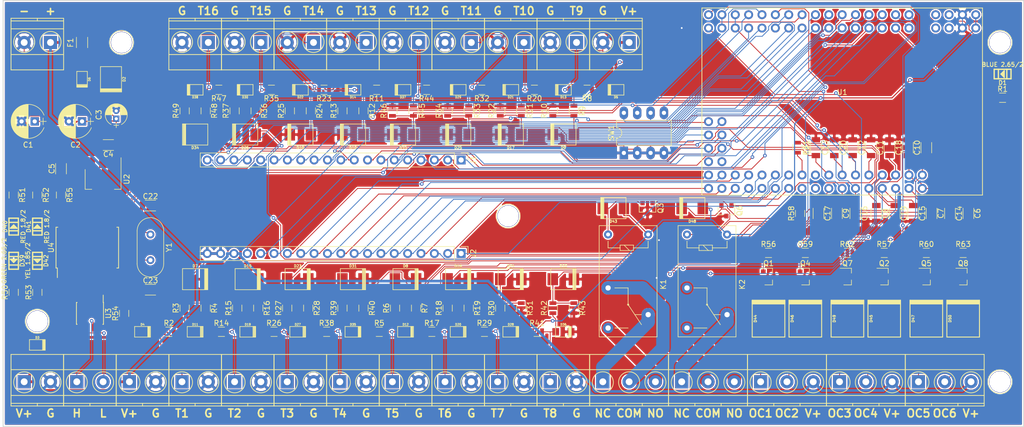
<source format=kicad_pcb>
(kicad_pcb (version 4) (host pcbnew 4.0.7)
  (title_block (title "Detectino V2"))
  (layers (0 F.Cu signal) (31 B.Cu signal) (34 B.Paste user) (35 F.Paste user) (36 B.SilkS user) (37 F.SilkS user) (38 B.Mask user) (39 F.Mask user) (44 Edge.Cuts user))
  (net 0 "")
  (net 1 VCC)
  (net 2 GND)
  (net 3 +5V)
  (net 4 "/Sensors Inputs/ADC0")
  (net 5 "/Sensors Inputs/ADC4")
  (net 6 "/Sensors Inputs/ADC8")
  (net 7 "/Sensors Inputs/ADC12")
  (net 8 "/Sensors Inputs/ADC1")
  (net 9 "/Sensors Inputs/ADC5")
  (net 10 "/Sensors Inputs/ADC9")
  (net 11 "/Sensors Inputs/ADC13")
  (net 12 "/Sensors Inputs/ADC2")
  (net 13 "/Sensors Inputs/ADC6")
  (net 14 "/Sensors Inputs/ADC10")
  (net 15 "/Sensors Inputs/ADC14")
  (net 16 "/Sensors Inputs/ADC3")
  (net 17 "/Sensors Inputs/ADC7")
  (net 18 "/Sensors Inputs/ADC11")
  (net 19 "/Sensors Inputs/ADC15")
  (net 20 "Net-(C22-Pad1)")
  (net 21 "Net-(C23-Pad1)")
  (net 22 "Net-(D1-Pad2)")
  (net 23 +12V)
  (net 24 "Net-(D11-Pad1)")
  (net 25 "Net-(D12-Pad1)")
  (net 26 "Net-(D13-Pad1)")
  (net 27 "Net-(D14-Pad1)")
  (net 28 "Net-(D19-Pad1)")
  (net 29 "Net-(D20-Pad1)")
  (net 30 "Net-(D21-Pad1)")
  (net 31 "Net-(D22-Pad1)")
  (net 32 "Net-(D27-Pad1)")
  (net 33 "Net-(D28-Pad1)")
  (net 34 "Net-(D29-Pad1)")
  (net 35 "Net-(D30-Pad1)")
  (net 36 "Net-(D35-Pad1)")
  (net 37 "Net-(D36-Pad1)")
  (net 38 "Net-(D37-Pad1)")
  (net 39 "Net-(D38-Pad1)")
  (net 40 "Net-(D39-Pad2)")
  (net 41 "/Can Interface/TX_CAN")
  (net 42 "Net-(D40-Pad2)")
  (net 43 "/Can Interface/RX_CAN")
  (net 44 "Net-(D41-Pad2)")
  (net 45 "/Can Interface/INT")
  (net 46 "Net-(D42-Pad2)")
  (net 47 "Net-(D43-Pad2)")
  (net 48 "/Digital I/O/OC1")
  (net 49 "/Digital I/O/OC4")
  (net 50 "/Digital I/O/OC2")
  (net 51 "/Digital I/O/OC5")
  (net 52 "Net-(D48-Pad2)")
  (net 53 "/Digital I/O/OC3")
  (net 54 "/Digital I/O/OC6")
  (net 55 /EXP_D0)
  (net 56 /EXP_D1)
  (net 57 /EXP_D3)
  (net 58 /EXP_D4)
  (net 59 /EXP_D5)
  (net 60 /EXP_D6)
  (net 61 /EXP_D7)
  (net 62 /EXP_D8)
  (net 63 /EXP_D9)
  (net 64 /EXP_D10)
  (net 65 /EXP_D11)
  (net 66 /EXP_D12)
  (net 67 /EXP_D13)
  (net 68 /EXP_D14)
  (net 69 /EXP_D15)
  (net 70 /EXP_D16)
  (net 71 /EXP_D17)
  (net 72 /EXP_D18)
  (net 73 /EXP_D19)
  (net 74 /EXP_D20)
  (net 75 /EXP_D21)
  (net 76 /EXP_D34)
  (net 77 /EXP_D35)
  (net 78 /EXP_D36)
  (net 79 /EXP_D37)
  (net 80 /EXP_D38)
  (net 81 /EXP_D39)
  (net 82 /EXP_D40)
  (net 83 /EXP_D41)
  (net 84 /EXP_D42)
  (net 85 /EXP_D43)
  (net 86 /EXP_D44)
  (net 87 /EXP_D45)
  (net 88 /EXP_D46)
  (net 89 /EXP_D47)
  (net 90 /EXP_D48)
  (net 91 /EXP_SS)
  (net 92 "Net-(J23-Pad1)")
  (net 93 "Net-(J23-Pad2)")
  (net 94 "Net-(J30-Pad3)")
  (net 95 "Net-(J30-Pad1)")
  (net 96 "Net-(J30-Pad2)")
  (net 97 "Net-(J33-Pad3)")
  (net 98 "Net-(J33-Pad1)")
  (net 99 "Net-(J33-Pad2)")
  (net 100 "Net-(Q1-Pad1)")
  (net 101 "Net-(Q2-Pad1)")
  (net 102 "Net-(Q3-Pad1)")
  (net 103 "Net-(Q4-Pad1)")
  (net 104 "Net-(Q5-Pad1)")
  (net 105 "Net-(Q6-Pad1)")
  (net 106 "Net-(Q7-Pad1)")
  (net 107 "Net-(Q8-Pad1)")
  (net 108 "Net-(R1-Pad1)")
  (net 109 "Net-(R54-Pad1)")
  (net 110 "Net-(R55-Pad2)")
  (net 111 "/Digital I/O/D_OUT/1")
  (net 112 "/Digital I/O/D_OUT/4")
  (net 113 "/Digital I/O/RELAY/1")
  (net 114 "/Digital I/O/RELAY/2")
  (net 115 "/Digital I/O/D_OUT/3")
  (net 116 "/Digital I/O/D_OUT/6")
  (net 117 /ADDRESS/3)
  (net 118 /ADDRESS/2)
  (net 119 /ADDRESS/1)
  (net 120 /ADDRESS/0)
  (net 121 "Net-(U1-Pad73)")
  (net 122 "Net-(U1-Pad74)")
  (net 123 "Net-(U1-Pad76)")
  (net 124 "Net-(U1-Pad75)")
  (net 125 /SCK)
  (net 126 /MOSI)
  (net 127 /MISO)
  (net 128 /CS)
  (net 129 "Net-(U1-Pad18)")
  (net 130 "Net-(U1-Pad17)")
  (net 131 "Net-(U3-Pad5)")
  (net 132 "Net-(U4-Pad3)")
  (net 133 "Net-(U4-Pad4)")
  (net 134 "Net-(U4-Pad5)")
  (net 135 "Net-(U4-Pad6)")
  (net 136 "Net-(U4-Pad10)")
  (net 137 "Net-(U4-Pad11)")
  (module Capacitors_THT:CP_Radial_D6.3mm_P2.50mm (layer F.Cu) (at 18 109.5 180)
    (fp_text reference C1 (at 1.25 -4.46 180) (layer F.SilkS))
    (fp_text value 100uF)
    (pad 1 thru_hole rect (at 0 0 180) (size 1.6 1.6) (drill 0.8) (layers *.Cu *.Mask) (net 1 VCC))
    (pad 2 thru_hole circle (at 2.5 0 180) (size 1.6 1.6) (drill 0.8) (layers *.Cu *.Mask) (net 2 GND))
  )
  (module Capacitors_THT:CP_Radial_D6.3mm_P2.50mm (layer F.Cu) (at 27 109.5 180)
    (fp_text reference C2 (at 1.25 -4.46 180) (layer F.SilkS))
    (fp_text value 47uF)
    (pad 1 thru_hole rect (at 0 0 180) (size 1.6 1.6) (drill 0.8) (layers *.Cu *.Mask) (net 1 VCC))
    (pad 2 thru_hole circle (at 2.5 0 180) (size 1.6 1.6) (drill 0.8) (layers *.Cu *.Mask) (net 2 GND))
  )
  (module Capacitors_THT:CP_Radial_D4.0mm_P1.50mm (layer F.Cu) (at 33.5 109 90)
    (fp_text reference C3 (at 0.75 -3.31 90) (layer F.SilkS))
    (fp_text value 1uF)
    (pad 1 thru_hole rect (at 0 0 90) (size 1.2 1.2) (drill 0.6) (layers *.Cu *.Mask) (net 1 VCC))
    (pad 2 thru_hole circle (at 1.5 0 90) (size 1.2 1.2) (drill 0.6) (layers *.Cu *.Mask) (net 2 GND))
  )
  (module w_smd_leds:Led_1206 (layer F.Cu) (at 202 100.5 180)
    (fp_text reference D1 (at 0 -1.651 180) (layer F.SilkS) (effects (font (size 0.8001 0.8001) (thickness 0.14986))))
    (fp_text value "BLUE 2.65/2" (at 0 1.80086 180) (layer F.SilkS) (effects (font (size 0.8001 0.8001) (thickness 0.14986))))
    (pad 1 smd rect (at -1.74752 0 180) (size 1.4986 1.4986) (layers F.Cu F.Paste F.Mask) (net 2 GND))
    (pad 2 smd rect (at 1.74752 0 180) (size 1.4986 1.4986) (layers F.Cu F.Paste F.Mask) (net 22 "Net-(D1-Pad2)"))
  )
  (module w_smd_diode:do214aa (layer F.Cu) (at 32.5 101.5 270)
    (fp_text reference D2 (at 0 -2.49936 270) (layer F.SilkS) (effects (font (size 0.50038 0.50038) (thickness 0.11938))))
    (fp_text value SMBJ5351B-TP hide)
    (pad 2 smd rect (at 2.00914 0 270) (size 1.99898 2.30124) (layers F.Cu F.Paste F.Mask) (net 2 GND))
    (pad 1 smd rect (at -2.00914 0 270) (size 1.99898 2.30124) (layers F.Cu F.Paste F.Mask) (net 1 VCC))
  )
  (module w_smd_diode:do219ab (layer F.Cu) (at 18.5 152)
    (fp_text reference D3 (at 0 -1.39954) (layer F.SilkS) (effects (font (size 0.39878 0.39878) (thickness 0.09906))))
    (fp_text value SMF14A-E3 hide)
    (pad 2 smd rect (at 1.45034 0) (size 1.30048 1.39954) (layers F.Cu F.Paste F.Mask) (net 2 GND))
    (pad 1 smd rect (at -1.45034 0) (size 1.30048 1.39954) (layers F.Cu F.Paste F.Mask) (net 23 +12V))
  )
  (module w_smd_diode:do219ab (layer F.Cu) (at 38.5 149.5)
    (fp_text reference D4 (at 0 -1.39954) (layer F.SilkS) (effects (font (size 0.39878 0.39878) (thickness 0.09906))))
    (fp_text value SMF14A-E3 hide)
    (pad 2 smd rect (at 1.45034 0) (size 1.30048 1.39954) (layers F.Cu F.Paste F.Mask) (net 2 GND))
    (pad 1 smd rect (at -1.45034 0) (size 1.30048 1.39954) (layers F.Cu F.Paste F.Mask) (net 23 +12V))
  )
  (module w_smd_diode:do219ab (layer F.Cu) (at 128.5 103.5 180)
    (fp_text reference D5 (at 0 -1.39954 180) (layer F.SilkS) (effects (font (size 0.39878 0.39878) (thickness 0.09906))))
    (fp_text value SMF14A-E3 hide)
    (pad 2 smd rect (at 1.45034 0 180) (size 1.30048 1.39954) (layers F.Cu F.Paste F.Mask) (net 2 GND))
    (pad 1 smd rect (at -1.45034 0 180) (size 1.30048 1.39954) (layers F.Cu F.Paste F.Mask) (net 23 +12V))
  )
  (module w_smd_diode:do219ab (layer F.Cu) (at 27 101.5 270)
    (fp_text reference D6 (at 0 -1.39954 270) (layer F.SilkS) (effects (font (size 0.39878 0.39878) (thickness 0.09906))))
    (fp_text value SMF14A-E3 hide)
    (pad 2 smd rect (at 1.45034 0 270) (size 1.30048 1.39954) (layers F.Cu F.Paste F.Mask) (net 2 GND))
    (pad 1 smd rect (at -1.45034 0 270) (size 1.30048 1.39954) (layers F.Cu F.Paste F.Mask) (net 1 VCC))
  )
  (module w_smd_diode:do214aa (layer F.Cu) (at 48.5 139.5)
    (fp_text reference D7 (at 0 -2.49936) (layer F.SilkS) (effects (font (size 0.50038 0.50038) (thickness 0.11938))))
    (fp_text value SMBJ5338B-TP hide)
    (pad 2 smd rect (at 2.00914 0) (size 1.99898 2.30124) (layers F.Cu F.Paste F.Mask) (net 2 GND))
    (pad 1 smd rect (at -2.00914 0) (size 1.99898 2.30124) (layers F.Cu F.Paste F.Mask) (net 4 "/Sensors Inputs/ADC0"))
  )
  (module w_smd_diode:do214aa (layer F.Cu) (at 88.5 139.5)
    (fp_text reference D8 (at 0 -2.49936) (layer F.SilkS) (effects (font (size 0.50038 0.50038) (thickness 0.11938))))
    (fp_text value SMBJ5338B-TP hide)
    (pad 2 smd rect (at 2.00914 0) (size 1.99898 2.30124) (layers F.Cu F.Paste F.Mask) (net 2 GND))
    (pad 1 smd rect (at -2.00914 0) (size 1.99898 2.30124) (layers F.Cu F.Paste F.Mask) (net 5 "/Sensors Inputs/ADC4"))
  )
  (module w_smd_diode:do214aa (layer F.Cu) (at 118.5 112 180)
    (fp_text reference D9 (at 0 -2.49936 180) (layer F.SilkS) (effects (font (size 0.50038 0.50038) (thickness 0.11938))))
    (fp_text value SMBJ5338B-TP hide)
    (pad 2 smd rect (at 2.00914 0 180) (size 1.99898 2.30124) (layers F.Cu F.Paste F.Mask) (net 2 GND))
    (pad 1 smd rect (at -2.00914 0 180) (size 1.99898 2.30124) (layers F.Cu F.Paste F.Mask) (net 6 "/Sensors Inputs/ADC8"))
  )
  (module w_smd_diode:do214aa (layer F.Cu) (at 78.5 112 180)
    (fp_text reference D10 (at 0 -2.49936 180) (layer F.SilkS) (effects (font (size 0.50038 0.50038) (thickness 0.11938))))
    (fp_text value SMBJ5338B-TP hide)
    (pad 2 smd rect (at 2.00914 0 180) (size 1.99898 2.30124) (layers F.Cu F.Paste F.Mask) (net 2 GND))
    (pad 1 smd rect (at -2.00914 0 180) (size 1.99898 2.30124) (layers F.Cu F.Paste F.Mask) (net 7 "/Sensors Inputs/ADC12"))
  )
  (module w_smd_diode:do219ab (layer F.Cu) (at 48.5 149.5)
    (fp_text reference D11 (at 0 -1.39954) (layer F.SilkS) (effects (font (size 0.39878 0.39878) (thickness 0.09906))))
    (fp_text value SMF14A-E3 hide)
    (pad 2 smd rect (at 1.45034 0) (size 1.30048 1.39954) (layers F.Cu F.Paste F.Mask) (net 2 GND))
    (pad 1 smd rect (at -1.45034 0) (size 1.30048 1.39954) (layers F.Cu F.Paste F.Mask) (net 24 "Net-(D11-Pad1)"))
  )
  (module w_smd_diode:do219ab (layer F.Cu) (at 88.5 149.5)
    (fp_text reference D12 (at 0 -1.39954) (layer F.SilkS) (effects (font (size 0.39878 0.39878) (thickness 0.09906))))
    (fp_text value SMF14A-E3 hide)
    (pad 2 smd rect (at 1.45034 0) (size 1.30048 1.39954) (layers F.Cu F.Paste F.Mask) (net 2 GND))
    (pad 1 smd rect (at -1.45034 0) (size 1.30048 1.39954) (layers F.Cu F.Paste F.Mask) (net 25 "Net-(D12-Pad1)"))
  )
  (module w_smd_diode:do219ab (layer F.Cu) (at 118.5 103.5 180)
    (fp_text reference D13 (at 0 -1.39954 180) (layer F.SilkS) (effects (font (size 0.39878 0.39878) (thickness 0.09906))))
    (fp_text value SMF14A-E3 hide)
    (pad 2 smd rect (at 1.45034 0 180) (size 1.30048 1.39954) (layers F.Cu F.Paste F.Mask) (net 2 GND))
    (pad 1 smd rect (at -1.45034 0 180) (size 1.30048 1.39954) (layers F.Cu F.Paste F.Mask) (net 26 "Net-(D13-Pad1)"))
  )
  (module w_smd_diode:do219ab (layer F.Cu) (at 78.5 103.5 180)
    (fp_text reference D14 (at 0 -1.39954 180) (layer F.SilkS) (effects (font (size 0.39878 0.39878) (thickness 0.09906))))
    (fp_text value SMF14A-E3 hide)
    (pad 2 smd rect (at 1.45034 0 180) (size 1.30048 1.39954) (layers F.Cu F.Paste F.Mask) (net 2 GND))
    (pad 1 smd rect (at -1.45034 0 180) (size 1.30048 1.39954) (layers F.Cu F.Paste F.Mask) (net 27 "Net-(D14-Pad1)"))
  )
  (module w_smd_diode:do214aa (layer F.Cu) (at 58.5 139.5)
    (fp_text reference D15 (at 0 -2.49936) (layer F.SilkS) (effects (font (size 0.50038 0.50038) (thickness 0.11938))))
    (fp_text value SMBJ5338B-TP hide)
    (pad 2 smd rect (at 2.00914 0) (size 1.99898 2.30124) (layers F.Cu F.Paste F.Mask) (net 2 GND))
    (pad 1 smd rect (at -2.00914 0) (size 1.99898 2.30124) (layers F.Cu F.Paste F.Mask) (net 8 "/Sensors Inputs/ADC1"))
  )
  (module w_smd_diode:do214aa (layer F.Cu) (at 98.5 139.5)
    (fp_text reference D16 (at 0 -2.49936) (layer F.SilkS) (effects (font (size 0.50038 0.50038) (thickness 0.11938))))
    (fp_text value SMBJ5338B-TP hide)
    (pad 2 smd rect (at 2.00914 0) (size 1.99898 2.30124) (layers F.Cu F.Paste F.Mask) (net 2 GND))
    (pad 1 smd rect (at -2.00914 0) (size 1.99898 2.30124) (layers F.Cu F.Paste F.Mask) (net 9 "/Sensors Inputs/ADC5"))
  )
  (module w_smd_diode:do214aa (layer F.Cu) (at 108.5 112 180)
    (fp_text reference D17 (at 0 -2.49936 180) (layer F.SilkS) (effects (font (size 0.50038 0.50038) (thickness 0.11938))))
    (fp_text value SMBJ5338B-TP hide)
    (pad 2 smd rect (at 2.00914 0 180) (size 1.99898 2.30124) (layers F.Cu F.Paste F.Mask) (net 2 GND))
    (pad 1 smd rect (at -2.00914 0 180) (size 1.99898 2.30124) (layers F.Cu F.Paste F.Mask) (net 10 "/Sensors Inputs/ADC9"))
  )
  (module w_smd_diode:do214aa (layer F.Cu) (at 68.5 112 180)
    (fp_text reference D18 (at 0 -2.49936 180) (layer F.SilkS) (effects (font (size 0.50038 0.50038) (thickness 0.11938))))
    (fp_text value SMBJ5338B-TP hide)
    (pad 2 smd rect (at 2.00914 0 180) (size 1.99898 2.30124) (layers F.Cu F.Paste F.Mask) (net 2 GND))
    (pad 1 smd rect (at -2.00914 0 180) (size 1.99898 2.30124) (layers F.Cu F.Paste F.Mask) (net 11 "/Sensors Inputs/ADC13"))
  )
  (module w_smd_diode:do219ab (layer F.Cu) (at 58.5 149.5)
    (fp_text reference D19 (at 0 -1.39954) (layer F.SilkS) (effects (font (size 0.39878 0.39878) (thickness 0.09906))))
    (fp_text value SMF14A-E3 hide)
    (pad 2 smd rect (at 1.45034 0) (size 1.30048 1.39954) (layers F.Cu F.Paste F.Mask) (net 2 GND))
    (pad 1 smd rect (at -1.45034 0) (size 1.30048 1.39954) (layers F.Cu F.Paste F.Mask) (net 28 "Net-(D19-Pad1)"))
  )
  (module w_smd_diode:do219ab (layer F.Cu) (at 98.5 149.5)
    (fp_text reference D20 (at 0 -1.39954) (layer F.SilkS) (effects (font (size 0.39878 0.39878) (thickness 0.09906))))
    (fp_text value SMF14A-E3 hide)
    (pad 2 smd rect (at 1.45034 0) (size 1.30048 1.39954) (layers F.Cu F.Paste F.Mask) (net 2 GND))
    (pad 1 smd rect (at -1.45034 0) (size 1.30048 1.39954) (layers F.Cu F.Paste F.Mask) (net 29 "Net-(D20-Pad1)"))
  )
  (module w_smd_diode:do219ab (layer F.Cu) (at 108.5 103.5 180)
    (fp_text reference D21 (at 0 -1.39954 180) (layer F.SilkS) (effects (font (size 0.39878 0.39878) (thickness 0.09906))))
    (fp_text value SMF14A-E3 hide)
    (pad 2 smd rect (at 1.45034 0 180) (size 1.30048 1.39954) (layers F.Cu F.Paste F.Mask) (net 2 GND))
    (pad 1 smd rect (at -1.45034 0 180) (size 1.30048 1.39954) (layers F.Cu F.Paste F.Mask) (net 30 "Net-(D21-Pad1)"))
  )
  (module w_smd_diode:do219ab (layer F.Cu) (at 68.5 103.5 180)
    (fp_text reference D22 (at 0 -1.39954 180) (layer F.SilkS) (effects (font (size 0.39878 0.39878) (thickness 0.09906))))
    (fp_text value SMF14A-E3 hide)
    (pad 2 smd rect (at 1.45034 0 180) (size 1.30048 1.39954) (layers F.Cu F.Paste F.Mask) (net 2 GND))
    (pad 1 smd rect (at -1.45034 0 180) (size 1.30048 1.39954) (layers F.Cu F.Paste F.Mask) (net 31 "Net-(D22-Pad1)"))
  )
  (module w_smd_diode:do214aa (layer F.Cu) (at 68 139.5)
    (fp_text reference D23 (at 0 -2.49936) (layer F.SilkS) (effects (font (size 0.50038 0.50038) (thickness 0.11938))))
    (fp_text value SMBJ5338B-TP hide)
    (pad 2 smd rect (at 2.00914 0) (size 1.99898 2.30124) (layers F.Cu F.Paste F.Mask) (net 2 GND))
    (pad 1 smd rect (at -2.00914 0) (size 1.99898 2.30124) (layers F.Cu F.Paste F.Mask) (net 12 "/Sensors Inputs/ADC2"))
  )
  (module w_smd_diode:do214aa (layer F.Cu) (at 108.5 139.5)
    (fp_text reference D24 (at 0 -2.49936) (layer F.SilkS) (effects (font (size 0.50038 0.50038) (thickness 0.11938))))
    (fp_text value SMBJ5338B-TP hide)
    (pad 2 smd rect (at 2.00914 0) (size 1.99898 2.30124) (layers F.Cu F.Paste F.Mask) (net 2 GND))
    (pad 1 smd rect (at -2.00914 0) (size 1.99898 2.30124) (layers F.Cu F.Paste F.Mask) (net 13 "/Sensors Inputs/ADC6"))
  )
  (module w_smd_diode:do214aa (layer F.Cu) (at 98.5 112 180)
    (fp_text reference D25 (at 0 -2.49936 180) (layer F.SilkS) (effects (font (size 0.50038 0.50038) (thickness 0.11938))))
    (fp_text value SMBJ5338B-TP hide)
    (pad 2 smd rect (at 2.00914 0 180) (size 1.99898 2.30124) (layers F.Cu F.Paste F.Mask) (net 2 GND))
    (pad 1 smd rect (at -2.00914 0 180) (size 1.99898 2.30124) (layers F.Cu F.Paste F.Mask) (net 14 "/Sensors Inputs/ADC10"))
  )
  (module w_smd_diode:do214aa (layer F.Cu) (at 58 112 180)
    (fp_text reference D26 (at 0 -2.49936 180) (layer F.SilkS) (effects (font (size 0.50038 0.50038) (thickness 0.11938))))
    (fp_text value SMBJ5338B-TP hide)
    (pad 2 smd rect (at 2.00914 0 180) (size 1.99898 2.30124) (layers F.Cu F.Paste F.Mask) (net 2 GND))
    (pad 1 smd rect (at -2.00914 0 180) (size 1.99898 2.30124) (layers F.Cu F.Paste F.Mask) (net 15 "/Sensors Inputs/ADC14"))
  )
  (module w_smd_diode:do219ab (layer F.Cu) (at 68 149.5)
    (fp_text reference D27 (at 0 -1.39954) (layer F.SilkS) (effects (font (size 0.39878 0.39878) (thickness 0.09906))))
    (fp_text value SMF14A-E3 hide)
    (pad 2 smd rect (at 1.45034 0) (size 1.30048 1.39954) (layers F.Cu F.Paste F.Mask) (net 2 GND))
    (pad 1 smd rect (at -1.45034 0) (size 1.30048 1.39954) (layers F.Cu F.Paste F.Mask) (net 32 "Net-(D27-Pad1)"))
  )
  (module w_smd_diode:do219ab (layer F.Cu) (at 108.5 149.5)
    (fp_text reference D28 (at 0 -1.39954) (layer F.SilkS) (effects (font (size 0.39878 0.39878) (thickness 0.09906))))
    (fp_text value SMF14A-E3 hide)
    (pad 2 smd rect (at 1.45034 0) (size 1.30048 1.39954) (layers F.Cu F.Paste F.Mask) (net 2 GND))
    (pad 1 smd rect (at -1.45034 0) (size 1.30048 1.39954) (layers F.Cu F.Paste F.Mask) (net 33 "Net-(D28-Pad1)"))
  )
  (module w_smd_diode:do219ab (layer F.Cu) (at 98.5 103.5 180)
    (fp_text reference D29 (at 0 -1.39954 180) (layer F.SilkS) (effects (font (size 0.39878 0.39878) (thickness 0.09906))))
    (fp_text value SMF14A-E3 hide)
    (pad 2 smd rect (at 1.45034 0 180) (size 1.30048 1.39954) (layers F.Cu F.Paste F.Mask) (net 2 GND))
    (pad 1 smd rect (at -1.45034 0 180) (size 1.30048 1.39954) (layers F.Cu F.Paste F.Mask) (net 34 "Net-(D29-Pad1)"))
  )
  (module w_smd_diode:do219ab (layer F.Cu) (at 58 103.5 180)
    (fp_text reference D30 (at 0 -1.39954 180) (layer F.SilkS) (effects (font (size 0.39878 0.39878) (thickness 0.09906))))
    (fp_text value SMF14A-E3 hide)
    (pad 2 smd rect (at 1.45034 0 180) (size 1.30048 1.39954) (layers F.Cu F.Paste F.Mask) (net 2 GND))
    (pad 1 smd rect (at -1.45034 0 180) (size 1.30048 1.39954) (layers F.Cu F.Paste F.Mask) (net 35 "Net-(D30-Pad1)"))
  )
  (module w_smd_diode:do214aa (layer F.Cu) (at 78.5 139.5)
    (fp_text reference D31 (at 0 -2.49936) (layer F.SilkS) (effects (font (size 0.50038 0.50038) (thickness 0.11938))))
    (fp_text value SMBJ5338B-TP hide)
    (pad 2 smd rect (at 2.00914 0) (size 1.99898 2.30124) (layers F.Cu F.Paste F.Mask) (net 2 GND))
    (pad 1 smd rect (at -2.00914 0) (size 1.99898 2.30124) (layers F.Cu F.Paste F.Mask) (net 16 "/Sensors Inputs/ADC3"))
  )
  (module w_smd_diode:do214aa (layer F.Cu) (at 118.5 139.5)
    (fp_text reference D32 (at 0 -2.49936) (layer F.SilkS) (effects (font (size 0.50038 0.50038) (thickness 0.11938))))
    (fp_text value SMBJ5338B-TP hide)
    (pad 2 smd rect (at 2.00914 0) (size 1.99898 2.30124) (layers F.Cu F.Paste F.Mask) (net 2 GND))
    (pad 1 smd rect (at -2.00914 0) (size 1.99898 2.30124) (layers F.Cu F.Paste F.Mask) (net 17 "/Sensors Inputs/ADC7"))
  )
  (module w_smd_diode:do214aa (layer F.Cu) (at 88 112 180)
    (fp_text reference D33 (at 0 -2.49936 180) (layer F.SilkS) (effects (font (size 0.50038 0.50038) (thickness 0.11938))))
    (fp_text value SMBJ5338B-TP hide)
    (pad 2 smd rect (at 2.00914 0 180) (size 1.99898 2.30124) (layers F.Cu F.Paste F.Mask) (net 2 GND))
    (pad 1 smd rect (at -2.00914 0 180) (size 1.99898 2.30124) (layers F.Cu F.Paste F.Mask) (net 18 "/Sensors Inputs/ADC11"))
  )
  (module w_smd_diode:do214aa (layer F.Cu) (at 48.5 112 180)
    (fp_text reference D34 (at 0 -2.49936 180) (layer F.SilkS) (effects (font (size 0.50038 0.50038) (thickness 0.11938))))
    (fp_text value SMBJ5338B-TP hide)
    (pad 2 smd rect (at 2.00914 0 180) (size 1.99898 2.30124) (layers F.Cu F.Paste F.Mask) (net 2 GND))
    (pad 1 smd rect (at -2.00914 0 180) (size 1.99898 2.30124) (layers F.Cu F.Paste F.Mask) (net 19 "/Sensors Inputs/ADC15"))
  )
  (module w_smd_diode:do219ab (layer F.Cu) (at 78.5 149.5)
    (fp_text reference D35 (at 0 -1.39954) (layer F.SilkS) (effects (font (size 0.39878 0.39878) (thickness 0.09906))))
    (fp_text value SMF14A-E3 hide)
    (pad 2 smd rect (at 1.45034 0) (size 1.30048 1.39954) (layers F.Cu F.Paste F.Mask) (net 2 GND))
    (pad 1 smd rect (at -1.45034 0) (size 1.30048 1.39954) (layers F.Cu F.Paste F.Mask) (net 36 "Net-(D35-Pad1)"))
  )
  (module w_smd_diode:do219ab (layer F.Cu) (at 118.5 149.5)
    (fp_text reference D36 (at 0 -1.39954) (layer F.SilkS) (effects (font (size 0.39878 0.39878) (thickness 0.09906))))
    (fp_text value SMF14A-E3 hide)
    (pad 2 smd rect (at 1.45034 0) (size 1.30048 1.39954) (layers F.Cu F.Paste F.Mask) (net 2 GND))
    (pad 1 smd rect (at -1.45034 0) (size 1.30048 1.39954) (layers F.Cu F.Paste F.Mask) (net 37 "Net-(D36-Pad1)"))
  )
  (module w_smd_diode:do219ab (layer F.Cu) (at 88 103.5 180)
    (fp_text reference D37 (at 0 -1.39954 180) (layer F.SilkS) (effects (font (size 0.39878 0.39878) (thickness 0.09906))))
    (fp_text value SMF14A-E3 hide)
    (pad 2 smd rect (at 1.45034 0 180) (size 1.30048 1.39954) (layers F.Cu F.Paste F.Mask) (net 2 GND))
    (pad 1 smd rect (at -1.45034 0 180) (size 1.30048 1.39954) (layers F.Cu F.Paste F.Mask) (net 38 "Net-(D37-Pad1)"))
  )
  (module w_smd_diode:do219ab (layer F.Cu) (at 48.5 103.5 180)
    (fp_text reference D38 (at 0 -1.39954 180) (layer F.SilkS) (effects (font (size 0.39878 0.39878) (thickness 0.09906))))
    (fp_text value SMF14A-E3 hide)
    (pad 2 smd rect (at 1.45034 0 180) (size 1.30048 1.39954) (layers F.Cu F.Paste F.Mask) (net 2 GND))
    (pad 1 smd rect (at -1.45034 0 180) (size 1.30048 1.39954) (layers F.Cu F.Paste F.Mask) (net 39 "Net-(D38-Pad1)"))
  )
  (module w_smd_leds:Led_1206 (layer F.Cu) (at 14 136 270)
    (fp_text reference D39 (at 0 -1.651 270) (layer F.SilkS) (effects (font (size 0.8001 0.8001) (thickness 0.14986))))
    (fp_text value "GREEN 2.65/2" (at 0 1.80086 270) (layer F.SilkS) (effects (font (size 0.8001 0.8001) (thickness 0.14986))))
    (pad 1 smd rect (at -1.74752 0 270) (size 1.4986 1.4986) (layers F.Cu F.Paste F.Mask) (net 2 GND))
    (pad 2 smd rect (at 1.74752 0 270) (size 1.4986 1.4986) (layers F.Cu F.Paste F.Mask) (net 40 "Net-(D39-Pad2)"))
  )
  (module w_smd_leds:Led_1206 (layer F.Cu) (at 14 129.5 90)
    (fp_text reference D40 (at 0 -1.651 90) (layer F.SilkS) (effects (font (size 0.8001 0.8001) (thickness 0.14986))))
    (fp_text value "RED 1.8/2" (at 0 1.80086 90) (layer F.SilkS) (effects (font (size 0.8001 0.8001) (thickness 0.14986))))
    (pad 1 smd rect (at -1.74752 0 90) (size 1.4986 1.4986) (layers F.Cu F.Paste F.Mask) (net 41 "/Can Interface/TX_CAN"))
    (pad 2 smd rect (at 1.74752 0 90) (size 1.4986 1.4986) (layers F.Cu F.Paste F.Mask) (net 42 "Net-(D40-Pad2)"))
  )
  (module w_smd_leds:Led_1206 (layer F.Cu) (at 18.5 129.5 90)
    (fp_text reference D41 (at 0 -1.651 90) (layer F.SilkS) (effects (font (size 0.8001 0.8001) (thickness 0.14986))))
    (fp_text value "RED 1.8/2" (at 0 1.80086 90) (layer F.SilkS) (effects (font (size 0.8001 0.8001) (thickness 0.14986))))
    (pad 1 smd rect (at -1.74752 0 90) (size 1.4986 1.4986) (layers F.Cu F.Paste F.Mask) (net 43 "/Can Interface/RX_CAN"))
    (pad 2 smd rect (at 1.74752 0 90) (size 1.4986 1.4986) (layers F.Cu F.Paste F.Mask) (net 44 "Net-(D41-Pad2)"))
  )
  (module w_smd_leds:Led_1206 (layer F.Cu) (at 18.5 136 270)
    (fp_text reference D42 (at 0 -1.651 270) (layer F.SilkS) (effects (font (size 0.8001 0.8001) (thickness 0.14986))))
    (fp_text value "YEL 1.85/2" (at 0 1.80086 270) (layer F.SilkS) (effects (font (size 0.8001 0.8001) (thickness 0.14986))))
    (pad 1 smd rect (at -1.74752 0 270) (size 1.4986 1.4986) (layers F.Cu F.Paste F.Mask) (net 45 "/Can Interface/INT"))
    (pad 2 smd rect (at 1.74752 0 270) (size 1.4986 1.4986) (layers F.Cu F.Paste F.Mask) (net 46 "Net-(D42-Pad2)"))
  )
  (module w_smd_diode:do214aa (layer F.Cu) (at 128 126 180)
    (fp_text reference D43 (at 0 -2.49936 180) (layer F.SilkS) (effects (font (size 0.50038 0.50038) (thickness 0.11938))))
    (fp_text value S1BB-13-F hide)
    (pad 2 smd rect (at 2.00914 0 180) (size 1.99898 2.30124) (layers F.Cu F.Paste F.Mask) (net 47 "Net-(D43-Pad2)"))
    (pad 1 smd rect (at -2.00914 0 180) (size 1.99898 2.30124) (layers F.Cu F.Paste F.Mask) (net 1 VCC))
  )
  (module w_smd_diode:do214ab (layer F.Cu) (at 157.5 147 90)
    (fp_text reference D44 (at 0 -2.49936 90) (layer F.SilkS) (effects (font (size 0.50038 0.50038) (thickness 0.11938))))
    (fp_text value STIEC45-26AS hide)
    (pad 2 smd rect (at 3.39852 0 90) (size 1.99898 3.19786) (layers F.Cu F.Paste F.Mask) (net 2 GND))
    (pad 1 smd rect (at -3.39852 0 90) (size 1.99898 3.19786) (layers F.Cu F.Paste F.Mask) (net 48 "/Digital I/O/OC1"))
  )
  (module w_smd_diode:do214ab (layer F.Cu) (at 179.5 147 90)
    (fp_text reference D45 (at 0 -2.49936 90) (layer F.SilkS) (effects (font (size 0.50038 0.50038) (thickness 0.11938))))
    (fp_text value STIEC45-26AS hide)
    (pad 2 smd rect (at 3.39852 0 90) (size 1.99898 3.19786) (layers F.Cu F.Paste F.Mask) (net 2 GND))
    (pad 1 smd rect (at -3.39852 0 90) (size 1.99898 3.19786) (layers F.Cu F.Paste F.Mask) (net 49 "/Digital I/O/OC4"))
  )
  (module w_smd_diode:do214ab (layer F.Cu) (at 164.5 147 90)
    (fp_text reference D46 (at 0 -2.49936 90) (layer F.SilkS) (effects (font (size 0.50038 0.50038) (thickness 0.11938))))
    (fp_text value STIEC45-26AS hide)
    (pad 2 smd rect (at 3.39852 0 90) (size 1.99898 3.19786) (layers F.Cu F.Paste F.Mask) (net 2 GND))
    (pad 1 smd rect (at -3.39852 0 90) (size 1.99898 3.19786) (layers F.Cu F.Paste F.Mask) (net 50 "/Digital I/O/OC2"))
  )
  (module w_smd_diode:do214ab (layer F.Cu) (at 187.5 147 90)
    (fp_text reference D47 (at 0 -2.49936 90) (layer F.SilkS) (effects (font (size 0.50038 0.50038) (thickness 0.11938))))
    (fp_text value STIEC45-26AS hide)
    (pad 2 smd rect (at 3.39852 0 90) (size 1.99898 3.19786) (layers F.Cu F.Paste F.Mask) (net 2 GND))
    (pad 1 smd rect (at -3.39852 0 90) (size 1.99898 3.19786) (layers F.Cu F.Paste F.Mask) (net 51 "/Digital I/O/OC5"))
  )
  (module w_smd_diode:do214aa (layer F.Cu) (at 143 126 180)
    (fp_text reference D48 (at 0 -2.49936 180) (layer F.SilkS) (effects (font (size 0.50038 0.50038) (thickness 0.11938))))
    (fp_text value S1BB-13-F hide)
    (pad 2 smd rect (at 2.00914 0 180) (size 1.99898 2.30124) (layers F.Cu F.Paste F.Mask) (net 52 "Net-(D48-Pad2)"))
    (pad 1 smd rect (at -2.00914 0 180) (size 1.99898 2.30124) (layers F.Cu F.Paste F.Mask) (net 1 VCC))
  )
  (module w_smd_diode:do214ab (layer F.Cu) (at 172.5 147 90)
    (fp_text reference D49 (at 0 -2.49936 90) (layer F.SilkS) (effects (font (size 0.50038 0.50038) (thickness 0.11938))))
    (fp_text value STIEC45-26AS hide)
    (pad 2 smd rect (at 3.39852 0 90) (size 1.99898 3.19786) (layers F.Cu F.Paste F.Mask) (net 2 GND))
    (pad 1 smd rect (at -3.39852 0 90) (size 1.99898 3.19786) (layers F.Cu F.Paste F.Mask) (net 53 "/Digital I/O/OC3"))
  )
  (module w_smd_diode:do214ab (layer F.Cu) (at 194.5 147 90)
    (fp_text reference D50 (at 0 -2.49936 90) (layer F.SilkS) (effects (font (size 0.50038 0.50038) (thickness 0.11938))))
    (fp_text value STIEC45-26AS hide)
    (pad 2 smd rect (at 3.39852 0 90) (size 1.99898 3.19786) (layers F.Cu F.Paste F.Mask) (net 2 GND))
    (pad 1 smd rect (at -3.39852 0 90) (size 1.99898 3.19786) (layers F.Cu F.Paste F.Mask) (net 54 "/Digital I/O/OC6"))
  )
  (module Fuse_Holders_and_Fuses:Fuse_SMD1206_Wave (layer F.Cu) (at 27 94.5 90)
    (fp_text reference F1 (at -0.05 -2.2 90) (layer F.SilkS))
    (fp_text value NANOSMDC035F)
    (pad 1 smd rect (at -1.58 0 180) (size 2.03 1.65) (layers F.Cu F.Paste F.Mask) (net 1 VCC))
    (pad 2 smd rect (at 1.58 0 180) (size 2.03 1.65) (layers F.Cu F.Paste F.Mask) (net 23 +12V))
  )
  (module Socket_Strips:Socket_Strip_Straight_1x20_Pitch2.54mm (layer F.Cu) (at 99.06 116.84 270)
    (fp_text reference J1 (at 0 -2.33 270) (layer F.SilkS))
    (fp_text value Conn_01x20_Female)
    (pad 1 thru_hole rect (at 0 0 270) (size 1.7 1.7) (drill 1) (layers *.Cu *.Mask) (net 55 /EXP_D0))
    (pad 2 thru_hole oval (at 0 2.54 270) (size 1.7 1.7) (drill 1) (layers *.Cu *.Mask) (net 56 /EXP_D1))
    (pad 3 thru_hole oval (at 0 5.08 270) (size 1.7 1.7) (drill 1) (layers *.Cu *.Mask) (net 57 /EXP_D3))
    (pad 4 thru_hole oval (at 0 7.62 270) (size 1.7 1.7) (drill 1) (layers *.Cu *.Mask) (net 58 /EXP_D4))
    (pad 5 thru_hole oval (at 0 10.16 270) (size 1.7 1.7) (drill 1) (layers *.Cu *.Mask) (net 59 /EXP_D5))
    (pad 6 thru_hole oval (at 0 12.7 270) (size 1.7 1.7) (drill 1) (layers *.Cu *.Mask) (net 60 /EXP_D6))
    (pad 7 thru_hole oval (at 0 15.24 270) (size 1.7 1.7) (drill 1) (layers *.Cu *.Mask) (net 61 /EXP_D7))
    (pad 8 thru_hole oval (at 0 17.78 270) (size 1.7 1.7) (drill 1) (layers *.Cu *.Mask) (net 62 /EXP_D8))
    (pad 9 thru_hole oval (at 0 20.32 270) (size 1.7 1.7) (drill 1) (layers *.Cu *.Mask) (net 63 /EXP_D9))
    (pad 10 thru_hole oval (at 0 22.86 270) (size 1.7 1.7) (drill 1) (layers *.Cu *.Mask) (net 64 /EXP_D10))
    (pad 11 thru_hole oval (at 0 25.4 270) (size 1.7 1.7) (drill 1) (layers *.Cu *.Mask) (net 65 /EXP_D11))
    (pad 12 thru_hole oval (at 0 27.94 270) (size 1.7 1.7) (drill 1) (layers *.Cu *.Mask) (net 66 /EXP_D12))
    (pad 13 thru_hole oval (at 0 30.48 270) (size 1.7 1.7) (drill 1) (layers *.Cu *.Mask) (net 67 /EXP_D13))
    (pad 14 thru_hole oval (at 0 33.02 270) (size 1.7 1.7) (drill 1) (layers *.Cu *.Mask) (net 68 /EXP_D14))
    (pad 15 thru_hole oval (at 0 35.56 270) (size 1.7 1.7) (drill 1) (layers *.Cu *.Mask) (net 69 /EXP_D15))
    (pad 16 thru_hole oval (at 0 38.1 270) (size 1.7 1.7) (drill 1) (layers *.Cu *.Mask) (net 70 /EXP_D16))
    (pad 17 thru_hole oval (at 0 40.64 270) (size 1.7 1.7) (drill 1) (layers *.Cu *.Mask) (net 71 /EXP_D17))
    (pad 18 thru_hole oval (at 0 43.18 270) (size 1.7 1.7) (drill 1) (layers *.Cu *.Mask) (net 72 /EXP_D18))
    (pad 19 thru_hole oval (at 0 45.72 270) (size 1.7 1.7) (drill 1) (layers *.Cu *.Mask) (net 73 /EXP_D19))
    (pad 20 thru_hole oval (at 0 48.26 270) (size 1.7 1.7) (drill 1) (layers *.Cu *.Mask) (net 74 /EXP_D20))
  )
  (module Socket_Strips:Socket_Strip_Straight_1x20_Pitch2.54mm (layer F.Cu) (at 99.06 134.62 270)
    (fp_text reference J2 (at 0 -2.33 270) (layer F.SilkS))
    (fp_text value Conn_01x20_Female)
    (pad 1 thru_hole rect (at 0 0 270) (size 1.7 1.7) (drill 1) (layers *.Cu *.Mask) (net 75 /EXP_D21))
    (pad 2 thru_hole oval (at 0 2.54 270) (size 1.7 1.7) (drill 1) (layers *.Cu *.Mask) (net 76 /EXP_D34))
    (pad 3 thru_hole oval (at 0 5.08 270) (size 1.7 1.7) (drill 1) (layers *.Cu *.Mask) (net 77 /EXP_D35))
    (pad 4 thru_hole oval (at 0 7.62 270) (size 1.7 1.7) (drill 1) (layers *.Cu *.Mask) (net 78 /EXP_D36))
    (pad 5 thru_hole oval (at 0 10.16 270) (size 1.7 1.7) (drill 1) (layers *.Cu *.Mask) (net 79 /EXP_D37))
    (pad 6 thru_hole oval (at 0 12.7 270) (size 1.7 1.7) (drill 1) (layers *.Cu *.Mask) (net 80 /EXP_D38))
    (pad 7 thru_hole oval (at 0 15.24 270) (size 1.7 1.7) (drill 1) (layers *.Cu *.Mask) (net 81 /EXP_D39))
    (pad 8 thru_hole oval (at 0 17.78 270) (size 1.7 1.7) (drill 1) (layers *.Cu *.Mask) (net 82 /EXP_D40))
    (pad 9 thru_hole oval (at 0 20.32 270) (size 1.7 1.7) (drill 1) (layers *.Cu *.Mask) (net 83 /EXP_D41))
    (pad 10 thru_hole oval (at 0 22.86 270) (size 1.7 1.7) (drill 1) (layers *.Cu *.Mask) (net 84 /EXP_D42))
    (pad 11 thru_hole oval (at 0 25.4 270) (size 1.7 1.7) (drill 1) (layers *.Cu *.Mask) (net 85 /EXP_D43))
    (pad 12 thru_hole oval (at 0 27.94 270) (size 1.7 1.7) (drill 1) (layers *.Cu *.Mask) (net 86 /EXP_D44))
    (pad 13 thru_hole oval (at 0 30.48 270) (size 1.7 1.7) (drill 1) (layers *.Cu *.Mask) (net 87 /EXP_D45))
    (pad 14 thru_hole oval (at 0 33.02 270) (size 1.7 1.7) (drill 1) (layers *.Cu *.Mask) (net 88 /EXP_D46))
    (pad 15 thru_hole oval (at 0 35.56 270) (size 1.7 1.7) (drill 1) (layers *.Cu *.Mask) (net 89 /EXP_D47))
    (pad 16 thru_hole oval (at 0 38.1 270) (size 1.7 1.7) (drill 1) (layers *.Cu *.Mask) (net 90 /EXP_D48))
    (pad 17 thru_hole oval (at 0 40.64 270) (size 1.7 1.7) (drill 1) (layers *.Cu *.Mask) (net 91 /EXP_SS))
    (pad 18 thru_hole oval (at 0 43.18 270) (size 1.7 1.7) (drill 1) (layers *.Cu *.Mask) (net 23 +12V))
    (pad 19 thru_hole oval (at 0 45.72 270) (size 1.7 1.7) (drill 1) (layers *.Cu *.Mask) (net 2 GND))
    (pad 20 thru_hole oval (at 0 48.26 270) (size 1.7 1.7) (drill 1) (layers *.Cu *.Mask) (net 2 GND))
  )
  (module Connectors_Terminal_Blocks:TerminalBlock_Pheonix_MKDS1.5-2pol (layer F.Cu) (at 16 159)
    (fp_text reference J3 hide)
    (fp_text value MKDS_1,5/2-5MM)
    (pad 1 thru_hole rect (at 0 0) (size 2.5 2.5) (drill 1.3) (layers *.Cu *.Mask) (net 23 +12V))
    (pad 2 thru_hole circle (at 5 0) (size 2.5 2.5) (drill 1.3) (layers *.Cu *.Mask) (net 2 GND))
  )
  (module Connectors_Terminal_Blocks:TerminalBlock_Pheonix_MKDS1.5-2pol (layer F.Cu) (at 36 159)
    (fp_text reference J4 hide)
    (fp_text value MKDS_1,5/2-5MM)
    (pad 1 thru_hole rect (at 0 0) (size 2.5 2.5) (drill 1.3) (layers *.Cu *.Mask) (net 23 +12V))
    (pad 2 thru_hole circle (at 5 0) (size 2.5 2.5) (drill 1.3) (layers *.Cu *.Mask) (net 2 GND))
  )
  (module Connectors_Terminal_Blocks:TerminalBlock_Pheonix_MKDS1.5-2pol (layer F.Cu) (at 21 94.5 180)
    (fp_text reference J5 hide)
    (fp_text value MKDS_1,5/2-5MM)
    (pad 1 thru_hole rect (at 0 0 180) (size 2.5 2.5) (drill 1.3) (layers *.Cu *.Mask) (net 23 +12V))
    (pad 2 thru_hole circle (at 5 0 180) (size 2.5 2.5) (drill 1.3) (layers *.Cu *.Mask) (net 2 GND))
  )
  (module Connectors_Terminal_Blocks:TerminalBlock_Pheonix_MKDS1.5-2pol (layer F.Cu) (at 131 94.5 180)
    (fp_text reference J6 hide)
    (fp_text value MKDS_1,5/2-5MM)
    (pad 1 thru_hole rect (at 0 0 180) (size 2.5 2.5) (drill 1.3) (layers *.Cu *.Mask) (net 23 +12V))
    (pad 2 thru_hole circle (at 5 0 180) (size 2.5 2.5) (drill 1.3) (layers *.Cu *.Mask) (net 2 GND))
  )
  (module Connectors_Terminal_Blocks:TerminalBlock_Pheonix_MKDS1.5-2pol (layer F.Cu) (at 46 159)
    (fp_text reference T1 hide)
    (fp_text value MKDS_1,5/2-5MM)
    (pad 1 thru_hole rect (at 0 0) (size 2.5 2.5) (drill 1.3) (layers *.Cu *.Mask) (net 24 "Net-(D11-Pad1)"))
    (pad 2 thru_hole circle (at 5 0) (size 2.5 2.5) (drill 1.3) (layers *.Cu *.Mask) (net 2 GND))
  )
  (module Connectors_Terminal_Blocks:TerminalBlock_Pheonix_MKDS1.5-2pol (layer F.Cu) (at 86 159)
    (fp_text reference T5 hide)
    (fp_text value MKDS_1,5/2-5MM)
    (pad 1 thru_hole rect (at 0 0) (size 2.5 2.5) (drill 1.3) (layers *.Cu *.Mask) (net 25 "Net-(D12-Pad1)"))
    (pad 2 thru_hole circle (at 5 0) (size 2.5 2.5) (drill 1.3) (layers *.Cu *.Mask) (net 2 GND))
  )
  (module Connectors_Terminal_Blocks:TerminalBlock_Pheonix_MKDS1.5-2pol (layer F.Cu) (at 121 94.5 180)
    (fp_text reference T9 hide)
    (fp_text value MKDS_1,5/2-5MM)
    (pad 1 thru_hole rect (at 0 0 180) (size 2.5 2.5) (drill 1.3) (layers *.Cu *.Mask) (net 26 "Net-(D13-Pad1)"))
    (pad 2 thru_hole circle (at 5 0 180) (size 2.5 2.5) (drill 1.3) (layers *.Cu *.Mask) (net 2 GND))
  )
  (module Connectors_Terminal_Blocks:TerminalBlock_Pheonix_MKDS1.5-2pol (layer F.Cu) (at 81 94.5 180)
    (fp_text reference T13 hide)
    (fp_text value MKDS_1,5/2-5MM)
    (pad 1 thru_hole rect (at 0 0 180) (size 2.5 2.5) (drill 1.3) (layers *.Cu *.Mask) (net 27 "Net-(D14-Pad1)"))
    (pad 2 thru_hole circle (at 5 0 180) (size 2.5 2.5) (drill 1.3) (layers *.Cu *.Mask) (net 2 GND))
  )
  (module Connectors_Terminal_Blocks:TerminalBlock_Pheonix_MKDS1.5-2pol (layer F.Cu) (at 56 159)
    (fp_text reference T2 hide)
    (fp_text value MKDS_1,5/2-5MM)
    (pad 1 thru_hole rect (at 0 0) (size 2.5 2.5) (drill 1.3) (layers *.Cu *.Mask) (net 28 "Net-(D19-Pad1)"))
    (pad 2 thru_hole circle (at 5 0) (size 2.5 2.5) (drill 1.3) (layers *.Cu *.Mask) (net 2 GND))
  )
  (module Connectors_Terminal_Blocks:TerminalBlock_Pheonix_MKDS1.5-2pol (layer F.Cu) (at 96 159)
    (fp_text reference T6 hide)
    (fp_text value MKDS_1,5/2-5MM)
    (pad 1 thru_hole rect (at 0 0) (size 2.5 2.5) (drill 1.3) (layers *.Cu *.Mask) (net 29 "Net-(D20-Pad1)"))
    (pad 2 thru_hole circle (at 5 0) (size 2.5 2.5) (drill 1.3) (layers *.Cu *.Mask) (net 2 GND))
  )
  (module Connectors_Terminal_Blocks:TerminalBlock_Pheonix_MKDS1.5-2pol (layer F.Cu) (at 111 94.5 180)
    (fp_text reference T10 hide)
    (fp_text value MKDS_1,5/2-5MM)
    (pad 1 thru_hole rect (at 0 0 180) (size 2.5 2.5) (drill 1.3) (layers *.Cu *.Mask) (net 30 "Net-(D21-Pad1)"))
    (pad 2 thru_hole circle (at 5 0 180) (size 2.5 2.5) (drill 1.3) (layers *.Cu *.Mask) (net 2 GND))
  )
  (module Connectors_Terminal_Blocks:TerminalBlock_Pheonix_MKDS1.5-2pol (layer F.Cu) (at 71 94.5 180)
    (fp_text reference T14 hide)
    (fp_text value MKDS_1,5/2-5MM)
    (pad 1 thru_hole rect (at 0 0 180) (size 2.5 2.5) (drill 1.3) (layers *.Cu *.Mask) (net 31 "Net-(D22-Pad1)"))
    (pad 2 thru_hole circle (at 5 0 180) (size 2.5 2.5) (drill 1.3) (layers *.Cu *.Mask) (net 2 GND))
  )
  (module Connectors_Terminal_Blocks:TerminalBlock_Pheonix_MKDS1.5-2pol (layer F.Cu) (at 66 159)
    (fp_text reference T3 hide)
    (fp_text value MKDS_1,5/2-5MM)
    (pad 1 thru_hole rect (at 0 0) (size 2.5 2.5) (drill 1.3) (layers *.Cu *.Mask) (net 32 "Net-(D27-Pad1)"))
    (pad 2 thru_hole circle (at 5 0) (size 2.5 2.5) (drill 1.3) (layers *.Cu *.Mask) (net 2 GND))
  )
  (module Connectors_Terminal_Blocks:TerminalBlock_Pheonix_MKDS1.5-2pol (layer F.Cu) (at 106 159)
    (fp_text reference T7 hide)
    (fp_text value MKDS_1,5/2-5MM)
    (pad 1 thru_hole rect (at 0 0) (size 2.5 2.5) (drill 1.3) (layers *.Cu *.Mask) (net 33 "Net-(D28-Pad1)"))
    (pad 2 thru_hole circle (at 5 0) (size 2.5 2.5) (drill 1.3) (layers *.Cu *.Mask) (net 2 GND))
  )
  (module Connectors_Terminal_Blocks:TerminalBlock_Pheonix_MKDS1.5-2pol (layer F.Cu) (at 101 94.5 180)
    (fp_text reference T11 hide)
    (fp_text value MKDS_1,5/2-5MM)
    (pad 1 thru_hole rect (at 0 0 180) (size 2.5 2.5) (drill 1.3) (layers *.Cu *.Mask) (net 34 "Net-(D29-Pad1)"))
    (pad 2 thru_hole circle (at 5 0 180) (size 2.5 2.5) (drill 1.3) (layers *.Cu *.Mask) (net 2 GND))
  )
  (module Connectors_Terminal_Blocks:TerminalBlock_Pheonix_MKDS1.5-2pol (layer F.Cu) (at 61 94.5 180)
    (fp_text reference T15 hide)
    (fp_text value MKDS_1,5/2-5MM)
    (pad 1 thru_hole rect (at 0 0 180) (size 2.5 2.5) (drill 1.3) (layers *.Cu *.Mask) (net 35 "Net-(D30-Pad1)"))
    (pad 2 thru_hole circle (at 5 0 180) (size 2.5 2.5) (drill 1.3) (layers *.Cu *.Mask) (net 2 GND))
  )
  (module Connectors_Terminal_Blocks:TerminalBlock_Pheonix_MKDS1.5-2pol (layer F.Cu) (at 76 159)
    (fp_text reference T4 hide)
    (fp_text value MKDS_1,5/2-5MM)
    (pad 1 thru_hole rect (at 0 0) (size 2.5 2.5) (drill 1.3) (layers *.Cu *.Mask) (net 36 "Net-(D35-Pad1)"))
    (pad 2 thru_hole circle (at 5 0) (size 2.5 2.5) (drill 1.3) (layers *.Cu *.Mask) (net 2 GND))
  )
  (module Connectors_Terminal_Blocks:TerminalBlock_Pheonix_MKDS1.5-2pol (layer F.Cu) (at 116 159)
    (fp_text reference T8 hide)
    (fp_text value MKDS_1,5/2-5MM)
    (pad 1 thru_hole rect (at 0 0) (size 2.5 2.5) (drill 1.3) (layers *.Cu *.Mask) (net 37 "Net-(D36-Pad1)"))
    (pad 2 thru_hole circle (at 5 0) (size 2.5 2.5) (drill 1.3) (layers *.Cu *.Mask) (net 2 GND))
  )
  (module Connectors_Terminal_Blocks:TerminalBlock_Pheonix_MKDS1.5-2pol (layer F.Cu) (at 91 94.5 180)
    (fp_text reference T12 hide)
    (fp_text value MKDS_1,5/2-5MM)
    (pad 1 thru_hole rect (at 0 0 180) (size 2.5 2.5) (drill 1.3) (layers *.Cu *.Mask) (net 38 "Net-(D37-Pad1)"))
    (pad 2 thru_hole circle (at 5 0 180) (size 2.5 2.5) (drill 1.3) (layers *.Cu *.Mask) (net 2 GND))
  )
  (module Connectors_Terminal_Blocks:TerminalBlock_Pheonix_MKDS1.5-2pol (layer F.Cu) (at 51 94.5 180)
    (fp_text reference T16 hide)
    (fp_text value MKDS_1,5/2-5MM)
    (pad 1 thru_hole rect (at 0 0 180) (size 2.5 2.5) (drill 1.3) (layers *.Cu *.Mask) (net 39 "Net-(D38-Pad1)"))
    (pad 2 thru_hole circle (at 5 0 180) (size 2.5 2.5) (drill 1.3) (layers *.Cu *.Mask) (net 2 GND))
  )
  (module Connectors_Terminal_Blocks:TerminalBlock_Pheonix_MKDS1.5-2pol (layer F.Cu) (at 26 159)
    (fp_text reference J23 hide)
    (fp_text value MKDS_1,5/2-5MM)
    (pad 1 thru_hole rect (at 0 0) (size 2.5 2.5) (drill 1.3) (layers *.Cu *.Mask) (net 92 "Net-(J23-Pad1)"))
    (pad 2 thru_hole circle (at 5 0) (size 2.5 2.5) (drill 1.3) (layers *.Cu *.Mask) (net 93 "Net-(J23-Pad2)"))
  )
  (module Connectors_Terminal_Blocks:TerminalBlock_Pheonix_MKDS1.5-3pol (layer F.Cu) (at 156 159)
    (fp_text reference J24 hide)
    (fp_text value "MKDS 1,5/3")
    (pad 3 thru_hole circle (at 10 0) (size 2.5 2.5) (drill 1.3) (layers *.Cu *.Mask) (net 23 +12V))
    (pad 1 thru_hole rect (at 0 0) (size 2.5 2.5) (drill 1.3) (layers *.Cu *.Mask) (net 48 "/Digital I/O/OC1"))
    (pad 2 thru_hole circle (at 5 0) (size 2.5 2.5) (drill 1.3) (layers *.Cu *.Mask) (net 50 "/Digital I/O/OC2"))
  )
  (module Connectors_Terminal_Blocks:TerminalBlock_Pheonix_MKDS1.5-3pol (layer F.Cu) (at 171 159)
    (fp_text reference J25 hide)
    (fp_text value "MKDS 1,5/3")
    (pad 3 thru_hole circle (at 10 0) (size 2.5 2.5) (drill 1.3) (layers *.Cu *.Mask) (net 23 +12V))
    (pad 1 thru_hole rect (at 0 0) (size 2.5 2.5) (drill 1.3) (layers *.Cu *.Mask) (net 53 "/Digital I/O/OC3"))
    (pad 2 thru_hole circle (at 5 0) (size 2.5 2.5) (drill 1.3) (layers *.Cu *.Mask) (net 49 "/Digital I/O/OC4"))
  )
  (module Connectors_Terminal_Blocks:TerminalBlock_Pheonix_MKDS1.5-3pol (layer F.Cu) (at 186 159)
    (fp_text reference J26 hide)
    (fp_text value "MKDS 1,5/3")
    (pad 3 thru_hole circle (at 10 0) (size 2.5 2.5) (drill 1.3) (layers *.Cu *.Mask) (net 23 +12V))
    (pad 1 thru_hole rect (at 0 0) (size 2.5 2.5) (drill 1.3) (layers *.Cu *.Mask) (net 51 "/Digital I/O/OC5"))
    (pad 2 thru_hole circle (at 5 0) (size 2.5 2.5) (drill 1.3) (layers *.Cu *.Mask) (net 54 "/Digital I/O/OC6"))
  )
  (module Connectors_Terminal_Blocks:TerminalBlock_Pheonix_MKDS1.5-3pol (layer F.Cu) (at 126 159)
    (fp_text reference J30 hide)
    (fp_text value "MKDS 1,5/3")
    (pad 3 thru_hole circle (at 10 0) (size 2.5 2.5) (drill 1.3) (layers *.Cu *.Mask) (net 94 "Net-(J30-Pad3)"))
    (pad 1 thru_hole rect (at 0 0) (size 2.5 2.5) (drill 1.3) (layers *.Cu *.Mask) (net 95 "Net-(J30-Pad1)"))
    (pad 2 thru_hole circle (at 5 0) (size 2.5 2.5) (drill 1.3) (layers *.Cu *.Mask) (net 96 "Net-(J30-Pad2)"))
  )
  (module Connectors_Terminal_Blocks:TerminalBlock_Pheonix_MKDS1.5-3pol (layer F.Cu) (at 141 159)
    (fp_text reference J33 hide)
    (fp_text value "MKDS 1,5/3")
    (pad 3 thru_hole circle (at 10 0) (size 2.5 2.5) (drill 1.3) (layers *.Cu *.Mask) (net 97 "Net-(J33-Pad3)"))
    (pad 1 thru_hole rect (at 0 0) (size 2.5 2.5) (drill 1.3) (layers *.Cu *.Mask) (net 98 "Net-(J33-Pad1)"))
    (pad 2 thru_hole circle (at 5 0) (size 2.5 2.5) (drill 1.3) (layers *.Cu *.Mask) (net 99 "Net-(J33-Pad2)"))
  )
  (module Relays_THT:Relay_SPDT_OMRON-G5Q (layer F.Cu) (at 127 131 270)
    (fp_text reference K1 (at 9.5 -10.5 450) (layer F.SilkS))
    (fp_text value G5Q-1-DC12)
    (pad 1 thru_hole circle (at 0 0 90) (size 1.52 1.52) (drill 0.76) (layers *.Cu *.Mask) (net 47 "Net-(D43-Pad2)"))
    (pad 2 thru_hole circle (at 10.16 0 90) (size 2 2) (drill 1) (layers *.Cu *.Mask) (net 96 "Net-(J30-Pad2)"))
    (pad 3 thru_hole circle (at 17.78 0 90) (size 2 2) (drill 1) (layers *.Cu *.Mask) (net 94 "Net-(J30-Pad3)"))
    (pad 4 thru_hole circle (at 15.24 -7.62 90) (size 2 2) (drill 1) (layers *.Cu *.Mask) (net 95 "Net-(J30-Pad1)"))
    (pad 5 thru_hole circle (at 0 -7.62 90) (size 1.52 1.52) (drill 0.76) (layers *.Cu *.Mask) (net 1 VCC))
  )
  (module Relays_THT:Relay_SPDT_OMRON-G5Q (layer F.Cu) (at 142 131 270)
    (fp_text reference K2 (at 9.5 -10.5 450) (layer F.SilkS))
    (fp_text value G5Q-1-DC12)
    (pad 1 thru_hole circle (at 0 0 90) (size 1.52 1.52) (drill 0.76) (layers *.Cu *.Mask) (net 52 "Net-(D48-Pad2)"))
    (pad 2 thru_hole circle (at 10.16 0 90) (size 2 2) (drill 1) (layers *.Cu *.Mask) (net 99 "Net-(J33-Pad2)"))
    (pad 3 thru_hole circle (at 17.78 0 90) (size 2 2) (drill 1) (layers *.Cu *.Mask) (net 97 "Net-(J33-Pad3)"))
    (pad 4 thru_hole circle (at 15.24 -7.62 90) (size 2 2) (drill 1) (layers *.Cu *.Mask) (net 98 "Net-(J33-Pad1)"))
    (pad 5 thru_hole circle (at 0 -7.62 90) (size 1.52 1.52) (drill 0.76) (layers *.Cu *.Mask) (net 1 VCC))
  )
  (module TO_SOT_Packages_SMD:SOT-23 (layer F.Cu) (at 157.5 139)
    (fp_text reference Q1 (at 0 -2.5) (layer F.SilkS))
    (fp_text value DSC2002)
    (pad 1 smd rect (at -1 -0.95) (size 0.9 0.8) (layers F.Cu F.Paste F.Mask) (net 100 "Net-(Q1-Pad1)"))
    (pad 2 smd rect (at -1 0.95) (size 0.9 0.8) (layers F.Cu F.Paste F.Mask) (net 48 "/Digital I/O/OC1"))
    (pad 3 smd rect (at 1 0) (size 0.9 0.8) (layers F.Cu F.Paste F.Mask) (net 2 GND))
  )
  (module TO_SOT_Packages_SMD:SOT-23 (layer F.Cu) (at 179.5 139)
    (fp_text reference Q2 (at 0 -2.5) (layer F.SilkS))
    (fp_text value DSC2002)
    (pad 1 smd rect (at -1 -0.95) (size 0.9 0.8) (layers F.Cu F.Paste F.Mask) (net 101 "Net-(Q2-Pad1)"))
    (pad 2 smd rect (at -1 0.95) (size 0.9 0.8) (layers F.Cu F.Paste F.Mask) (net 49 "/Digital I/O/OC4"))
    (pad 3 smd rect (at 1 0) (size 0.9 0.8) (layers F.Cu F.Paste F.Mask) (net 2 GND))
  )
  (module TO_SOT_Packages_SMD:SOT-23 (layer F.Cu) (at 134.5 126 270)
    (fp_text reference Q3 (at 0 -2.5 270) (layer F.SilkS))
    (fp_text value DSC2002)
    (pad 1 smd rect (at -1 -0.95 270) (size 0.9 0.8) (layers F.Cu F.Paste F.Mask) (net 102 "Net-(Q3-Pad1)"))
    (pad 2 smd rect (at -1 0.95 270) (size 0.9 0.8) (layers F.Cu F.Paste F.Mask) (net 47 "Net-(D43-Pad2)"))
    (pad 3 smd rect (at 1 0 270) (size 0.9 0.8) (layers F.Cu F.Paste F.Mask) (net 2 GND))
  )
  (module TO_SOT_Packages_SMD:SOT-23 (layer F.Cu) (at 164.5 139)
    (fp_text reference Q4 (at 0 -2.5) (layer F.SilkS))
    (fp_text value DSC2002)
    (pad 1 smd rect (at -1 -0.95) (size 0.9 0.8) (layers F.Cu F.Paste F.Mask) (net 103 "Net-(Q4-Pad1)"))
    (pad 2 smd rect (at -1 0.95) (size 0.9 0.8) (layers F.Cu F.Paste F.Mask) (net 50 "/Digital I/O/OC2"))
    (pad 3 smd rect (at 1 0) (size 0.9 0.8) (layers F.Cu F.Paste F.Mask) (net 2 GND))
  )
  (module TO_SOT_Packages_SMD:SOT-23 (layer F.Cu) (at 187.5 139)
    (fp_text reference Q5 (at 0 -2.5) (layer F.SilkS))
    (fp_text value DSC2002)
    (pad 1 smd rect (at -1 -0.95) (size 0.9 0.8) (layers F.Cu F.Paste F.Mask) (net 104 "Net-(Q5-Pad1)"))
    (pad 2 smd rect (at -1 0.95) (size 0.9 0.8) (layers F.Cu F.Paste F.Mask) (net 51 "/Digital I/O/OC5"))
    (pad 3 smd rect (at 1 0) (size 0.9 0.8) (layers F.Cu F.Paste F.Mask) (net 2 GND))
  )
  (module TO_SOT_Packages_SMD:SOT-23 (layer F.Cu) (at 149.5 126.5 270)
    (fp_text reference Q6 (at 0 -2.5 270) (layer F.SilkS))
    (fp_text value DSC2002)
    (pad 1 smd rect (at -1 -0.95 270) (size 0.9 0.8) (layers F.Cu F.Paste F.Mask) (net 105 "Net-(Q6-Pad1)"))
    (pad 2 smd rect (at -1 0.95 270) (size 0.9 0.8) (layers F.Cu F.Paste F.Mask) (net 52 "Net-(D48-Pad2)"))
    (pad 3 smd rect (at 1 0 270) (size 0.9 0.8) (layers F.Cu F.Paste F.Mask) (net 2 GND))
  )
  (module TO_SOT_Packages_SMD:SOT-23 (layer F.Cu) (at 172.5 139)
    (fp_text reference Q7 (at 0 -2.5) (layer F.SilkS))
    (fp_text value DSC2002)
    (pad 1 smd rect (at -1 -0.95) (size 0.9 0.8) (layers F.Cu F.Paste F.Mask) (net 106 "Net-(Q7-Pad1)"))
    (pad 2 smd rect (at -1 0.95) (size 0.9 0.8) (layers F.Cu F.Paste F.Mask) (net 53 "/Digital I/O/OC3"))
    (pad 3 smd rect (at 1 0) (size 0.9 0.8) (layers F.Cu F.Paste F.Mask) (net 2 GND))
  )
  (module TO_SOT_Packages_SMD:SOT-23 (layer F.Cu) (at 194.5 139)
    (fp_text reference Q8 (at 0 -2.5) (layer F.SilkS))
    (fp_text value DSC2002)
    (pad 1 smd rect (at -1 -0.95) (size 0.9 0.8) (layers F.Cu F.Paste F.Mask) (net 107 "Net-(Q8-Pad1)"))
    (pad 2 smd rect (at -1 0.95) (size 0.9 0.8) (layers F.Cu F.Paste F.Mask) (net 54 "/Digital I/O/OC6"))
    (pad 3 smd rect (at 1 0) (size 0.9 0.8) (layers F.Cu F.Paste F.Mask) (net 2 GND))
  )
  (module Housings_DIP:DIP-8_W7.62mm_LongPads (layer F.Cu) (at 130 115.5 90)
    (fp_text reference SW1 (at 3.81 -2.39 90) (layer F.SilkS))
    (fp_text value SW_DIP_x04)
    (pad 1 thru_hole rect (at 0 0 90) (size 2.4 1.6) (drill 0.8) (layers *.Cu *.Mask) (net 2 GND))
    (pad 5 thru_hole oval (at 7.62 7.62 90) (size 2.4 1.6) (drill 0.8) (layers *.Cu *.Mask) (net 117 /ADDRESS/3))
    (pad 2 thru_hole oval (at 0 2.54 90) (size 2.4 1.6) (drill 0.8) (layers *.Cu *.Mask) (net 2 GND))
    (pad 6 thru_hole oval (at 7.62 5.08 90) (size 2.4 1.6) (drill 0.8) (layers *.Cu *.Mask) (net 118 /ADDRESS/2))
    (pad 3 thru_hole oval (at 0 5.08 90) (size 2.4 1.6) (drill 0.8) (layers *.Cu *.Mask) (net 2 GND))
    (pad 7 thru_hole oval (at 7.62 2.54 90) (size 2.4 1.6) (drill 0.8) (layers *.Cu *.Mask) (net 119 /ADDRESS/1))
    (pad 4 thru_hole oval (at 0 7.62 90) (size 2.4 1.6) (drill 0.8) (layers *.Cu *.Mask) (net 2 GND))
    (pad 8 thru_hole oval (at 7.62 0 90) (size 2.4 1.6) (drill 0.8) (layers *.Cu *.Mask) (net 120 /ADDRESS/0))
  )
  (module MegaProMini:Mega2560ProMini (layer F.Cu) (at 171.5 107 180)
    (fp_text reference U1 (at 0 3.04 180) (layer F.SilkS))
    (fp_text value Mega2560ProMini)
    (pad 19 thru_hole circle (at -12.7 15.24 180) (size 1.7 1.7) (drill 1) (layers *.Cu *.Mask) (net 55 /EXP_D0))
    (pad 20 thru_hole circle (at -12.7 17.78 180) (size 1.7 1.7) (drill 1) (layers *.Cu *.Mask) (net 56 /EXP_D1))
    (pad 21 thru_hole circle (at -10.16 15.24 180) (size 1.7 1.7) (drill 1) (layers *.Cu *.Mask) (net 108 "Net-(R1-Pad1)"))
    (pad 22 thru_hole circle (at -10.16 17.78 180) (size 1.7 1.7) (drill 1) (layers *.Cu *.Mask) (net 57 /EXP_D3))
    (pad 23 thru_hole circle (at -7.62 15.24 180) (size 1.7 1.7) (drill 1) (layers *.Cu *.Mask) (net 58 /EXP_D4))
    (pad 24 thru_hole circle (at -7.62 17.78 180) (size 1.7 1.7) (drill 1) (layers *.Cu *.Mask) (net 59 /EXP_D5))
    (pad 25 thru_hole circle (at -5.08 15.24 180) (size 1.7 1.7) (drill 1) (layers *.Cu *.Mask) (net 60 /EXP_D6))
    (pad 26 thru_hole circle (at -5.08 17.78 180) (size 1.7 1.7) (drill 1) (layers *.Cu *.Mask) (net 61 /EXP_D7))
    (pad 27 thru_hole circle (at -2.54 15.24 180) (size 1.7 1.7) (drill 1) (layers *.Cu *.Mask) (net 62 /EXP_D8))
    (pad 28 thru_hole circle (at -2.54 17.78 180) (size 1.7 1.7) (drill 1) (layers *.Cu *.Mask) (net 63 /EXP_D9))
    (pad 29 thru_hole circle (at 0 15.24 180) (size 1.7 1.7) (drill 1) (layers *.Cu *.Mask) (net 64 /EXP_D10))
    (pad 30 thru_hole circle (at 0 17.78 180) (size 1.7 1.7) (drill 1) (layers *.Cu *.Mask) (net 65 /EXP_D11))
    (pad 31 thru_hole circle (at 2.54 15.24 180) (size 1.7 1.7) (drill 1) (layers *.Cu *.Mask) (net 66 /EXP_D12))
    (pad 32 thru_hole circle (at 2.54 17.78 180) (size 1.7 1.7) (drill 1) (layers *.Cu *.Mask) (net 67 /EXP_D13))
    (pad 33 thru_hole circle (at 5.08 15.24 180) (size 1.7 1.7) (drill 1) (layers *.Cu *.Mask) (net 68 /EXP_D14))
    (pad 34 thru_hole circle (at 5.08 17.78 180) (size 1.7 1.7) (drill 1) (layers *.Cu *.Mask) (net 69 /EXP_D15))
    (pad 35 thru_hole circle (at 7.62 15.24 180) (size 1.7 1.7) (drill 1) (layers *.Cu *.Mask) (net 70 /EXP_D16))
    (pad 36 thru_hole circle (at 7.62 17.78 180) (size 1.7 1.7) (drill 1) (layers *.Cu *.Mask) (net 71 /EXP_D17))
    (pad 37 thru_hole circle (at 10.16 15.24 180) (size 1.7 1.7) (drill 1) (layers *.Cu *.Mask) (net 72 /EXP_D18))
    (pad 38 thru_hole circle (at 10.16 17.78 180) (size 1.7 1.7) (drill 1) (layers *.Cu *.Mask) (net 73 /EXP_D19))
    (pad 39 thru_hole circle (at 12.7 15.24 180) (size 1.7 1.7) (drill 1) (layers *.Cu *.Mask) (net 74 /EXP_D20))
    (pad 40 thru_hole circle (at 12.7 17.78 180) (size 1.7 1.7) (drill 1) (layers *.Cu *.Mask) (net 75 /EXP_D21))
    (pad 41 thru_hole circle (at 15.24 15.24 180) (size 1.7 1.7) (drill 1) (layers *.Cu *.Mask) (net 120 /ADDRESS/0))
    (pad 42 thru_hole circle (at 15.24 17.78 180) (size 1.7 1.7) (drill 1) (layers *.Cu *.Mask) (net 119 /ADDRESS/1))
    (pad 43 thru_hole circle (at 17.78 15.24 180) (size 1.7 1.7) (drill 1) (layers *.Cu *.Mask) (net 118 /ADDRESS/2))
    (pad 44 thru_hole circle (at 17.78 17.78 180) (size 1.7 1.7) (drill 1) (layers *.Cu *.Mask) (net 117 /ADDRESS/3))
    (pad 45 thru_hole circle (at 20.32 15.24 180) (size 1.7 1.7) (drill 1) (layers *.Cu *.Mask) (net 111 "/Digital I/O/D_OUT/1"))
    (pad 46 thru_hole circle (at 20.32 17.78 180) (size 1.7 1.7) (drill 1) (layers *.Cu *.Mask) (net 111 "/Digital I/O/D_OUT/1"))
    (pad 47 thru_hole circle (at 22.86 15.24 180) (size 1.7 1.7) (drill 1) (layers *.Cu *.Mask) (net 112 "/Digital I/O/D_OUT/4"))
    (pad 48 thru_hole circle (at 22.86 17.78 180) (size 1.7 1.7) (drill 1) (layers *.Cu *.Mask) (net 112 "/Digital I/O/D_OUT/4"))
    (pad 49 thru_hole circle (at 25.4 15.24 180) (size 1.7 1.7) (drill 1) (layers *.Cu *.Mask) (net 115 "/Digital I/O/D_OUT/3"))
    (pad 50 thru_hole circle (at 25.4 17.78 180) (size 1.7 1.7) (drill 1) (layers *.Cu *.Mask) (net 116 "/Digital I/O/D_OUT/6"))
    (pad 73 thru_hole circle (at -17.78 15.24 180) (size 1.7 1.7) (drill 1) (layers *.Cu *.Mask) (net 121 "Net-(U1-Pad73)"))
    (pad 74 thru_hole circle (at -17.78 17.78 180) (size 1.7 1.7) (drill 1) (layers *.Cu *.Mask) (net 122 "Net-(U1-Pad74)"))
    (pad 76 thru_hole circle (at -20.32 17.78 180) (size 1.7 1.7) (drill 1) (layers *.Cu *.Mask) (net 123 "Net-(U1-Pad76)"))
    (pad 75 thru_hole circle (at -20.32 15.24 180) (size 1.7 1.7) (drill 1) (layers *.Cu *.Mask) (net 124 "Net-(U1-Pad75)"))
    (pad 77 thru_hole circle (at -22.86 15.24 180) (size 1.7 1.7) (drill 1) (layers *.Cu *.Mask) (net 2 GND))
    (pad 78 thru_hole circle (at -22.86 17.78 180) (size 1.7 1.7) (drill 1) (layers *.Cu *.Mask) (net 2 GND))
    (pad 80 thru_hole circle (at -25.4 17.78 180) (size 1.7 1.7) (drill 1) (layers *.Cu *.Mask) (net 1 VCC))
    (pad 79 thru_hole circle (at -25.4 15.24 180) (size 1.7 1.7) (drill 1) (layers *.Cu *.Mask) (net 1 VCC))
    (pad 71 thru_hole circle (at 25.4 -2.54 180) (size 1.7 1.7) (drill 1) (layers *.Cu *.Mask) (net 125 /SCK))
    (pad 72 thru_hole circle (at 22.86 -2.54 180) (size 1.7 1.7) (drill 1) (layers *.Cu *.Mask) (net 91 /EXP_SS))
    (pad 70 thru_hole circle (at 22.86 -5.08 180) (size 1.7 1.7) (drill 1) (layers *.Cu *.Mask) (net 126 /MOSI))
    (pad 69 thru_hole circle (at 25.4 -5.08 180) (size 1.7 1.7) (drill 1) (layers *.Cu *.Mask) (net 127 /MISO))
    (pad 67 thru_hole circle (at 25.4 -7.62 180) (size 1.7 1.7) (drill 1) (layers *.Cu *.Mask) (net 90 /EXP_D48))
    (pad 68 thru_hole circle (at 22.86 -7.62 180) (size 1.7 1.7) (drill 1) (layers *.Cu *.Mask) (net 128 /CS))
    (pad GND thru_hole circle (at 22.86 -10.16 180) (size 1.7 1.7) (drill 1) (layers *.Cu *.Mask))
    (pad GND thru_hole circle (at 25.4 -10.16 180) (size 1.7 1.7) (drill 1) (layers *.Cu *.Mask))
    (pad 66 thru_hole circle (at 25.4 -12.7 180) (size 1.7 1.7) (drill 1) (layers *.Cu *.Mask) (net 89 /EXP_D47))
    (pad 64 thru_hole circle (at 22.86 -12.7 180) (size 1.7 1.7) (drill 1) (layers *.Cu *.Mask) (net 87 /EXP_D45))
    (pad 62 thru_hole circle (at 20.32 -12.7 180) (size 1.7 1.7) (drill 1) (layers *.Cu *.Mask) (net 85 /EXP_D43))
    (pad 60 thru_hole circle (at 17.78 -12.7 180) (size 1.7 1.7) (drill 1) (layers *.Cu *.Mask) (net 83 /EXP_D41))
    (pad 58 thru_hole circle (at 15.24 -12.7 180) (size 1.7 1.7) (drill 1) (layers *.Cu *.Mask) (net 81 /EXP_D39))
    (pad 56 thru_hole circle (at 12.7 -12.7 180) (size 1.7 1.7) (drill 1) (layers *.Cu *.Mask) (net 79 /EXP_D37))
    (pad 54 thru_hole circle (at 10.16 -12.7 180) (size 1.7 1.7) (drill 1) (layers *.Cu *.Mask) (net 77 /EXP_D35))
    (pad 52 thru_hole circle (at 7.62 -12.7 180) (size 1.7 1.7) (drill 1) (layers *.Cu *.Mask) (net 114 "/Digital I/O/RELAY/2"))
    (pad 18 thru_hole circle (at 5.08 -12.7 180) (size 1.7 1.7) (drill 1) (layers *.Cu *.Mask) (net 129 "Net-(U1-Pad18)"))
    (pad 16 thru_hole circle (at 2.54 -12.7 180) (size 1.7 1.7) (drill 1) (layers *.Cu *.Mask) (net 19 "/Sensors Inputs/ADC15"))
    (pad 14 thru_hole circle (at 0 -12.7 180) (size 1.7 1.7) (drill 1) (layers *.Cu *.Mask) (net 11 "/Sensors Inputs/ADC13"))
    (pad 12 thru_hole circle (at -2.54 -12.7 180) (size 1.7 1.7) (drill 1) (layers *.Cu *.Mask) (net 18 "/Sensors Inputs/ADC11"))
    (pad 10 thru_hole circle (at -5.08 -12.7 180) (size 1.7 1.7) (drill 1) (layers *.Cu *.Mask) (net 10 "/Sensors Inputs/ADC9"))
    (pad 8 thru_hole circle (at -7.62 -12.7 180) (size 1.7 1.7) (drill 1) (layers *.Cu *.Mask) (net 17 "/Sensors Inputs/ADC7"))
    (pad 6 thru_hole circle (at -10.16 -12.7 180) (size 1.7 1.7) (drill 1) (layers *.Cu *.Mask) (net 9 "/Sensors Inputs/ADC5"))
    (pad 4 thru_hole circle (at -12.7 -12.7 180) (size 1.7 1.7) (drill 1) (layers *.Cu *.Mask) (net 16 "/Sensors Inputs/ADC3"))
    (pad 2 thru_hole circle (at -15.24 -12.7 180) (size 1.7 1.7) (drill 1) (layers *.Cu *.Mask) (net 8 "/Sensors Inputs/ADC1"))
    (pad 1 thru_hole circle (at -15.24 -15.24 180) (size 1.7 1.7) (drill 1) (layers *.Cu *.Mask) (net 4 "/Sensors Inputs/ADC0"))
    (pad 3 thru_hole circle (at -12.7 -15.24 180) (size 1.7 1.7) (drill 1) (layers *.Cu *.Mask) (net 12 "/Sensors Inputs/ADC2"))
    (pad 5 thru_hole circle (at -10.16 -15.24 180) (size 1.7 1.7) (drill 1) (layers *.Cu *.Mask) (net 5 "/Sensors Inputs/ADC4"))
    (pad 7 thru_hole circle (at -7.62 -15.24 180) (size 1.7 1.7) (drill 1) (layers *.Cu *.Mask) (net 13 "/Sensors Inputs/ADC6"))
    (pad 9 thru_hole circle (at -5.08 -15.24 180) (size 1.7 1.7) (drill 1) (layers *.Cu *.Mask) (net 6 "/Sensors Inputs/ADC8"))
    (pad 11 thru_hole circle (at -2.54 -15.24 180) (size 1.7 1.7) (drill 1) (layers *.Cu *.Mask) (net 14 "/Sensors Inputs/ADC10"))
    (pad 13 thru_hole circle (at 0 -15.24 180) (size 1.7 1.7) (drill 1) (layers *.Cu *.Mask) (net 7 "/Sensors Inputs/ADC12"))
    (pad 15 thru_hole circle (at 2.54 -15.24 180) (size 1.7 1.7) (drill 1) (layers *.Cu *.Mask) (net 15 "/Sensors Inputs/ADC14"))
    (pad 17 thru_hole circle (at 5.08 -15.24 180) (size 1.7 1.7) (drill 1) (layers *.Cu *.Mask) (net 130 "Net-(U1-Pad17)"))
    (pad 51 thru_hole circle (at 7.62 -15.24 180) (size 1.7 1.7) (drill 1) (layers *.Cu *.Mask) (net 113 "/Digital I/O/RELAY/1"))
    (pad 53 thru_hole circle (at 10.16 -15.24 180) (size 1.7 1.7) (drill 1) (layers *.Cu *.Mask) (net 76 /EXP_D34))
    (pad 55 thru_hole circle (at 12.7 -15.24 180) (size 1.7 1.7) (drill 1) (layers *.Cu *.Mask) (net 78 /EXP_D36))
    (pad 57 thru_hole circle (at 15.24 -15.24 180) (size 1.7 1.7) (drill 1) (layers *.Cu *.Mask) (net 80 /EXP_D38))
    (pad 59 thru_hole circle (at 17.78 -15.24 180) (size 1.7 1.7) (drill 1) (layers *.Cu *.Mask) (net 82 /EXP_D40))
    (pad 61 thru_hole circle (at 20.32 -15.24 180) (size 1.7 1.7) (drill 1) (layers *.Cu *.Mask) (net 84 /EXP_D42))
    (pad 63 thru_hole circle (at 22.86 -15.24 180) (size 1.7 1.7) (drill 1) (layers *.Cu *.Mask) (net 86 /EXP_D44))
    (pad 65 thru_hole circle (at 25.4 -15.24 180) (size 1.7 1.7) (drill 1) (layers *.Cu *.Mask) (net 88 /EXP_D46))
  )
  (module TO_SOT_Packages_SMD:SOT-223-3Lead_TabPin2 (layer F.Cu) (at 31 120.5 270)
    (fp_text reference U2 (at 0 -4.5 270) (layer F.SilkS))
    (fp_text value UA7805DCY)
    (pad 2 smd rect (at 3.15 0 270) (size 2 3.8) (layers F.Cu F.Paste F.Mask) (net 2 GND))
    (pad 2 smd rect (at -3.15 0 270) (size 2 1.5) (layers F.Cu F.Paste F.Mask) (net 2 GND))
    (pad 3 smd rect (at -3.15 2.3 270) (size 2 1.5) (layers F.Cu F.Paste F.Mask) (net 3 +5V))
    (pad 1 smd rect (at -3.15 -2.3 270) (size 2 1.5) (layers F.Cu F.Paste F.Mask) (net 1 VCC))
  )
  (module Housings_SOIC:SOIC-8_3.9x4.9mm_Pitch1.27mm (layer F.Cu) (at 28.5 146 270)
    (fp_text reference U3 (at 0 -3.5 270) (layer F.SilkS))
    (fp_text value MCP2551-I/SN)
    (pad 1 smd rect (at -2.7 -1.905 270) (size 1.55 0.6) (layers F.Cu F.Paste F.Mask) (net 41 "/Can Interface/TX_CAN"))
    (pad 2 smd rect (at -2.7 -0.635 270) (size 1.55 0.6) (layers F.Cu F.Paste F.Mask) (net 2 GND))
    (pad 3 smd rect (at -2.7 0.635 270) (size 1.55 0.6) (layers F.Cu F.Paste F.Mask) (net 3 +5V))
    (pad 4 smd rect (at -2.7 1.905 270) (size 1.55 0.6) (layers F.Cu F.Paste F.Mask) (net 43 "/Can Interface/RX_CAN"))
    (pad 5 smd rect (at 2.7 1.905 270) (size 1.55 0.6) (layers F.Cu F.Paste F.Mask) (net 131 "Net-(U3-Pad5)"))
    (pad 6 smd rect (at 2.7 0.635 270) (size 1.55 0.6) (layers F.Cu F.Paste F.Mask) (net 93 "Net-(J23-Pad2)"))
    (pad 7 smd rect (at 2.7 -0.635 270) (size 1.55 0.6) (layers F.Cu F.Paste F.Mask) (net 92 "Net-(J23-Pad1)"))
    (pad 8 smd rect (at 2.7 -1.905 270) (size 1.55 0.6) (layers F.Cu F.Paste F.Mask) (net 109 "Net-(R54-Pad1)"))
  )
  (module Housings_SOIC:SOIC-18W_7.5x11.6mm_Pitch1.27mm (layer F.Cu) (at 28 133.5 90)
    (fp_text reference U4 (at 0 -6.875 90) (layer F.SilkS))
    (fp_text value MCP2515-E/SO)
    (pad 1 smd rect (at -4.7 -5.08 90) (size 2 0.6) (layers F.Cu F.Paste F.Mask) (net 41 "/Can Interface/TX_CAN"))
    (pad 2 smd rect (at -4.7 -3.81 90) (size 2 0.6) (layers F.Cu F.Paste F.Mask) (net 43 "/Can Interface/RX_CAN"))
    (pad 3 smd rect (at -4.7 -2.54 90) (size 2 0.6) (layers F.Cu F.Paste F.Mask) (net 132 "Net-(U4-Pad3)"))
    (pad 4 smd rect (at -4.7 -1.27 90) (size 2 0.6) (layers F.Cu F.Paste F.Mask) (net 133 "Net-(U4-Pad4)"))
    (pad 5 smd rect (at -4.7 0 90) (size 2 0.6) (layers F.Cu F.Paste F.Mask) (net 134 "Net-(U4-Pad5)"))
    (pad 6 smd rect (at -4.7 1.27 90) (size 2 0.6) (layers F.Cu F.Paste F.Mask) (net 135 "Net-(U4-Pad6)"))
    (pad 7 smd rect (at -4.7 2.54 90) (size 2 0.6) (layers F.Cu F.Paste F.Mask) (net 21 "Net-(C23-Pad1)"))
    (pad 8 smd rect (at -4.7 3.81 90) (size 2 0.6) (layers F.Cu F.Paste F.Mask) (net 20 "Net-(C22-Pad1)"))
    (pad 9 smd rect (at -4.7 5.08 90) (size 2 0.6) (layers F.Cu F.Paste F.Mask) (net 2 GND))
    (pad 10 smd rect (at 4.7 5.08 90) (size 2 0.6) (layers F.Cu F.Paste F.Mask) (net 136 "Net-(U4-Pad10)"))
    (pad 11 smd rect (at 4.7 3.81 90) (size 2 0.6) (layers F.Cu F.Paste F.Mask) (net 137 "Net-(U4-Pad11)"))
    (pad 12 smd rect (at 4.7 2.54 90) (size 2 0.6) (layers F.Cu F.Paste F.Mask) (net 45 "/Can Interface/INT"))
    (pad 13 smd rect (at 4.7 1.27 90) (size 2 0.6) (layers F.Cu F.Paste F.Mask) (net 125 /SCK))
    (pad 14 smd rect (at 4.7 0 90) (size 2 0.6) (layers F.Cu F.Paste F.Mask) (net 126 /MOSI))
    (pad 15 smd rect (at 4.7 -1.27 90) (size 2 0.6) (layers F.Cu F.Paste F.Mask) (net 127 /MISO))
    (pad 16 smd rect (at 4.7 -2.54 90) (size 2 0.6) (layers F.Cu F.Paste F.Mask) (net 128 /CS))
    (pad 17 smd rect (at 4.7 -3.81 90) (size 2 0.6) (layers F.Cu F.Paste F.Mask) (net 110 "Net-(R55-Pad2)"))
    (pad 18 smd rect (at 4.7 -5.08 90) (size 2 0.6) (layers F.Cu F.Paste F.Mask) (net 3 +5V))
  )
  (module Crystals:Crystal_HC49-U_Vertical (layer F.Cu) (at 40 131 270)
    (fp_text reference Y1 (at 2.44 -3.525 270) (layer F.SilkS))
    (fp_text value 16MHz)
    (pad 1 thru_hole circle (at 0 0 270) (size 1.5 1.5) (drill 0.8) (layers *.Cu *.Mask) (net 20 "Net-(C22-Pad1)"))
    (pad 2 thru_hole circle (at 4.88 0 270) (size 1.5 1.5) (drill 0.8) (layers *.Cu *.Mask) (net 21 "Net-(C23-Pad1)"))
  )
  (module Capacitors_SMD:C_1206 (layer F.Cu) (at 32 114 180)
    (fp_text reference C4 (at 0 -1.75 180) (layer F.SilkS))
    (fp_text value 0.33uF)
    (pad 1 smd rect (at -1.5 0 180) (size 1 1.6) (layers F.Cu F.Paste F.Mask) (net 1 VCC))
    (pad 2 smd rect (at 1.5 0 180) (size 1 1.6) (layers F.Cu F.Paste F.Mask) (net 2 GND))
  )
  (module Capacitors_SMD:C_1206 (layer F.Cu) (at 23 118.5 90)
    (fp_text reference C5 (at 0 -1.75 90) (layer F.SilkS))
    (fp_text value 0.1uF)
    (pad 1 smd rect (at -1.5 0 90) (size 1 1.6) (layers F.Cu F.Paste F.Mask) (net 3 +5V))
    (pad 2 smd rect (at 1.5 0 90) (size 1 1.6) (layers F.Cu F.Paste F.Mask) (net 2 GND))
  )
  (module Capacitors_SMD:C_1206 (layer F.Cu) (at 195.5 127 270)
    (fp_text reference C6 (at 0 -1.75 270) (layer F.SilkS))
    (fp_text value 33nF)
    (pad 1 smd rect (at -1.5 0 270) (size 1 1.6) (layers F.Cu F.Paste F.Mask) (net 4 "/Sensors Inputs/ADC0"))
    (pad 2 smd rect (at 1.5 0 270) (size 1 1.6) (layers F.Cu F.Paste F.Mask) (net 2 GND))
  )
  (module Capacitors_SMD:C_1206 (layer F.Cu) (at 188.5 127 270)
    (fp_text reference C7 (at 0 -1.75 270) (layer F.SilkS))
    (fp_text value 33nF)
    (pad 1 smd rect (at -1.5 0 270) (size 1 1.6) (layers F.Cu F.Paste F.Mask) (net 5 "/Sensors Inputs/ADC4"))
    (pad 2 smd rect (at 1.5 0 270) (size 1 1.6) (layers F.Cu F.Paste F.Mask) (net 2 GND))
  )
  (module Capacitors_SMD:C_1206 (layer F.Cu) (at 178 127 270)
    (fp_text reference C8 (at 0 -1.75 270) (layer F.SilkS))
    (fp_text value 33nF)
    (pad 1 smd rect (at -1.5 0 270) (size 1 1.6) (layers F.Cu F.Paste F.Mask) (net 6 "/Sensors Inputs/ADC8"))
    (pad 2 smd rect (at 1.5 0 270) (size 1 1.6) (layers F.Cu F.Paste F.Mask) (net 2 GND))
  )
  (module Capacitors_SMD:C_1206 (layer F.Cu) (at 170.5 127 270)
    (fp_text reference C9 (at 0 -1.75 270) (layer F.SilkS))
    (fp_text value 33nF)
    (pad 1 smd rect (at -1.5 0 270) (size 1 1.6) (layers F.Cu F.Paste F.Mask) (net 7 "/Sensors Inputs/ADC12"))
    (pad 2 smd rect (at 1.5 0 270) (size 1 1.6) (layers F.Cu F.Paste F.Mask) (net 2 GND))
  )
  (module Capacitors_SMD:C_1206 (layer F.Cu) (at 187.5 114.5 90)
    (fp_text reference C10 (at 0 -1.75 90) (layer F.SilkS))
    (fp_text value 33nF)
    (pad 1 smd rect (at -1.5 0 90) (size 1 1.6) (layers F.Cu F.Paste F.Mask) (net 8 "/Sensors Inputs/ADC1"))
    (pad 2 smd rect (at 1.5 0 90) (size 1 1.6) (layers F.Cu F.Paste F.Mask) (net 2 GND))
  )
  (module Capacitors_SMD:C_1206 (layer F.Cu) (at 180.5 114.5 90)
    (fp_text reference C11 (at 0 -1.75 90) (layer F.SilkS))
    (fp_text value 33nF)
    (pad 1 smd rect (at -1.5 0 90) (size 1 1.6) (layers F.Cu F.Paste F.Mask) (net 9 "/Sensors Inputs/ADC5"))
    (pad 2 smd rect (at 1.5 0 90) (size 1 1.6) (layers F.Cu F.Paste F.Mask) (net 2 GND))
  )
  (module Capacitors_SMD:C_1206 (layer F.Cu) (at 177 114.5 90)
    (fp_text reference C12 (at 0 -1.75 90) (layer F.SilkS))
    (fp_text value 33nF)
    (pad 1 smd rect (at -1.5 0 90) (size 1 1.6) (layers F.Cu F.Paste F.Mask) (net 10 "/Sensors Inputs/ADC9"))
    (pad 2 smd rect (at 1.5 0 90) (size 1 1.6) (layers F.Cu F.Paste F.Mask) (net 2 GND))
  )
  (module Capacitors_SMD:C_1206 (layer F.Cu) (at 170 114.5 90)
    (fp_text reference C13 (at 0 -1.75 90) (layer F.SilkS))
    (fp_text value 33nF)
    (pad 1 smd rect (at -1.5 0 90) (size 1 1.6) (layers F.Cu F.Paste F.Mask) (net 11 "/Sensors Inputs/ADC13"))
    (pad 2 smd rect (at 1.5 0 90) (size 1 1.6) (layers F.Cu F.Paste F.Mask) (net 2 GND))
  )
  (module Capacitors_SMD:C_1206 (layer F.Cu) (at 192 127 270)
    (fp_text reference C14 (at 0 -1.75 270) (layer F.SilkS))
    (fp_text value 33nF)
    (pad 1 smd rect (at -1.5 0 270) (size 1 1.6) (layers F.Cu F.Paste F.Mask) (net 12 "/Sensors Inputs/ADC2"))
    (pad 2 smd rect (at 1.5 0 270) (size 1 1.6) (layers F.Cu F.Paste F.Mask) (net 2 GND))
  )
  (module Capacitors_SMD:C_1206 (layer F.Cu) (at 185 127 270)
    (fp_text reference C15 (at 0 -1.75 270) (layer F.SilkS))
    (fp_text value 33nF)
    (pad 1 smd rect (at -1.5 0 270) (size 1 1.6) (layers F.Cu F.Paste F.Mask) (net 13 "/Sensors Inputs/ADC6"))
    (pad 2 smd rect (at 1.5 0 270) (size 1 1.6) (layers F.Cu F.Paste F.Mask) (net 2 GND))
  )
  (module Capacitors_SMD:C_1206 (layer F.Cu) (at 174 127 270)
    (fp_text reference C16 (at 0 -1.75 270) (layer F.SilkS))
    (fp_text value 33nF)
    (pad 1 smd rect (at -1.5 0 270) (size 1 1.6) (layers F.Cu F.Paste F.Mask) (net 14 "/Sensors Inputs/ADC10"))
    (pad 2 smd rect (at 1.5 0 270) (size 1 1.6) (layers F.Cu F.Paste F.Mask) (net 2 GND))
  )
  (module Capacitors_SMD:C_1206 (layer F.Cu) (at 167 127 270)
    (fp_text reference C17 (at 0 -1.75 270) (layer F.SilkS))
    (fp_text value 33nF)
    (pad 1 smd rect (at -1.5 0 270) (size 1 1.6) (layers F.Cu F.Paste F.Mask) (net 15 "/Sensors Inputs/ADC14"))
    (pad 2 smd rect (at 1.5 0 270) (size 1 1.6) (layers F.Cu F.Paste F.Mask) (net 2 GND))
  )
  (module Capacitors_SMD:C_1206 (layer F.Cu) (at 184 114.5 90)
    (fp_text reference C18 (at 0 -1.75 90) (layer F.SilkS))
    (fp_text value 33nF)
    (pad 1 smd rect (at -1.5 0 90) (size 1 1.6) (layers F.Cu F.Paste F.Mask) (net 16 "/Sensors Inputs/ADC3"))
    (pad 2 smd rect (at 1.5 0 90) (size 1 1.6) (layers F.Cu F.Paste F.Mask) (net 2 GND))
  )
  (module Capacitors_SMD:C_1206 (layer F.Cu) (at 181.5 127 270)
    (fp_text reference C19 (at 0 -1.75 270) (layer F.SilkS))
    (fp_text value 33nF)
    (pad 1 smd rect (at -1.5 0 270) (size 1 1.6) (layers F.Cu F.Paste F.Mask) (net 17 "/Sensors Inputs/ADC7"))
    (pad 2 smd rect (at 1.5 0 270) (size 1 1.6) (layers F.Cu F.Paste F.Mask) (net 2 GND))
  )
  (module Capacitors_SMD:C_1206 (layer F.Cu) (at 173.5 114.5 90)
    (fp_text reference C20 (at 0 -1.75 90) (layer F.SilkS))
    (fp_text value 33nF)
    (pad 1 smd rect (at -1.5 0 90) (size 1 1.6) (layers F.Cu F.Paste F.Mask) (net 18 "/Sensors Inputs/ADC11"))
    (pad 2 smd rect (at 1.5 0 90) (size 1 1.6) (layers F.Cu F.Paste F.Mask) (net 2 GND))
  )
  (module Capacitors_SMD:C_1206 (layer F.Cu) (at 166.5 114.5 90)
    (fp_text reference C21 (at 0 -1.75 90) (layer F.SilkS))
    (fp_text value 33nF)
    (pad 1 smd rect (at -1.5 0 90) (size 1 1.6) (layers F.Cu F.Paste F.Mask) (net 19 "/Sensors Inputs/ADC15"))
    (pad 2 smd rect (at 1.5 0 90) (size 1 1.6) (layers F.Cu F.Paste F.Mask) (net 2 GND))
  )
  (module Capacitors_SMD:C_1206 (layer F.Cu) (at 40 125.5)
    (fp_text reference C22 (at 0 -1.75) (layer F.SilkS))
    (fp_text value 22pF)
    (pad 1 smd rect (at -1.5 0) (size 1 1.6) (layers F.Cu F.Paste F.Mask) (net 20 "Net-(C22-Pad1)"))
    (pad 2 smd rect (at 1.5 0) (size 1 1.6) (layers F.Cu F.Paste F.Mask) (net 2 GND))
  )
  (module Capacitors_SMD:C_1206 (layer F.Cu) (at 40 141.5)
    (fp_text reference C23 (at 0 -1.75) (layer F.SilkS))
    (fp_text value 22pF)
    (pad 1 smd rect (at -1.5 0) (size 1 1.6) (layers F.Cu F.Paste F.Mask) (net 21 "Net-(C23-Pad1)"))
    (pad 2 smd rect (at 1.5 0) (size 1 1.6) (layers F.Cu F.Paste F.Mask) (net 2 GND))
  )
  (module Resistors_SMD:R_0805 (layer F.Cu) (at 202 105)
    (fp_text reference R1 (at 0 -1.65) (layer F.SilkS))
    (fp_text value 1175)
    (pad 1 smd rect (at -0.95 0) (size 0.7 1.3) (layers F.Cu F.Paste F.Mask) (net 108 "Net-(R1-Pad1)"))
    (pad 2 smd rect (at 0.95 0) (size 0.7 1.3) (layers F.Cu F.Paste F.Mask) (net 22 "Net-(D1-Pad2)"))
  )
  (module Resistors_SMD:R_0805 (layer F.Cu) (at 43.5 149.5)
    (fp_text reference R2 (at 0 -1.65) (layer F.SilkS))
    (fp_text value 680)
    (pad 1 smd rect (at -0.95 0) (size 0.7 1.3) (layers F.Cu F.Paste F.Mask) (net 1 VCC))
    (pad 2 smd rect (at 0.95 0) (size 0.7 1.3) (layers F.Cu F.Paste F.Mask) (net 24 "Net-(D11-Pad1)"))
  )
  (module Resistors_SMD:R_0805 (layer F.Cu) (at 46.5 145 90)
    (fp_text reference R3 (at 0 -1.65 90) (layer F.SilkS))
    (fp_text value 1k)
    (pad 1 smd rect (at -0.95 0 90) (size 0.7 1.3) (layers F.Cu F.Paste F.Mask) (net 24 "Net-(D11-Pad1)"))
    (pad 2 smd rect (at 0.95 0 90) (size 0.7 1.3) (layers F.Cu F.Paste F.Mask) (net 4 "/Sensors Inputs/ADC0"))
  )
  (module Resistors_SMD:R_0805 (layer F.Cu) (at 50.5 145 270)
    (fp_text reference R4 (at 0 -1.65 270) (layer F.SilkS))
    (fp_text value 2k)
    (pad 1 smd rect (at -0.95 0 270) (size 0.7 1.3) (layers F.Cu F.Paste F.Mask) (net 4 "/Sensors Inputs/ADC0"))
    (pad 2 smd rect (at 0.95 0 270) (size 0.7 1.3) (layers F.Cu F.Paste F.Mask) (net 2 GND))
  )
  (module Resistors_SMD:R_0805 (layer F.Cu) (at 83.5 149.5)
    (fp_text reference R5 (at 0 -1.65) (layer F.SilkS))
    (fp_text value 680)
    (pad 1 smd rect (at -0.95 0) (size 0.7 1.3) (layers F.Cu F.Paste F.Mask) (net 1 VCC))
    (pad 2 smd rect (at 0.95 0) (size 0.7 1.3) (layers F.Cu F.Paste F.Mask) (net 25 "Net-(D12-Pad1)"))
  )
  (module Resistors_SMD:R_0805 (layer F.Cu) (at 86.5 145 90)
    (fp_text reference R6 (at 0 -1.65 90) (layer F.SilkS))
    (fp_text value 1k)
    (pad 1 smd rect (at -0.95 0 90) (size 0.7 1.3) (layers F.Cu F.Paste F.Mask) (net 25 "Net-(D12-Pad1)"))
    (pad 2 smd rect (at 0.95 0 90) (size 0.7 1.3) (layers F.Cu F.Paste F.Mask) (net 5 "/Sensors Inputs/ADC4"))
  )
  (module Resistors_SMD:R_0805 (layer F.Cu) (at 90.5 145 270)
    (fp_text reference R7 (at 0 -1.65 270) (layer F.SilkS))
    (fp_text value 2k)
    (pad 1 smd rect (at -0.95 0 270) (size 0.7 1.3) (layers F.Cu F.Paste F.Mask) (net 5 "/Sensors Inputs/ADC4"))
    (pad 2 smd rect (at 0.95 0 270) (size 0.7 1.3) (layers F.Cu F.Paste F.Mask) (net 2 GND))
  )
  (module Resistors_SMD:R_0805 (layer F.Cu) (at 123 103.5 180)
    (fp_text reference R8 (at 0 -1.65 180) (layer F.SilkS))
    (fp_text value 680)
    (pad 1 smd rect (at -0.95 0 180) (size 0.7 1.3) (layers F.Cu F.Paste F.Mask) (net 1 VCC))
    (pad 2 smd rect (at 0.95 0 180) (size 0.7 1.3) (layers F.Cu F.Paste F.Mask) (net 26 "Net-(D13-Pad1)"))
  )
  (module Resistors_SMD:R_0805 (layer F.Cu) (at 120.5 107.5 270)
    (fp_text reference R9 (at 0 -1.65 270) (layer F.SilkS))
    (fp_text value 1k)
    (pad 1 smd rect (at -0.95 0 270) (size 0.7 1.3) (layers F.Cu F.Paste F.Mask) (net 26 "Net-(D13-Pad1)"))
    (pad 2 smd rect (at 0.95 0 270) (size 0.7 1.3) (layers F.Cu F.Paste F.Mask) (net 6 "/Sensors Inputs/ADC8"))
  )
  (module Resistors_SMD:R_0805 (layer F.Cu) (at 116.5 107.5 90)
    (fp_text reference R10 (at 0 -1.65 90) (layer F.SilkS))
    (fp_text value 2k)
    (pad 1 smd rect (at -0.95 0 90) (size 0.7 1.3) (layers F.Cu F.Paste F.Mask) (net 6 "/Sensors Inputs/ADC8"))
    (pad 2 smd rect (at 0.95 0 90) (size 0.7 1.3) (layers F.Cu F.Paste F.Mask) (net 2 GND))
  )
  (module Resistors_SMD:R_0805 (layer F.Cu) (at 83 103.5 180)
    (fp_text reference R11 (at 0 -1.65 180) (layer F.SilkS))
    (fp_text value 680)
    (pad 1 smd rect (at -0.95 0 180) (size 0.7 1.3) (layers F.Cu F.Paste F.Mask) (net 1 VCC))
    (pad 2 smd rect (at 0.95 0 180) (size 0.7 1.3) (layers F.Cu F.Paste F.Mask) (net 27 "Net-(D14-Pad1)"))
  )
  (module Resistors_SMD:R_0805 (layer F.Cu) (at 80.5 107.5 270)
    (fp_text reference R12 (at 0 -1.65 270) (layer F.SilkS))
    (fp_text value 1k)
    (pad 1 smd rect (at -0.95 0 270) (size 0.7 1.3) (layers F.Cu F.Paste F.Mask) (net 27 "Net-(D14-Pad1)"))
    (pad 2 smd rect (at 0.95 0 270) (size 0.7 1.3) (layers F.Cu F.Paste F.Mask) (net 7 "/Sensors Inputs/ADC12"))
  )
  (module Resistors_SMD:R_0805 (layer F.Cu) (at 76.5 107.5 90)
    (fp_text reference R13 (at 0 -1.65 90) (layer F.SilkS))
    (fp_text value 2k)
    (pad 1 smd rect (at -0.95 0 90) (size 0.7 1.3) (layers F.Cu F.Paste F.Mask) (net 7 "/Sensors Inputs/ADC12"))
    (pad 2 smd rect (at 0.95 0 90) (size 0.7 1.3) (layers F.Cu F.Paste F.Mask) (net 2 GND))
  )
  (module Resistors_SMD:R_0805 (layer F.Cu) (at 53.5 149.5)
    (fp_text reference R14 (at 0 -1.65) (layer F.SilkS))
    (fp_text value 680)
    (pad 1 smd rect (at -0.95 0) (size 0.7 1.3) (layers F.Cu F.Paste F.Mask) (net 1 VCC))
    (pad 2 smd rect (at 0.95 0) (size 0.7 1.3) (layers F.Cu F.Paste F.Mask) (net 28 "Net-(D19-Pad1)"))
  )
  (module Resistors_SMD:R_0805 (layer F.Cu) (at 56.5 145 90)
    (fp_text reference R15 (at 0 -1.65 90) (layer F.SilkS))
    (fp_text value 1k)
    (pad 1 smd rect (at -0.95 0 90) (size 0.7 1.3) (layers F.Cu F.Paste F.Mask) (net 28 "Net-(D19-Pad1)"))
    (pad 2 smd rect (at 0.95 0 90) (size 0.7 1.3) (layers F.Cu F.Paste F.Mask) (net 8 "/Sensors Inputs/ADC1"))
  )
  (module Resistors_SMD:R_0805 (layer F.Cu) (at 60.5 145 270)
    (fp_text reference R16 (at 0 -1.65 270) (layer F.SilkS))
    (fp_text value 2k)
    (pad 1 smd rect (at -0.95 0 270) (size 0.7 1.3) (layers F.Cu F.Paste F.Mask) (net 8 "/Sensors Inputs/ADC1"))
    (pad 2 smd rect (at 0.95 0 270) (size 0.7 1.3) (layers F.Cu F.Paste F.Mask) (net 2 GND))
  )
  (module Resistors_SMD:R_0805 (layer F.Cu) (at 93.5 149.5)
    (fp_text reference R17 (at 0 -1.65) (layer F.SilkS))
    (fp_text value 680)
    (pad 1 smd rect (at -0.95 0) (size 0.7 1.3) (layers F.Cu F.Paste F.Mask) (net 1 VCC))
    (pad 2 smd rect (at 0.95 0) (size 0.7 1.3) (layers F.Cu F.Paste F.Mask) (net 29 "Net-(D20-Pad1)"))
  )
  (module Resistors_SMD:R_0805 (layer F.Cu) (at 96.5 145 90)
    (fp_text reference R18 (at 0 -1.65 90) (layer F.SilkS))
    (fp_text value 1k)
    (pad 1 smd rect (at -0.95 0 90) (size 0.7 1.3) (layers F.Cu F.Paste F.Mask) (net 29 "Net-(D20-Pad1)"))
    (pad 2 smd rect (at 0.95 0 90) (size 0.7 1.3) (layers F.Cu F.Paste F.Mask) (net 9 "/Sensors Inputs/ADC5"))
  )
  (module Resistors_SMD:R_0805 (layer F.Cu) (at 100.5 145 270)
    (fp_text reference R19 (at 0 -1.65 270) (layer F.SilkS))
    (fp_text value 2k)
    (pad 1 smd rect (at -0.95 0 270) (size 0.7 1.3) (layers F.Cu F.Paste F.Mask) (net 9 "/Sensors Inputs/ADC5"))
    (pad 2 smd rect (at 0.95 0 270) (size 0.7 1.3) (layers F.Cu F.Paste F.Mask) (net 2 GND))
  )
  (module Resistors_SMD:R_0805 (layer F.Cu) (at 113 103.5 180)
    (fp_text reference R20 (at 0 -1.65 180) (layer F.SilkS))
    (fp_text value 680)
    (pad 1 smd rect (at -0.95 0 180) (size 0.7 1.3) (layers F.Cu F.Paste F.Mask) (net 1 VCC))
    (pad 2 smd rect (at 0.95 0 180) (size 0.7 1.3) (layers F.Cu F.Paste F.Mask) (net 30 "Net-(D21-Pad1)"))
  )
  (module Resistors_SMD:R_0805 (layer F.Cu) (at 110.5 107.5 270)
    (fp_text reference R21 (at 0 -1.65 270) (layer F.SilkS))
    (fp_text value 1k)
    (pad 1 smd rect (at -0.95 0 270) (size 0.7 1.3) (layers F.Cu F.Paste F.Mask) (net 30 "Net-(D21-Pad1)"))
    (pad 2 smd rect (at 0.95 0 270) (size 0.7 1.3) (layers F.Cu F.Paste F.Mask) (net 10 "/Sensors Inputs/ADC9"))
  )
  (module Resistors_SMD:R_0805 (layer F.Cu) (at 106.5 107.5 90)
    (fp_text reference R22 (at 0 -1.65 90) (layer F.SilkS))
    (fp_text value 2k)
    (pad 1 smd rect (at -0.95 0 90) (size 0.7 1.3) (layers F.Cu F.Paste F.Mask) (net 10 "/Sensors Inputs/ADC9"))
    (pad 2 smd rect (at 0.95 0 90) (size 0.7 1.3) (layers F.Cu F.Paste F.Mask) (net 2 GND))
  )
  (module Resistors_SMD:R_0805 (layer F.Cu) (at 73 103.5 180)
    (fp_text reference R23 (at 0 -1.65 180) (layer F.SilkS))
    (fp_text value 680)
    (pad 1 smd rect (at -0.95 0 180) (size 0.7 1.3) (layers F.Cu F.Paste F.Mask) (net 1 VCC))
    (pad 2 smd rect (at 0.95 0 180) (size 0.7 1.3) (layers F.Cu F.Paste F.Mask) (net 31 "Net-(D22-Pad1)"))
  )
  (module Resistors_SMD:R_0805 (layer F.Cu) (at 70.5 107.5 270)
    (fp_text reference R24 (at 0 -1.65 270) (layer F.SilkS))
    (fp_text value 1k)
    (pad 1 smd rect (at -0.95 0 270) (size 0.7 1.3) (layers F.Cu F.Paste F.Mask) (net 31 "Net-(D22-Pad1)"))
    (pad 2 smd rect (at 0.95 0 270) (size 0.7 1.3) (layers F.Cu F.Paste F.Mask) (net 11 "/Sensors Inputs/ADC13"))
  )
  (module Resistors_SMD:R_0805 (layer F.Cu) (at 66.5 107.5 90)
    (fp_text reference R25 (at 0 -1.65 90) (layer F.SilkS))
    (fp_text value 2k)
    (pad 1 smd rect (at -0.95 0 90) (size 0.7 1.3) (layers F.Cu F.Paste F.Mask) (net 11 "/Sensors Inputs/ADC13"))
    (pad 2 smd rect (at 0.95 0 90) (size 0.7 1.3) (layers F.Cu F.Paste F.Mask) (net 2 GND))
  )
  (module Resistors_SMD:R_0805 (layer F.Cu) (at 63.5 149.5)
    (fp_text reference R26 (at 0 -1.65) (layer F.SilkS))
    (fp_text value 680)
    (pad 1 smd rect (at -0.95 0) (size 0.7 1.3) (layers F.Cu F.Paste F.Mask) (net 1 VCC))
    (pad 2 smd rect (at 0.95 0) (size 0.7 1.3) (layers F.Cu F.Paste F.Mask) (net 32 "Net-(D27-Pad1)"))
  )
  (module Resistors_SMD:R_0805 (layer F.Cu) (at 66 145 90)
    (fp_text reference R27 (at 0 -1.65 90) (layer F.SilkS))
    (fp_text value 1k)
    (pad 1 smd rect (at -0.95 0 90) (size 0.7 1.3) (layers F.Cu F.Paste F.Mask) (net 32 "Net-(D27-Pad1)"))
    (pad 2 smd rect (at 0.95 0 90) (size 0.7 1.3) (layers F.Cu F.Paste F.Mask) (net 12 "/Sensors Inputs/ADC2"))
  )
  (module Resistors_SMD:R_0805 (layer F.Cu) (at 70 145 270)
    (fp_text reference R28 (at 0 -1.65 270) (layer F.SilkS))
    (fp_text value 2k)
    (pad 1 smd rect (at -0.95 0 270) (size 0.7 1.3) (layers F.Cu F.Paste F.Mask) (net 12 "/Sensors Inputs/ADC2"))
    (pad 2 smd rect (at 0.95 0 270) (size 0.7 1.3) (layers F.Cu F.Paste F.Mask) (net 2 GND))
  )
  (module Resistors_SMD:R_0805 (layer F.Cu) (at 103.5 149.5)
    (fp_text reference R29 (at 0 -1.65) (layer F.SilkS))
    (fp_text value 680)
    (pad 1 smd rect (at -0.95 0) (size 0.7 1.3) (layers F.Cu F.Paste F.Mask) (net 1 VCC))
    (pad 2 smd rect (at 0.95 0) (size 0.7 1.3) (layers F.Cu F.Paste F.Mask) (net 33 "Net-(D28-Pad1)"))
  )
  (module Resistors_SMD:R_0805 (layer F.Cu) (at 106.5 145 90)
    (fp_text reference R30 (at 0 -1.65 90) (layer F.SilkS))
    (fp_text value 1k)
    (pad 1 smd rect (at -0.95 0 90) (size 0.7 1.3) (layers F.Cu F.Paste F.Mask) (net 33 "Net-(D28-Pad1)"))
    (pad 2 smd rect (at 0.95 0 90) (size 0.7 1.3) (layers F.Cu F.Paste F.Mask) (net 13 "/Sensors Inputs/ADC6"))
  )
  (module Resistors_SMD:R_0805 (layer F.Cu) (at 110.5 145 270)
    (fp_text reference R31 (at 0 -1.65 270) (layer F.SilkS))
    (fp_text value 2k)
    (pad 1 smd rect (at -0.95 0 270) (size 0.7 1.3) (layers F.Cu F.Paste F.Mask) (net 13 "/Sensors Inputs/ADC6"))
    (pad 2 smd rect (at 0.95 0 270) (size 0.7 1.3) (layers F.Cu F.Paste F.Mask) (net 2 GND))
  )
  (module Resistors_SMD:R_0805 (layer F.Cu) (at 103 103.5 180)
    (fp_text reference R32 (at 0 -1.65 180) (layer F.SilkS))
    (fp_text value 680)
    (pad 1 smd rect (at -0.95 0 180) (size 0.7 1.3) (layers F.Cu F.Paste F.Mask) (net 1 VCC))
    (pad 2 smd rect (at 0.95 0 180) (size 0.7 1.3) (layers F.Cu F.Paste F.Mask) (net 34 "Net-(D29-Pad1)"))
  )
  (module Resistors_SMD:R_0805 (layer F.Cu) (at 100.5 107.5 270)
    (fp_text reference R33 (at 0 -1.65 270) (layer F.SilkS))
    (fp_text value 1k)
    (pad 1 smd rect (at -0.95 0 270) (size 0.7 1.3) (layers F.Cu F.Paste F.Mask) (net 34 "Net-(D29-Pad1)"))
    (pad 2 smd rect (at 0.95 0 270) (size 0.7 1.3) (layers F.Cu F.Paste F.Mask) (net 14 "/Sensors Inputs/ADC10"))
  )
  (module Resistors_SMD:R_0805 (layer F.Cu) (at 96.5 107.5 90)
    (fp_text reference R34 (at 0 -1.65 90) (layer F.SilkS))
    (fp_text value 2k)
    (pad 1 smd rect (at -0.95 0 90) (size 0.7 1.3) (layers F.Cu F.Paste F.Mask) (net 14 "/Sensors Inputs/ADC10"))
    (pad 2 smd rect (at 0.95 0 90) (size 0.7 1.3) (layers F.Cu F.Paste F.Mask) (net 2 GND))
  )
  (module Resistors_SMD:R_0805 (layer F.Cu) (at 63 103.5 180)
    (fp_text reference R35 (at 0 -1.65 180) (layer F.SilkS))
    (fp_text value 680)
    (pad 1 smd rect (at -0.95 0 180) (size 0.7 1.3) (layers F.Cu F.Paste F.Mask) (net 1 VCC))
    (pad 2 smd rect (at 0.95 0 180) (size 0.7 1.3) (layers F.Cu F.Paste F.Mask) (net 35 "Net-(D30-Pad1)"))
  )
  (module Resistors_SMD:R_0805 (layer F.Cu) (at 60 107.5 270)
    (fp_text reference R36 (at 0 -1.65 270) (layer F.SilkS))
    (fp_text value 1k)
    (pad 1 smd rect (at -0.95 0 270) (size 0.7 1.3) (layers F.Cu F.Paste F.Mask) (net 35 "Net-(D30-Pad1)"))
    (pad 2 smd rect (at 0.95 0 270) (size 0.7 1.3) (layers F.Cu F.Paste F.Mask) (net 15 "/Sensors Inputs/ADC14"))
  )
  (module Resistors_SMD:R_0805 (layer F.Cu) (at 56 107.5 90)
    (fp_text reference R37 (at 0 -1.65 90) (layer F.SilkS))
    (fp_text value 2k)
    (pad 1 smd rect (at -0.95 0 90) (size 0.7 1.3) (layers F.Cu F.Paste F.Mask) (net 15 "/Sensors Inputs/ADC14"))
    (pad 2 smd rect (at 0.95 0 90) (size 0.7 1.3) (layers F.Cu F.Paste F.Mask) (net 2 GND))
  )
  (module Resistors_SMD:R_0805 (layer F.Cu) (at 73.5 149.5)
    (fp_text reference R38 (at 0 -1.65) (layer F.SilkS))
    (fp_text value 680)
    (pad 1 smd rect (at -0.95 0) (size 0.7 1.3) (layers F.Cu F.Paste F.Mask) (net 1 VCC))
    (pad 2 smd rect (at 0.95 0) (size 0.7 1.3) (layers F.Cu F.Paste F.Mask) (net 36 "Net-(D35-Pad1)"))
  )
  (module Resistors_SMD:R_0805 (layer F.Cu) (at 76.5 145 90)
    (fp_text reference R39 (at 0 -1.65 90) (layer F.SilkS))
    (fp_text value 1k)
    (pad 1 smd rect (at -0.95 0 90) (size 0.7 1.3) (layers F.Cu F.Paste F.Mask) (net 36 "Net-(D35-Pad1)"))
    (pad 2 smd rect (at 0.95 0 90) (size 0.7 1.3) (layers F.Cu F.Paste F.Mask) (net 16 "/Sensors Inputs/ADC3"))
  )
  (module Resistors_SMD:R_0805 (layer F.Cu) (at 80.5 145 270)
    (fp_text reference R40 (at 0 -1.65 270) (layer F.SilkS))
    (fp_text value 2k)
    (pad 1 smd rect (at -0.95 0 270) (size 0.7 1.3) (layers F.Cu F.Paste F.Mask) (net 16 "/Sensors Inputs/ADC3"))
    (pad 2 smd rect (at 0.95 0 270) (size 0.7 1.3) (layers F.Cu F.Paste F.Mask) (net 2 GND))
  )
  (module Resistors_SMD:R_0805 (layer F.Cu) (at 113.5 149.5)
    (fp_text reference R41 (at 0 -1.65) (layer F.SilkS))
    (fp_text value 680)
    (pad 1 smd rect (at -0.95 0) (size 0.7 1.3) (layers F.Cu F.Paste F.Mask) (net 1 VCC))
    (pad 2 smd rect (at 0.95 0) (size 0.7 1.3) (layers F.Cu F.Paste F.Mask) (net 37 "Net-(D36-Pad1)"))
  )
  (module Resistors_SMD:R_0805 (layer F.Cu) (at 116.5 145 90)
    (fp_text reference R42 (at 0 -1.65 90) (layer F.SilkS))
    (fp_text value 1k)
    (pad 1 smd rect (at -0.95 0 90) (size 0.7 1.3) (layers F.Cu F.Paste F.Mask) (net 37 "Net-(D36-Pad1)"))
    (pad 2 smd rect (at 0.95 0 90) (size 0.7 1.3) (layers F.Cu F.Paste F.Mask) (net 17 "/Sensors Inputs/ADC7"))
  )
  (module Resistors_SMD:R_0805 (layer F.Cu) (at 120.5 145 270)
    (fp_text reference R43 (at 0 -1.65 270) (layer F.SilkS))
    (fp_text value 2k)
    (pad 1 smd rect (at -0.95 0 270) (size 0.7 1.3) (layers F.Cu F.Paste F.Mask) (net 17 "/Sensors Inputs/ADC7"))
    (pad 2 smd rect (at 0.95 0 270) (size 0.7 1.3) (layers F.Cu F.Paste F.Mask) (net 2 GND))
  )
  (module Resistors_SMD:R_0805 (layer F.Cu) (at 92.5 103.5 180)
    (fp_text reference R44 (at 0 -1.65 180) (layer F.SilkS))
    (fp_text value 680)
    (pad 1 smd rect (at -0.95 0 180) (size 0.7 1.3) (layers F.Cu F.Paste F.Mask) (net 1 VCC))
    (pad 2 smd rect (at 0.95 0 180) (size 0.7 1.3) (layers F.Cu F.Paste F.Mask) (net 38 "Net-(D37-Pad1)"))
  )
  (module Resistors_SMD:R_0805 (layer F.Cu) (at 90 107.5 270)
    (fp_text reference R45 (at 0 -1.65 270) (layer F.SilkS))
    (fp_text value 1k)
    (pad 1 smd rect (at -0.95 0 270) (size 0.7 1.3) (layers F.Cu F.Paste F.Mask) (net 38 "Net-(D37-Pad1)"))
    (pad 2 smd rect (at 0.95 0 270) (size 0.7 1.3) (layers F.Cu F.Paste F.Mask) (net 18 "/Sensors Inputs/ADC11"))
  )
  (module Resistors_SMD:R_0805 (layer F.Cu) (at 86 107.5 90)
    (fp_text reference R46 (at 0 -1.65 90) (layer F.SilkS))
    (fp_text value 2k)
    (pad 1 smd rect (at -0.95 0 90) (size 0.7 1.3) (layers F.Cu F.Paste F.Mask) (net 18 "/Sensors Inputs/ADC11"))
    (pad 2 smd rect (at 0.95 0 90) (size 0.7 1.3) (layers F.Cu F.Paste F.Mask) (net 2 GND))
  )
  (module Resistors_SMD:R_0805 (layer F.Cu) (at 53 103.5 180)
    (fp_text reference R47 (at 0 -1.65 180) (layer F.SilkS))
    (fp_text value 680)
    (pad 1 smd rect (at -0.95 0 180) (size 0.7 1.3) (layers F.Cu F.Paste F.Mask) (net 1 VCC))
    (pad 2 smd rect (at 0.95 0 180) (size 0.7 1.3) (layers F.Cu F.Paste F.Mask) (net 39 "Net-(D38-Pad1)"))
  )
  (module Resistors_SMD:R_0805 (layer F.Cu) (at 50.5 107.5 270)
    (fp_text reference R48 (at 0 -1.65 270) (layer F.SilkS))
    (fp_text value 1k)
    (pad 1 smd rect (at -0.95 0 270) (size 0.7 1.3) (layers F.Cu F.Paste F.Mask) (net 39 "Net-(D38-Pad1)"))
    (pad 2 smd rect (at 0.95 0 270) (size 0.7 1.3) (layers F.Cu F.Paste F.Mask) (net 19 "/Sensors Inputs/ADC15"))
  )
  (module Resistors_SMD:R_0805 (layer F.Cu) (at 46.5 107.5 90)
    (fp_text reference R49 (at 0 -1.65 90) (layer F.SilkS))
    (fp_text value 2k)
    (pad 1 smd rect (at -0.95 0 90) (size 0.7 1.3) (layers F.Cu F.Paste F.Mask) (net 19 "/Sensors Inputs/ADC15"))
    (pad 2 smd rect (at 0.95 0 90) (size 0.7 1.3) (layers F.Cu F.Paste F.Mask) (net 2 GND))
  )
  (module Resistors_SMD:R_0805 (layer F.Cu) (at 14 142 90)
    (fp_text reference R50 (at 0 -1.65 90) (layer F.SilkS))
    (fp_text value 1175)
    (pad 1 smd rect (at -0.95 0 90) (size 0.7 1.3) (layers F.Cu F.Paste F.Mask) (net 3 +5V))
    (pad 2 smd rect (at 0.95 0 90) (size 0.7 1.3) (layers F.Cu F.Paste F.Mask) (net 40 "Net-(D39-Pad2)"))
  )
  (module Resistors_SMD:R_0805 (layer F.Cu) (at 14 123.5 270)
    (fp_text reference R51 (at 0 -1.65 270) (layer F.SilkS))
    (fp_text value 1k6)
    (pad 1 smd rect (at -0.95 0 270) (size 0.7 1.3) (layers F.Cu F.Paste F.Mask) (net 3 +5V))
    (pad 2 smd rect (at 0.95 0 270) (size 0.7 1.3) (layers F.Cu F.Paste F.Mask) (net 42 "Net-(D40-Pad2)"))
  )
  (module Resistors_SMD:R_0805 (layer F.Cu) (at 18.5 123.5 270)
    (fp_text reference R52 (at 0 -1.65 270) (layer F.SilkS))
    (fp_text value 1k6)
    (pad 1 smd rect (at -0.95 0 270) (size 0.7 1.3) (layers F.Cu F.Paste F.Mask) (net 3 +5V))
    (pad 2 smd rect (at 0.95 0 270) (size 0.7 1.3) (layers F.Cu F.Paste F.Mask) (net 44 "Net-(D41-Pad2)"))
  )
  (module Resistors_SMD:R_0805 (layer F.Cu) (at 18.5 142 90)
    (fp_text reference R53 (at 0 -1.65 90) (layer F.SilkS))
    (fp_text value 1k6)
    (pad 1 smd rect (at -0.95 0 90) (size 0.7 1.3) (layers F.Cu F.Paste F.Mask) (net 3 +5V))
    (pad 2 smd rect (at 0.95 0 90) (size 0.7 1.3) (layers F.Cu F.Paste F.Mask) (net 46 "Net-(D42-Pad2)"))
  )
  (module Resistors_SMD:R_0805 (layer F.Cu) (at 35 146 90)
    (fp_text reference R54 (at 0 -1.65 90) (layer F.SilkS))
    (fp_text value 17k)
    (pad 1 smd rect (at -0.95 0 90) (size 0.7 1.3) (layers F.Cu F.Paste F.Mask) (net 109 "Net-(R54-Pad1)"))
    (pad 2 smd rect (at 0.95 0 90) (size 0.7 1.3) (layers F.Cu F.Paste F.Mask) (net 2 GND))
  )
  (module Resistors_SMD:R_0805 (layer F.Cu) (at 23 123.5 270)
    (fp_text reference R55 (at 0 -1.65 270) (layer F.SilkS))
    (fp_text value 10k)
    (pad 1 smd rect (at -0.95 0 270) (size 0.7 1.3) (layers F.Cu F.Paste F.Mask) (net 3 +5V))
    (pad 2 smd rect (at 0.95 0 270) (size 0.7 1.3) (layers F.Cu F.Paste F.Mask) (net 110 "Net-(R55-Pad2)"))
  )
  (module Resistors_SMD:R_0805 (layer F.Cu) (at 157.5 134.5)
    (fp_text reference R56 (at 0 -1.65) (layer F.SilkS))
    (fp_text value 1k5)
    (pad 1 smd rect (at -0.95 0) (size 0.7 1.3) (layers F.Cu F.Paste F.Mask) (net 100 "Net-(Q1-Pad1)"))
    (pad 2 smd rect (at 0.95 0) (size 0.7 1.3) (layers F.Cu F.Paste F.Mask) (net 111 "/Digital I/O/D_OUT/1"))
  )
  (module Resistors_SMD:R_0805 (layer F.Cu) (at 179.5 134.5)
    (fp_text reference R57 (at 0 -1.65) (layer F.SilkS))
    (fp_text value 1k5)
    (pad 1 smd rect (at -0.95 0) (size 0.7 1.3) (layers F.Cu F.Paste F.Mask) (net 101 "Net-(Q2-Pad1)"))
    (pad 2 smd rect (at 0.95 0) (size 0.7 1.3) (layers F.Cu F.Paste F.Mask) (net 112 "/Digital I/O/D_OUT/4"))
  )
  (module Resistors_SMD:R_0805 (layer F.Cu) (at 163.5 127 90)
    (fp_text reference R58 (at 0 -1.65 90) (layer F.SilkS))
    (fp_text value 1k5)
    (pad 1 smd rect (at -0.95 0 90) (size 0.7 1.3) (layers F.Cu F.Paste F.Mask) (net 102 "Net-(Q3-Pad1)"))
    (pad 2 smd rect (at 0.95 0 90) (size 0.7 1.3) (layers F.Cu F.Paste F.Mask) (net 113 "/Digital I/O/RELAY/1"))
  )
  (module Resistors_SMD:R_0805 (layer F.Cu) (at 164.5 134.5)
    (fp_text reference R59 (at 0 -1.65) (layer F.SilkS))
    (fp_text value 1k5)
    (pad 1 smd rect (at -0.95 0) (size 0.7 1.3) (layers F.Cu F.Paste F.Mask) (net 103 "Net-(Q4-Pad1)"))
    (pad 2 smd rect (at 0.95 0) (size 0.7 1.3) (layers F.Cu F.Paste F.Mask) (net 111 "/Digital I/O/D_OUT/1"))
  )
  (module Resistors_SMD:R_0805 (layer F.Cu) (at 187.5 134.5)
    (fp_text reference R60 (at 0 -1.65) (layer F.SilkS))
    (fp_text value 1k5)
    (pad 1 smd rect (at -0.95 0) (size 0.7 1.3) (layers F.Cu F.Paste F.Mask) (net 104 "Net-(Q5-Pad1)"))
    (pad 2 smd rect (at 0.95 0) (size 0.7 1.3) (layers F.Cu F.Paste F.Mask) (net 112 "/Digital I/O/D_OUT/4"))
  )
  (module Resistors_SMD:R_0805 (layer F.Cu) (at 163 114.5 270)
    (fp_text reference R61 (at 0 -1.65 270) (layer F.SilkS))
    (fp_text value 1k5)
    (pad 1 smd rect (at -0.95 0 270) (size 0.7 1.3) (layers F.Cu F.Paste F.Mask) (net 105 "Net-(Q6-Pad1)"))
    (pad 2 smd rect (at 0.95 0 270) (size 0.7 1.3) (layers F.Cu F.Paste F.Mask) (net 114 "/Digital I/O/RELAY/2"))
  )
  (module Resistors_SMD:R_0805 (layer F.Cu) (at 172.5 134.5)
    (fp_text reference R62 (at 0 -1.65) (layer F.SilkS))
    (fp_text value 1k5)
    (pad 1 smd rect (at -0.95 0) (size 0.7 1.3) (layers F.Cu F.Paste F.Mask) (net 106 "Net-(Q7-Pad1)"))
    (pad 2 smd rect (at 0.95 0) (size 0.7 1.3) (layers F.Cu F.Paste F.Mask) (net 115 "/Digital I/O/D_OUT/3"))
  )
  (module Resistors_SMD:R_0805 (layer F.Cu) (at 194.5 134.5)
    (fp_text reference R63 (at 0 -1.65) (layer F.SilkS))
    (fp_text value 1k5)
    (pad 1 smd rect (at -0.95 0) (size 0.7 1.3) (layers F.Cu F.Paste F.Mask) (net 107 "Net-(Q8-Pad1)"))
    (pad 2 smd rect (at 0.95 0) (size 0.7 1.3) (layers F.Cu F.Paste F.Mask) (net 116 "/Digital I/O/D_OUT/6"))
  )
  (module Connectors:1pin (layer F.Cu) (at 18.5 147.5)
    (fp_text reference HOLE3 hide)
    (fp_text value 1pin)
    (pad 1 thru_hole circle (at 0 0) (size 4.064 4.064) (drill 3.96) (layers *.Cu *.Mask))
  )
  (module Connectors:1pin (layer F.Cu) (at 201.5 159)
    (fp_text reference HOLE2 hide)
    (fp_text value 1pin)
    (pad 1 thru_hole circle (at 0 0) (size 4.064 4.064) (drill 3.96) (layers *.Cu *.Mask))
  )
  (module Connectors:1pin (layer F.Cu) (at 34.5 94.5)
    (fp_text reference HOLE4 hide)
    (fp_text value 1pin)
    (pad 1 thru_hole circle (at 0 0) (size 4.064 4.064) (drill 3.96) (layers *.Cu *.Mask))
  )
  (module Connectors:1pin (layer F.Cu) (at 108 127.5)
    (fp_text reference REF** hide)
    (fp_text value 1pin)
    (pad 1 thru_hole circle (at 0 0) (size 4.064 4.064) (drill 3.96) (layers *.Cu *.Mask))
  )
  (module Connectors:1pin (layer F.Cu) (at 201.5 94.5)
    (fp_text reference HOLE1 hide)
    (fp_text value 1pin)
    (pad 1 thru_hole circle (at 0 0) (size 4.064 4.064) (drill 3.96) (layers *.Cu *.Mask))
  )
  (gr_text G (at 46 88.5) (layer F.SilkS) (effects (font (size 1.5 1.5) (thickness 0.3))))
  (gr_text T16 (at 51 88.5) (layer F.SilkS) (effects (font (size 1.5 1.5) (thickness 0.3))))
  (gr_text G (at 56 88.5) (layer F.SilkS) (effects (font (size 1.5 1.5) (thickness 0.3))))
  (gr_text T15 (at 61 88.5) (layer F.SilkS) (effects (font (size 1.5 1.5) (thickness 0.3))))
  (gr_text G (at 66 88.5) (layer F.SilkS) (effects (font (size 1.5 1.5) (thickness 0.3))))
  (gr_text T14 (at 71 88.5) (layer F.SilkS) (effects (font (size 1.5 1.5) (thickness 0.3))))
  (gr_text G (at 76 88.5) (layer F.SilkS) (effects (font (size 1.5 1.5) (thickness 0.3))))
  (gr_text T13 (at 81 88.5) (layer F.SilkS) (effects (font (size 1.5 1.5) (thickness 0.3))))
  (gr_text G (at 86 88.5) (layer F.SilkS) (effects (font (size 1.5 1.5) (thickness 0.3))))
  (gr_text T12 (at 91 88.5) (layer F.SilkS) (effects (font (size 1.5 1.5) (thickness 0.3))))
  (gr_text T11 (at 101 88.5) (layer F.SilkS) (effects (font (size 1.5 1.5) (thickness 0.3))))
  (gr_text G (at 96 88.5) (layer F.SilkS) (effects (font (size 1.5 1.5) (thickness 0.3))))
  (gr_text G (at 106 88.5) (layer F.SilkS) (effects (font (size 1.5 1.5) (thickness 0.3))))
  (gr_text T10 (at 111 88.5) (layer F.SilkS) (effects (font (size 1.5 1.5) (thickness 0.3))))
  (gr_text G (at 116 88.5) (layer F.SilkS) (effects (font (size 1.5 1.5) (thickness 0.3))))
  (gr_text T9 (at 121 88.5) (layer F.SilkS) (effects (font (size 1.5 1.5) (thickness 0.3))))
  (gr_text G (at 121 165) (layer F.SilkS) (effects (font (size 1.5 1.5) (thickness 0.3))))
  (gr_text T8 (at 116 165) (layer F.SilkS) (effects (font (size 1.5 1.5) (thickness 0.3))))
  (gr_text G (at 111 165) (layer F.SilkS) (effects (font (size 1.5 1.5) (thickness 0.3))))
  (gr_text T7 (at 106 165) (layer F.SilkS) (effects (font (size 1.5 1.5) (thickness 0.3))))
  (gr_text G (at 101 165) (layer F.SilkS) (effects (font (size 1.5 1.5) (thickness 0.3))))
  (gr_text T6 (at 96 165) (layer F.SilkS) (effects (font (size 1.5 1.5) (thickness 0.3))))
  (gr_text G (at 91 165) (layer F.SilkS) (effects (font (size 1.5 1.5) (thickness 0.3))))
  (gr_text T5 (at 86 165) (layer F.SilkS) (effects (font (size 1.5 1.5) (thickness 0.3))))
  (gr_text G (at 81 165) (layer F.SilkS) (effects (font (size 1.5 1.5) (thickness 0.3))))
  (gr_text T4 (at 76 165) (layer F.SilkS) (effects (font (size 1.5 1.5) (thickness 0.3))))
  (gr_text G (at 71 165) (layer F.SilkS) (effects (font (size 1.5 1.5) (thickness 0.3))))
  (gr_text T3 (at 66 165) (layer F.SilkS) (effects (font (size 1.5 1.5) (thickness 0.3))))
  (gr_text G (at 126 88.5) (layer F.SilkS) (effects (font (size 1.5 1.5) (thickness 0.3))))
  (gr_text V+ (at 196 165) (layer F.SilkS) (effects (font (size 1.5 1.5) (thickness 0.3))))
  (gr_text OC6 (at 191 165) (layer F.SilkS) (effects (font (size 1.5 1.5) (thickness 0.3))))
  (gr_text OC5 (at 186 165) (layer F.SilkS) (effects (font (size 1.5 1.5) (thickness 0.3))))
  (gr_text V+ (at 181 165) (layer F.SilkS) (effects (font (size 1.5 1.5) (thickness 0.3))))
  (gr_text OC4 (at 176 165) (layer F.SilkS) (effects (font (size 1.5 1.5) (thickness 0.3))))
  (gr_text OC3 (at 171 165) (layer F.SilkS) (effects (font (size 1.5 1.5) (thickness 0.3))))
  (gr_text V+ (at 166 165) (layer F.SilkS) (effects (font (size 1.5 1.5) (thickness 0.3))))
  (gr_text OC2 (at 161 165) (layer F.SilkS) (effects (font (size 1.5 1.5) (thickness 0.3))))
  (gr_text OC1 (at 156 165) (layer F.SilkS) (effects (font (size 1.5 1.5) (thickness 0.3))))
  (gr_text G (at 61 165) (layer F.SilkS) (effects (font (size 1.5 1.5) (thickness 0.3))))
  (gr_text T2 (at 56 165) (layer F.SilkS) (effects (font (size 1.5 1.5) (thickness 0.3))))
  (gr_text T1 (at 46 165) (layer F.SilkS) (effects (font (size 1.5 1.5) (thickness 0.3))))
  (gr_text G (at 51 165) (layer F.SilkS) (effects (font (size 1.5 1.5) (thickness 0.3))))
  (gr_text G (at 41 165) (layer F.SilkS) (effects (font (size 1.5 1.5) (thickness 0.3))))
  (gr_text G (at 21 165) (layer F.SilkS) (effects (font (size 1.5 1.5) (thickness 0.3))))
  (gr_text V+ (at 131 88.5) (layer F.SilkS) (effects (font (size 1.5 1.5) (thickness 0.3))))
  (gr_text - (at 16 88.5) (layer F.SilkS) (effects (font (size 1.5 1.5) (thickness 0.3))))
  (gr_text + (at 21 88.5) (layer F.SilkS) (effects (font (size 1.5 1.5) (thickness 0.3))))
  (gr_text V+ (at 36 165) (layer F.SilkS) (effects (font (size 1.5 1.5) (thickness 0.3))))
  (gr_text V+ (at 16 165) (layer F.SilkS) (effects (font (size 1.5 1.5) (thickness 0.3))))
  (gr_text L (at 31 165) (layer F.SilkS) (effects (font (size 1.5 1.5) (thickness 0.3))))
  (gr_text H (at 26 165) (layer F.SilkS) (effects (font (size 1.5 1.5) (thickness 0.3))))
  (gr_text COM (at 131 165) (layer F.SilkS) (effects (font (size 1.5 1.5) (thickness 0.3))))
  (gr_text NO (at 151 165) (layer F.SilkS) (effects (font (size 1.5 1.5) (thickness 0.3))))
  (gr_text COM (at 146 165) (layer F.SilkS) (effects (font (size 1.5 1.5) (thickness 0.3))))
  (gr_text NC (at 141 165) (layer F.SilkS) (effects (font (size 1.5 1.5) (thickness 0.3))))
  (gr_text NO (at 136 165) (layer F.SilkS) (effects (font (size 1.5 1.5) (thickness 0.3))))
  (gr_text NC (at 126 165) (layer F.SilkS) (effects (font (size 1.5 1.5) (thickness 0.3))))
  (gr_line (start 12 86.5) (end 12 167.5) (angle 90) (layer Edge.Cuts) (width 0.15))
  (gr_line (start 206 86.5) (end 12 86.5) (angle 90) (layer Edge.Cuts) (width 0.15))
  (gr_line (start 206 167.5) (end 206 86.5) (angle 90) (layer Edge.Cuts) (width 0.15))
  (gr_line (start 12 167.5) (end 206 167.5) (angle 90) (layer Edge.Cuts) (width 0.15))
  (via (at 184.3918 101.6237) (size 0.6858) (layers F.Cu B.Cu) (net 1))
  (via (at 167.3993 105.0358) (size 0.6858) (layers F.Cu B.Cu) (net 1))
  (via (at 116.468 147.4203) (size 0.6858) (layers F.Cu B.Cu) (net 1))
  (via (at 146.5179 126.255) (size 0.6858) (layers F.Cu B.Cu) (net 1))
  (segment (start 196.9 89.22) (end 196.9 91.76) (width 0.2032) (layer B.Cu) (net 1))
  (segment (start 33.5 109) (end 33.5 109.4271) (width 0.2032) (layer F.Cu) (net 1))
  (segment (start 33.5 109.4271) (end 33.5 109.8543) (width 0.2032) (layer F.Cu) (net 1))
  (segment (start 28.1272 109.4271) (end 28.0543 109.5) (width 0.2032) (layer F.Cu) (net 1))
  (segment (start 33.5 109.4271) (end 28.1272 109.4271) (width 0.2032) (layer F.Cu) (net 1))
  (segment (start 27 109.5) (end 28.0543 109.5) (width 0.2032) (layer F.Cu) (net 1))
  (segment (start 25.9457 109.6319) (end 25.9457 109.5) (width 0.2032) (layer F.Cu) (net 1))
  (segment (start 25.0233 110.5543) (end 25.9457 109.6319) (width 0.2032) (layer F.Cu) (net 1))
  (segment (start 20.1086 110.5543) (end 25.0233 110.5543) (width 0.2032) (layer F.Cu) (net 1))
  (segment (start 19.0543 109.5) (end 20.1086 110.5543) (width 0.2032) (layer F.Cu) (net 1))
  (segment (start 18 109.5) (end 19.0543 109.5) (width 0.2032) (layer F.Cu) (net 1))
  (segment (start 27 109.5) (end 25.9457 109.5) (width 0.2032) (layer F.Cu) (net 1))
  (segment (start 33.5 114) (end 33.5 109.8543) (width 0.2032) (layer F.Cu) (net 1))
  (segment (start 33.3 115.2543) (end 33.3 117.35) (width 0.2032) (layer F.Cu) (net 1))
  (segment (start 33.5 115.0543) (end 33.3 115.2543) (width 0.2032) (layer F.Cu) (net 1))
  (segment (start 33.5 114) (end 33.5 115.0543) (width 0.2032) (layer F.Cu) (net 1))
  (segment (start 112.55 149.5) (end 111.9457 149.5) (width 0.2032) (layer F.Cu) (net 1))
  (segment (start 103.1543 149.5755) (end 103.1543 149.5) (width 0.2032) (layer F.Cu) (net 1))
  (segment (start 104.033 150.4542) (end 103.1543 149.5755) (width 0.2032) (layer F.Cu) (net 1))
  (segment (start 110.9915 150.4542) (end 104.033 150.4542) (width 0.2032) (layer F.Cu) (net 1))
  (segment (start 111.9457 149.5) (end 110.9915 150.4542) (width 0.2032) (layer F.Cu) (net 1))
  (segment (start 32.5 99.4909) (end 32.5 100.1178) (width 0.2032) (layer F.Cu) (net 1))
  (segment (start 32.5 100.1178) (end 32.5 100.7447) (width 0.2032) (layer F.Cu) (net 1))
  (segment (start 28.0222 100.1178) (end 27.9541 100.0497) (width 0.2032) (layer F.Cu) (net 1))
  (segment (start 32.5 100.1178) (end 28.0222 100.1178) (width 0.2032) (layer F.Cu) (net 1))
  (segment (start 27 100.0497) (end 27.9541 100.0497) (width 0.2032) (layer F.Cu) (net 1))
  (segment (start 27 96.08) (end 27 100.0497) (width 0.2032) (layer F.Cu) (net 1))
  (segment (start 102.8522 149.5) (end 103.1543 149.5) (width 0.2032) (layer F.Cu) (net 1))
  (segment (start 103.6479 103.5) (end 103.6735 103.5) (width 0.2032) (layer F.Cu) (net 1))
  (segment (start 103.6479 103.5) (end 103.3457 103.5) (width 0.2032) (layer F.Cu) (net 1))
  (segment (start 103.8118 103.5) (end 103.6735 103.5) (width 0.2032) (layer F.Cu) (net 1))
  (segment (start 131.0249 127.4049) (end 130.0091 127.4049) (width 0.2032) (layer F.Cu) (net 1))
  (segment (start 134.62 131) (end 131.0249 127.4049) (width 0.2032) (layer F.Cu) (net 1))
  (segment (start 130.0091 126) (end 130.0091 127.4049) (width 0.2032) (layer F.Cu) (net 1))
  (segment (start 70.9843 150.4614) (end 71.9457 149.5) (width 0.2032) (layer F.Cu) (net 1))
  (segment (start 64.0402 150.4614) (end 70.9843 150.4614) (width 0.2032) (layer F.Cu) (net 1))
  (segment (start 63.1543 149.5755) (end 64.0402 150.4614) (width 0.2032) (layer F.Cu) (net 1))
  (segment (start 63.1543 149.5) (end 63.1543 149.5755) (width 0.2032) (layer F.Cu) (net 1))
  (segment (start 62.55 149.5) (end 63.1543 149.5) (width 0.2032) (layer F.Cu) (net 1))
  (segment (start 62.55 149.5) (end 61.9457 149.5) (width 0.2032) (layer F.Cu) (net 1))
  (segment (start 53.1543 149.5755) (end 53.1543 149.5) (width 0.2032) (layer F.Cu) (net 1))
  (segment (start 54.033 150.4542) (end 53.1543 149.5755) (width 0.2032) (layer F.Cu) (net 1))
  (segment (start 60.9915 150.4542) (end 54.033 150.4542) (width 0.2032) (layer F.Cu) (net 1))
  (segment (start 61.9457 149.5) (end 60.9915 150.4542) (width 0.2032) (layer F.Cu) (net 1))
  (segment (start 33.905 105.0548) (end 33.905 102.3692) (width 0.2032) (layer F.Cu) (net 1))
  (segment (start 32.6149 106.3449) (end 33.905 105.0548) (width 0.2032) (layer F.Cu) (net 1))
  (segment (start 32.6149 108.1149) (end 32.6149 106.3449) (width 0.2032) (layer F.Cu) (net 1))
  (segment (start 33.5 109) (end 32.6149 108.1149) (width 0.2032) (layer F.Cu) (net 1))
  (segment (start 33.905 102.1497) (end 32.5 100.7447) (width 0.2032) (layer F.Cu) (net 1))
  (segment (start 33.905 102.3692) (end 33.905 102.1497) (width 0.2032) (layer F.Cu) (net 1))
  (segment (start 53.95 103.5) (end 53.95 102.5957) (width 0.2032) (layer F.Cu) (net 1))
  (segment (start 53.95 102.5957) (end 53.95 102.5212) (width 0.2032) (layer F.Cu) (net 1))
  (segment (start 53.798 102.3692) (end 53.95 102.5212) (width 0.2032) (layer F.Cu) (net 1))
  (segment (start 33.905 102.3692) (end 53.798 102.3692) (width 0.2032) (layer F.Cu) (net 1))
  (segment (start 63.3457 103.4245) (end 63.3457 103.5) (width 0.2032) (layer F.Cu) (net 1))
  (segment (start 62.4424 102.5212) (end 63.3457 103.4245) (width 0.2032) (layer F.Cu) (net 1))
  (segment (start 53.95 102.5212) (end 62.4424 102.5212) (width 0.2032) (layer F.Cu) (net 1))
  (segment (start 72.2479 149.5) (end 71.9457 149.5) (width 0.2032) (layer F.Cu) (net 1))
  (segment (start 82.55 149.5) (end 81.9457 149.5) (width 0.2032) (layer F.Cu) (net 1))
  (segment (start 113.95 103.5) (end 114.5543 103.5) (width 0.2032) (layer F.Cu) (net 1))
  (segment (start 123.6479 103.5) (end 123.3457 103.5) (width 0.2032) (layer F.Cu) (net 1))
  (segment (start 123.6479 103.5) (end 123.95 103.5) (width 0.2032) (layer F.Cu) (net 1))
  (segment (start 187.0363 101.6237) (end 196.9 91.76) (width 0.2032) (layer B.Cu) (net 1))
  (segment (start 184.3918 101.6237) (end 187.0363 101.6237) (width 0.2032) (layer B.Cu) (net 1))
  (segment (start 123.95 103.5) (end 124.5543 103.5) (width 0.2032) (layer F.Cu) (net 1))
  (segment (start 180.9797 105.0358) (end 184.3918 101.6237) (width 0.2032) (layer F.Cu) (net 1))
  (segment (start 167.3993 105.0358) (end 180.9797 105.0358) (width 0.2032) (layer F.Cu) (net 1))
  (segment (start 118.1997 147.4203) (end 116.468 147.4203) (width 0.2032) (layer B.Cu) (net 1))
  (segment (start 134.62 131) (end 118.1997 147.4203) (width 0.2032) (layer B.Cu) (net 1))
  (segment (start 115.1585 147.4203) (end 116.468 147.4203) (width 0.2032) (layer F.Cu) (net 1))
  (segment (start 113.1543 149.4245) (end 115.1585 147.4203) (width 0.2032) (layer F.Cu) (net 1))
  (segment (start 113.1543 149.5) (end 113.1543 149.4245) (width 0.2032) (layer F.Cu) (net 1))
  (segment (start 112.55 149.5) (end 113.1543 149.5) (width 0.2032) (layer F.Cu) (net 1))
  (segment (start 115.5542 102.5001) (end 114.5543 103.5) (width 0.2032) (layer F.Cu) (net 1))
  (segment (start 122.4213 102.5001) (end 115.5542 102.5001) (width 0.2032) (layer F.Cu) (net 1))
  (segment (start 123.3457 103.4245) (end 122.4213 102.5001) (width 0.2032) (layer F.Cu) (net 1))
  (segment (start 123.3457 103.5) (end 123.3457 103.4245) (width 0.2032) (layer F.Cu) (net 1))
  (segment (start 145.0091 126) (end 146.2629 126) (width 0.2032) (layer F.Cu) (net 1))
  (segment (start 146.5179 126.255) (end 146.2629 126) (width 0.2032) (layer F.Cu) (net 1))
  (segment (start 146.5179 128.2385) (end 146.5179 126.255) (width 0.2032) (layer B.Cu) (net 1))
  (segment (start 137.3815 128.2385) (end 146.5179 128.2385) (width 0.2032) (layer B.Cu) (net 1))
  (segment (start 134.62 131) (end 137.3815 128.2385) (width 0.2032) (layer B.Cu) (net 1))
  (segment (start 146.8585 128.2385) (end 149.62 131) (width 0.2032) (layer B.Cu) (net 1))
  (segment (start 146.5179 128.2385) (end 146.8585 128.2385) (width 0.2032) (layer B.Cu) (net 1))
  (segment (start 162.4526 109.9825) (end 167.3993 105.0358) (width 0.2032) (layer B.Cu) (net 1))
  (segment (start 162.4526 122.7513) (end 162.4526 109.9825) (width 0.2032) (layer B.Cu) (net 1))
  (segment (start 154.2039 131) (end 162.4526 122.7513) (width 0.2032) (layer B.Cu) (net 1))
  (segment (start 149.62 131) (end 154.2039 131) (width 0.2032) (layer B.Cu) (net 1))
  (segment (start 52.8522 149.5) (end 53.1543 149.5) (width 0.2032) (layer F.Cu) (net 1))
  (segment (start 52.8522 149.5) (end 52.55 149.5) (width 0.2032) (layer F.Cu) (net 1))
  (segment (start 43.1543 149.5755) (end 43.1543 149.5) (width 0.2032) (layer F.Cu) (net 1))
  (segment (start 44.039 150.4602) (end 43.1543 149.5755) (width 0.2032) (layer F.Cu) (net 1))
  (segment (start 50.9855 150.4602) (end 44.039 150.4602) (width 0.2032) (layer F.Cu) (net 1))
  (segment (start 51.9457 149.5) (end 50.9855 150.4602) (width 0.2032) (layer F.Cu) (net 1))
  (segment (start 52.55 149.5) (end 51.9457 149.5) (width 0.2032) (layer F.Cu) (net 1))
  (segment (start 42.55 149.5) (end 43.1543 149.5) (width 0.2032) (layer F.Cu) (net 1))
  (segment (start 63.6479 103.5) (end 63.3457 103.5) (width 0.2032) (layer F.Cu) (net 1))
  (segment (start 63.6479 103.5) (end 63.95 103.5) (width 0.2032) (layer F.Cu) (net 1))
  (segment (start 65.8075 102.2468) (end 64.5543 103.5) (width 0.2032) (layer F.Cu) (net 1))
  (segment (start 72.168 102.2468) (end 65.8075 102.2468) (width 0.2032) (layer F.Cu) (net 1))
  (segment (start 73.3457 103.4245) (end 72.168 102.2468) (width 0.2032) (layer F.Cu) (net 1))
  (segment (start 73.3457 103.5) (end 73.3457 103.4245) (width 0.2032) (layer F.Cu) (net 1))
  (segment (start 83.3457 103.4245) (end 83.3457 103.5) (width 0.2032) (layer F.Cu) (net 1))
  (segment (start 82.4603 102.5391) (end 83.3457 103.4245) (width 0.2032) (layer F.Cu) (net 1))
  (segment (start 75.5152 102.5391) (end 82.4603 102.5391) (width 0.2032) (layer F.Cu) (net 1))
  (segment (start 74.5543 103.5) (end 75.5152 102.5391) (width 0.2032) (layer F.Cu) (net 1))
  (segment (start 73.95 103.5) (end 74.5543 103.5) (width 0.2032) (layer F.Cu) (net 1))
  (segment (start 73.95 103.5) (end 73.3457 103.5) (width 0.2032) (layer F.Cu) (net 1))
  (segment (start 63.95 103.5) (end 64.5543 103.5) (width 0.2032) (layer F.Cu) (net 1))
  (segment (start 83.1543 149.5755) (end 83.1543 149.5) (width 0.2032) (layer F.Cu) (net 1))
  (segment (start 84.0397 150.4609) (end 83.1543 149.5755) (width 0.2032) (layer F.Cu) (net 1))
  (segment (start 90.9848 150.4609) (end 84.0397 150.4609) (width 0.2032) (layer F.Cu) (net 1))
  (segment (start 91.9457 149.5) (end 90.9848 150.4609) (width 0.2032) (layer F.Cu) (net 1))
  (segment (start 92.55 149.5) (end 91.9457 149.5) (width 0.2032) (layer F.Cu) (net 1))
  (segment (start 72.55 149.5) (end 72.2479 149.5) (width 0.2032) (layer F.Cu) (net 1))
  (segment (start 73.1543 149.5755) (end 73.1543 149.5) (width 0.2032) (layer F.Cu) (net 1))
  (segment (start 74.033 150.4542) (end 73.1543 149.5755) (width 0.2032) (layer F.Cu) (net 1))
  (segment (start 80.9915 150.4542) (end 74.033 150.4542) (width 0.2032) (layer F.Cu) (net 1))
  (segment (start 81.9457 149.5) (end 80.9915 150.4542) (width 0.2032) (layer F.Cu) (net 1))
  (segment (start 82.55 149.5) (end 83.1543 149.5) (width 0.2032) (layer F.Cu) (net 1))
  (segment (start 72.55 149.5) (end 73.1543 149.5) (width 0.2032) (layer F.Cu) (net 1))
  (segment (start 83.6479 103.5) (end 83.3457 103.5) (width 0.2032) (layer F.Cu) (net 1))
  (segment (start 83.6479 103.5) (end 83.95 103.5) (width 0.2032) (layer F.Cu) (net 1))
  (segment (start 85.5085 102.5458) (end 84.5543 103.5) (width 0.2032) (layer F.Cu) (net 1))
  (segment (start 91.967 102.5458) (end 85.5085 102.5458) (width 0.2032) (layer F.Cu) (net 1))
  (segment (start 92.8457 103.4245) (end 91.967 102.5458) (width 0.2032) (layer F.Cu) (net 1))
  (segment (start 92.8457 103.5) (end 92.8457 103.4245) (width 0.2032) (layer F.Cu) (net 1))
  (segment (start 93.45 103.5) (end 94.0543 103.5) (width 0.2032) (layer F.Cu) (net 1))
  (segment (start 93.45 103.5) (end 92.8457 103.5) (width 0.2032) (layer F.Cu) (net 1))
  (segment (start 83.95 103.5) (end 84.5543 103.5) (width 0.2032) (layer F.Cu) (net 1))
  (segment (start 102.8522 149.5) (end 102.55 149.5) (width 0.2032) (layer F.Cu) (net 1))
  (segment (start 93.1543 149.5755) (end 93.1543 149.5) (width 0.2032) (layer F.Cu) (net 1))
  (segment (start 94.0397 150.4609) (end 93.1543 149.5755) (width 0.2032) (layer F.Cu) (net 1))
  (segment (start 100.9848 150.4609) (end 94.0397 150.4609) (width 0.2032) (layer F.Cu) (net 1))
  (segment (start 101.9457 149.5) (end 100.9848 150.4609) (width 0.2032) (layer F.Cu) (net 1))
  (segment (start 102.55 149.5) (end 101.9457 149.5) (width 0.2032) (layer F.Cu) (net 1))
  (segment (start 92.55 149.5) (end 93.1543 149.5) (width 0.2032) (layer F.Cu) (net 1))
  (segment (start 95.1701 102.3842) (end 94.0543 103.5) (width 0.2032) (layer F.Cu) (net 1))
  (segment (start 102.3054 102.3842) (end 95.1701 102.3842) (width 0.2032) (layer F.Cu) (net 1))
  (segment (start 103.3457 103.4245) (end 102.3054 102.3842) (width 0.2032) (layer F.Cu) (net 1))
  (segment (start 103.3457 103.5) (end 103.3457 103.4245) (width 0.2032) (layer F.Cu) (net 1))
  (segment (start 113.95 103.5) (end 113.3457 103.5) (width 0.2032) (layer F.Cu) (net 1))
  (segment (start 103.95 103.5) (end 103.8118 103.5) (width 0.2032) (layer F.Cu) (net 1))
  (segment (start 113.3457 103.4245) (end 113.3457 103.5) (width 0.2032) (layer F.Cu) (net 1))
  (segment (start 112.467 102.5458) (end 113.3457 103.4245) (width 0.2032) (layer F.Cu) (net 1))
  (segment (start 105.5085 102.5458) (end 112.467 102.5458) (width 0.2032) (layer F.Cu) (net 1))
  (segment (start 104.5543 103.5) (end 105.5085 102.5458) (width 0.2032) (layer F.Cu) (net 1))
  (segment (start 103.95 103.5) (end 104.5543 103.5) (width 0.2032) (layer F.Cu) (net 1))
  (segment (start 126.0901 105.0358) (end 124.5543 103.5) (width 0.2032) (layer F.Cu) (net 1))
  (segment (start 167.3993 105.0358) (end 126.0901 105.0358) (width 0.2032) (layer F.Cu) (net 1))
  (segment (start 126 94.5) (end 128.75 91.75) (width 0.1524) (layer B.Cu) (net 2))
  (via (at 141 91.75) (size 0.6858) (drill 0.3302) (layers F.Cu B.Cu) (net 2))
  (segment (start 128.75 91.75) (end 141 91.75) (width 0.1524) (layer B.Cu) (net 2))
  (via (at 14 135.4977) (size 0.6858) (layers F.Cu B.Cu) (net 2))
  (via (at 136.2298 139.2575) (size 0.6858) (layers F.Cu B.Cu) (net 2))
  (via (at 136.6715 132.0744) (size 0.6858) (layers F.Cu B.Cu) (net 2))
  (segment (start 29.135 143.3) (end 29.135 144.3039) (width 0.1524) (layer F.Cu) (net 2))
  (segment (start 47.0497 105.4214) (end 47.0497 103.5) (width 0.1524) (layer F.Cu) (net 2))
  (segment (start 46.5 105.9711) (end 47.0497 105.4214) (width 0.1524) (layer F.Cu) (net 2))
  (segment (start 86.5497 105.4214) (end 86.5497 103.5) (width 0.1524) (layer F.Cu) (net 2))
  (segment (start 86 105.9711) (end 86.5497 105.4214) (width 0.1524) (layer F.Cu) (net 2))
  (segment (start 86 106.55) (end 86 105.9711) (width 0.1524) (layer F.Cu) (net 2))
  (segment (start 79.9503 147.0786) (end 79.9503 149.5) (width 0.1524) (layer F.Cu) (net 2))
  (segment (start 80.5 146.5289) (end 79.9503 147.0786) (width 0.1524) (layer F.Cu) (net 2))
  (segment (start 80.5 145.95) (end 80.5 146.5289) (width 0.1524) (layer F.Cu) (net 2))
  (segment (start 181.5 128.5) (end 178 128.5) (width 0.1524) (layer F.Cu) (net 2))
  (segment (start 177 113) (end 180.5 113) (width 0.1524) (layer F.Cu) (net 2))
  (segment (start 180.5 113) (end 184 113) (width 0.1524) (layer F.Cu) (net 2))
  (segment (start 184 113) (end 187.5 113) (width 0.1524) (layer F.Cu) (net 2))
  (segment (start 170.5 128.5) (end 174 128.5) (width 0.1524) (layer F.Cu) (net 2))
  (segment (start 174 128.5) (end 178 128.5) (width 0.1524) (layer F.Cu) (net 2))
  (segment (start 181.5 128.5) (end 185 128.5) (width 0.1524) (layer F.Cu) (net 2))
  (segment (start 185 128.5) (end 188.5 128.5) (width 0.1524) (layer F.Cu) (net 2))
  (segment (start 188.5 128.5) (end 192 128.5) (width 0.1524) (layer F.Cu) (net 2))
  (segment (start 167 128.5) (end 170.5 128.5) (width 0.1524) (layer F.Cu) (net 2))
  (segment (start 31 117.35) (end 31.9789 117.35) (width 0.1524) (layer F.Cu) (net 2))
  (segment (start 194.36 89.22) (end 194.36 91.76) (width 0.1524) (layer B.Cu) (net 2))
  (segment (start 202.7693 100.1693) (end 202.7693 100.5) (width 0.1524) (layer F.Cu) (net 2))
  (segment (start 194.36 91.76) (end 202.7693 100.1693) (width 0.1524) (layer F.Cu) (net 2))
  (segment (start 137.62 114.0711) (end 135.08 114.0711) (width 0.1524) (layer F.Cu) (net 2))
  (segment (start 135.08 114.0711) (end 132.54 114.0711) (width 0.1524) (layer F.Cu) (net 2))
  (segment (start 173.5 139) (end 165.5 139) (width 0.1524) (layer F.Cu) (net 2))
  (segment (start 112.479 160.479) (end 111 159) (width 0.1524) (layer B.Cu) (net 2))
  (segment (start 119.521 160.479) (end 112.479 160.479) (width 0.1524) (layer B.Cu) (net 2))
  (segment (start 121 159) (end 119.521 160.479) (width 0.1524) (layer B.Cu) (net 2))
  (segment (start 92.479 160.479) (end 91 159) (width 0.1524) (layer B.Cu) (net 2))
  (segment (start 99.521 160.479) (end 92.479 160.479) (width 0.1524) (layer B.Cu) (net 2))
  (segment (start 101 159) (end 99.521 160.479) (width 0.1524) (layer B.Cu) (net 2))
  (segment (start 102.479 160.479) (end 101 159) (width 0.1524) (layer B.Cu) (net 2))
  (segment (start 109.521 160.479) (end 102.479 160.479) (width 0.1524) (layer B.Cu) (net 2))
  (segment (start 111 159) (end 109.521 160.479) (width 0.1524) (layer B.Cu) (net 2))
  (segment (start 89.521 160.479) (end 91 159) (width 0.1524) (layer B.Cu) (net 2))
  (segment (start 82.479 160.479) (end 89.521 160.479) (width 0.1524) (layer B.Cu) (net 2))
  (segment (start 81 159) (end 82.479 160.479) (width 0.1524) (layer B.Cu) (net 2))
  (segment (start 74.521 95.979) (end 76 94.5) (width 0.1524) (layer B.Cu) (net 2))
  (segment (start 67.479 95.979) (end 74.521 95.979) (width 0.1524) (layer B.Cu) (net 2))
  (segment (start 66 94.5) (end 67.479 95.979) (width 0.1524) (layer B.Cu) (net 2))
  (segment (start 84.521 95.979) (end 86 94.5) (width 0.1524) (layer B.Cu) (net 2))
  (segment (start 77.479 95.979) (end 84.521 95.979) (width 0.1524) (layer B.Cu) (net 2))
  (segment (start 76 94.5) (end 77.479 95.979) (width 0.1524) (layer B.Cu) (net 2))
  (segment (start 62.479 160.479) (end 61 159) (width 0.1524) (layer B.Cu) (net 2))
  (segment (start 69.521 160.479) (end 62.479 160.479) (width 0.1524) (layer B.Cu) (net 2))
  (segment (start 71 159) (end 69.521 160.479) (width 0.1524) (layer B.Cu) (net 2))
  (segment (start 52.479 160.479) (end 51 159) (width 0.1524) (layer B.Cu) (net 2))
  (segment (start 59.521 160.479) (end 52.479 160.479) (width 0.1524) (layer B.Cu) (net 2))
  (segment (start 61 159) (end 59.521 160.479) (width 0.1524) (layer B.Cu) (net 2))
  (segment (start 135.08 115.5) (end 135.08 114.0711) (width 0.1524) (layer F.Cu) (net 2))
  (segment (start 137.62 115.5) (end 137.62 114.0711) (width 0.1524) (layer F.Cu) (net 2))
  (segment (start 194.5 143.6015) (end 187.5 143.6015) (width 0.1524) (layer F.Cu) (net 2))
  (segment (start 46.5 106.55) (end 46.5 105.9711) (width 0.1524) (layer F.Cu) (net 2))
  (segment (start 77.0497 105.4214) (end 77.0497 103.5) (width 0.1524) (layer F.Cu) (net 2))
  (segment (start 76.5 105.9711) (end 77.0497 105.4214) (width 0.1524) (layer F.Cu) (net 2))
  (segment (start 110.5 145.95) (end 110.5 145.6605) (width 0.1524) (layer F.Cu) (net 2))
  (segment (start 56 106.55) (end 56 105.9711) (width 0.1524) (layer F.Cu) (net 2))
  (segment (start 97.0497 103.5) (end 97.0497 104.4287) (width 0.1524) (layer F.Cu) (net 2))
  (segment (start 100.5 145.95) (end 100.5 145.6987) (width 0.1524) (layer F.Cu) (net 2))
  (segment (start 67.0497 105.4214) (end 66.5 105.9711) (width 0.1524) (layer F.Cu) (net 2))
  (segment (start 67.0497 103.5) (end 67.0497 105.4214) (width 0.1524) (layer F.Cu) (net 2))
  (segment (start 66.5 106.55) (end 66.5 105.9711) (width 0.1524) (layer F.Cu) (net 2))
  (segment (start 107.0497 105.4214) (end 106.5 105.9711) (width 0.1524) (layer F.Cu) (net 2))
  (segment (start 107.0497 103.5) (end 107.0497 105.4214) (width 0.1524) (layer F.Cu) (net 2))
  (segment (start 106.5 106.55) (end 106.5 105.9711) (width 0.1524) (layer F.Cu) (net 2))
  (segment (start 90.5 145.95) (end 90.5 145.6987) (width 0.1524) (layer F.Cu) (net 2))
  (segment (start 76.5 106.3368) (end 76.5 105.9711) (width 0.1524) (layer F.Cu) (net 2))
  (segment (start 86 106.55) (end 86 107.1289) (width 0.1524) (layer F.Cu) (net 2))
  (segment (start 116.5 106.55) (end 116.5 106.3368) (width 0.1524) (layer F.Cu) (net 2))
  (segment (start 116.5 106.3368) (end 116.5 105.9711) (width 0.1524) (layer F.Cu) (net 2))
  (segment (start 115.7079 107.1289) (end 106.5 107.1289) (width 0.1524) (layer F.Cu) (net 2))
  (segment (start 116.5 106.3368) (end 115.7079 107.1289) (width 0.1524) (layer F.Cu) (net 2))
  (segment (start 106.5 106.55) (end 106.5 107.1289) (width 0.1524) (layer F.Cu) (net 2))
  (segment (start 117.0497 105.4214) (end 117.0497 103.5) (width 0.1524) (layer F.Cu) (net 2))
  (segment (start 116.5 105.9711) (end 117.0497 105.4214) (width 0.1524) (layer F.Cu) (net 2))
  (segment (start 120.5724 145.3711) (end 120.5 145.3711) (width 0.1524) (layer F.Cu) (net 2))
  (segment (start 121.3914 144.5521) (end 120.5724 145.3711) (width 0.1524) (layer F.Cu) (net 2))
  (segment (start 121.3914 141.7618) (end 121.3914 144.5521) (width 0.1524) (layer F.Cu) (net 2))
  (segment (start 120.5091 140.8795) (end 121.3914 141.7618) (width 0.1524) (layer F.Cu) (net 2))
  (segment (start 120.5091 139.5) (end 120.5091 140.8795) (width 0.1524) (layer F.Cu) (net 2))
  (segment (start 203.7475 100.5) (end 203.5619 100.5) (width 0.1524) (layer F.Cu) (net 2))
  (segment (start 203.5619 100.5) (end 202.7693 100.5) (width 0.1524) (layer F.Cu) (net 2))
  (segment (start 76.5 106.3368) (end 76.5 106.55) (width 0.1524) (layer F.Cu) (net 2))
  (segment (start 96.5 104.9784) (end 96.5 106.55) (width 0.1524) (layer F.Cu) (net 2))
  (segment (start 97.0497 104.4287) (end 96.5 104.9784) (width 0.1524) (layer F.Cu) (net 2))
  (segment (start 96.5 107.1289) (end 106.5 107.1289) (width 0.1524) (layer F.Cu) (net 2))
  (segment (start 96.5 106.55) (end 96.5 107.1289) (width 0.1524) (layer F.Cu) (net 2))
  (segment (start 120.5091 139.5) (end 121.7375 139.5) (width 0.1524) (layer F.Cu) (net 2))
  (segment (start 64.521 93.021) (end 66 94.5) (width 0.1524) (layer F.Cu) (net 2))
  (segment (start 57.479 93.021) (end 64.521 93.021) (width 0.1524) (layer F.Cu) (net 2))
  (segment (start 56 94.5) (end 57.479 93.021) (width 0.1524) (layer F.Cu) (net 2))
  (segment (start 179.5 139) (end 179.5 142.3731) (width 0.1524) (layer F.Cu) (net 2))
  (segment (start 180.5 139) (end 179.5 139) (width 0.1524) (layer F.Cu) (net 2))
  (segment (start 179.5 139) (end 173.5 139) (width 0.1524) (layer F.Cu) (net 2))
  (segment (start 31 123.65) (end 32.0645 123.65) (width 0.1524) (layer F.Cu) (net 2))
  (segment (start 196.529 126.7421) (end 195.5 127.7711) (width 0.1524) (layer F.Cu) (net 2))
  (segment (start 196.529 113.1847) (end 196.529 126.7421) (width 0.1524) (layer F.Cu) (net 2))
  (segment (start 196.3443 113) (end 196.529 113.1847) (width 0.1524) (layer F.Cu) (net 2))
  (segment (start 187.5 113) (end 196.3443 113) (width 0.1524) (layer F.Cu) (net 2))
  (segment (start 203.5619 105.7824) (end 203.5619 100.5) (width 0.1524) (layer F.Cu) (net 2))
  (segment (start 196.3443 113) (end 203.5619 105.7824) (width 0.1524) (layer F.Cu) (net 2))
  (segment (start 173.5 113) (end 172.4711 113) (width 0.1524) (layer F.Cu) (net 2))
  (segment (start 173.5 113) (end 177 113) (width 0.1524) (layer F.Cu) (net 2))
  (segment (start 31.9789 123.5644) (end 32.0645 123.65) (width 0.1524) (layer F.Cu) (net 2))
  (segment (start 31.9789 117.35) (end 31.9789 123.5644) (width 0.1524) (layer F.Cu) (net 2))
  (segment (start 31 117.35) (end 31 116.1211) (width 0.1524) (layer F.Cu) (net 2))
  (segment (start 41 159) (end 36.5712 154.5712) (width 0.1524) (layer F.Cu) (net 2))
  (segment (start 39.9503 151.1921) (end 36.5712 154.5712) (width 0.1524) (layer F.Cu) (net 2))
  (segment (start 39.9503 149.5) (end 39.9503 151.1921) (width 0.1524) (layer F.Cu) (net 2))
  (segment (start 19.9503 152) (end 20.8294 152) (width 0.1524) (layer F.Cu) (net 2))
  (segment (start 23.4006 156.5994) (end 21 159) (width 0.1524) (layer F.Cu) (net 2))
  (segment (start 23.4006 154.5712) (end 23.4006 156.5994) (width 0.1524) (layer F.Cu) (net 2))
  (segment (start 36.5712 154.5712) (end 23.4006 154.5712) (width 0.1524) (layer F.Cu) (net 2))
  (segment (start 23.4006 154.5712) (end 20.8294 152) (width 0.1524) (layer F.Cu) (net 2))
  (segment (start 59.9503 147.0786) (end 59.9503 149.5) (width 0.1524) (layer F.Cu) (net 2))
  (segment (start 60.5 146.5289) (end 59.9503 147.0786) (width 0.1524) (layer F.Cu) (net 2))
  (segment (start 60.5 145.95) (end 60.5 146.5289) (width 0.1524) (layer F.Cu) (net 2))
  (segment (start 70 145.95) (end 70 146.5289) (width 0.1524) (layer F.Cu) (net 2))
  (segment (start 76.5 106.55) (end 76.5 107.1289) (width 0.1524) (layer F.Cu) (net 2))
  (segment (start 66.5 106.55) (end 66.5 107.0526) (width 0.1524) (layer F.Cu) (net 2))
  (segment (start 86 107.1289) (end 76.5 107.1289) (width 0.1524) (layer F.Cu) (net 2))
  (segment (start 96.5 107.1289) (end 86 107.1289) (width 0.1524) (layer F.Cu) (net 2))
  (segment (start 164.5 143.6015) (end 164.5 142.9873) (width 0.1524) (layer F.Cu) (net 2))
  (segment (start 159.942 142.9873) (end 159.3278 143.6015) (width 0.1524) (layer F.Cu) (net 2))
  (segment (start 164.5 142.9873) (end 159.942 142.9873) (width 0.1524) (layer F.Cu) (net 2))
  (segment (start 157.5 143.6015) (end 159.3278 143.6015) (width 0.1524) (layer F.Cu) (net 2))
  (segment (start 179.5 142.9873) (end 179.5 142.3731) (width 0.1524) (layer F.Cu) (net 2))
  (segment (start 174.942 142.9873) (end 174.3278 143.6015) (width 0.1524) (layer F.Cu) (net 2))
  (segment (start 179.5 142.9873) (end 174.942 142.9873) (width 0.1524) (layer F.Cu) (net 2))
  (segment (start 172.5 143.6015) (end 174.3278 143.6015) (width 0.1524) (layer F.Cu) (net 2))
  (segment (start 195.5 128.5) (end 195.5 128.1604) (width 0.1524) (layer F.Cu) (net 2))
  (segment (start 195.5 128.1604) (end 195.5 127.7711) (width 0.1524) (layer F.Cu) (net 2))
  (segment (start 193.3685 128.1604) (end 193.0289 128.5) (width 0.1524) (layer F.Cu) (net 2))
  (segment (start 195.5 128.1604) (end 193.3685 128.1604) (width 0.1524) (layer F.Cu) (net 2))
  (segment (start 192 128.5) (end 192.5145 128.5) (width 0.1524) (layer F.Cu) (net 2))
  (segment (start 192.5145 128.5) (end 193.0289 128.5) (width 0.1524) (layer F.Cu) (net 2))
  (segment (start 192.5145 128.5) (end 192.5145 139) (width 0.1524) (layer F.Cu) (net 2))
  (segment (start 192.5145 139) (end 195.5 139) (width 0.1524) (layer F.Cu) (net 2))
  (segment (start 119.9503 157.9503) (end 121 159) (width 0.1524) (layer F.Cu) (net 2))
  (segment (start 119.9503 149.5) (end 119.9503 157.9503) (width 0.1524) (layer F.Cu) (net 2))
  (segment (start 29.8811 145.05) (end 35 145.05) (width 0.1524) (layer F.Cu) (net 2))
  (segment (start 29.135 144.3039) (end 29.8811 145.05) (width 0.1524) (layer F.Cu) (net 2))
  (segment (start 39.9503 149.5) (end 39.0712 149.5) (width 0.1524) (layer F.Cu) (net 2))
  (segment (start 35 145.05) (end 35.4395 145.05) (width 0.1524) (layer F.Cu) (net 2))
  (segment (start 41.5 141.5) (end 40.7711 141.5) (width 0.1524) (layer F.Cu) (net 2))
  (segment (start 37.2211 147.6499) (end 39.0712 149.5) (width 0.1524) (layer F.Cu) (net 2))
  (segment (start 37.2211 145.05) (end 37.2211 147.6499) (width 0.1524) (layer F.Cu) (net 2))
  (segment (start 35.4395 145.05) (end 37.2211 145.05) (width 0.1524) (layer F.Cu) (net 2))
  (segment (start 33.08 138.2) (end 33.08 139.4289) (width 0.1524) (layer F.Cu) (net 2))
  (segment (start 39.9237 141.5) (end 40.7711 141.5) (width 0.1524) (layer F.Cu) (net 2))
  (segment (start 39.9237 142.3474) (end 39.9237 141.5) (width 0.1524) (layer F.Cu) (net 2))
  (segment (start 37.2211 145.05) (end 39.9237 142.3474) (width 0.1524) (layer F.Cu) (net 2))
  (segment (start 38.0861 139.4289) (end 33.08 139.4289) (width 0.1524) (layer F.Cu) (net 2))
  (segment (start 39.9237 141.2665) (end 38.0861 139.4289) (width 0.1524) (layer F.Cu) (net 2))
  (segment (start 39.9237 141.5) (end 39.9237 141.2665) (width 0.1524) (layer F.Cu) (net 2))
  (segment (start 53.34 134.62) (end 50.8 134.62) (width 0.1524) (layer F.Cu) (net 2))
  (segment (start 46.5 106.55) (end 46.5 107.1289) (width 0.1524) (layer F.Cu) (net 2))
  (segment (start 55.9909 112) (end 54.905 112) (width 0.1524) (layer F.Cu) (net 2))
  (segment (start 50.5 145.95) (end 50.5 145.6605) (width 0.1524) (layer F.Cu) (net 2))
  (segment (start 41.5 141.5) (end 41.8645 141.5) (width 0.1524) (layer F.Cu) (net 2))
  (segment (start 49.9503 146.2102) (end 49.9503 149.5) (width 0.1524) (layer F.Cu) (net 2))
  (segment (start 45.6014 109.731) (end 46.4909 110.6205) (width 0.1524) (layer F.Cu) (net 2))
  (segment (start 45.6014 107.5) (end 45.6014 109.731) (width 0.1524) (layer F.Cu) (net 2))
  (segment (start 33.5 107.5) (end 45.6014 107.5) (width 0.1524) (layer F.Cu) (net 2))
  (segment (start 46.1289 107.5) (end 46.5 107.1289) (width 0.1524) (layer F.Cu) (net 2))
  (segment (start 45.6014 107.5) (end 46.1289 107.5) (width 0.1524) (layer F.Cu) (net 2))
  (segment (start 46.4909 112) (end 46.4909 110.6205) (width 0.1524) (layer F.Cu) (net 2))
  (segment (start 55.1211 107.3602) (end 55.1211 106.55) (width 0.1524) (layer F.Cu) (net 2))
  (segment (start 54.905 107.5763) (end 55.1211 107.3602) (width 0.1524) (layer F.Cu) (net 2))
  (segment (start 54.905 112) (end 54.905 107.5763) (width 0.1524) (layer F.Cu) (net 2))
  (segment (start 46.9474 107.5763) (end 46.5 107.1289) (width 0.1524) (layer F.Cu) (net 2))
  (segment (start 54.905 107.5763) (end 46.9474 107.5763) (width 0.1524) (layer F.Cu) (net 2))
  (segment (start 56 106.55) (end 55.1211 106.55) (width 0.1524) (layer F.Cu) (net 2))
  (segment (start 66.5 107.0526) (end 66.5 107.0907) (width 0.1524) (layer F.Cu) (net 2))
  (segment (start 66.5382 107.1289) (end 76.5 107.1289) (width 0.1524) (layer F.Cu) (net 2))
  (segment (start 66.5 107.0907) (end 66.5382 107.1289) (width 0.1524) (layer F.Cu) (net 2))
  (segment (start 56.5497 103.5) (end 56.5497 105.4214) (width 0.1524) (layer F.Cu) (net 2))
  (segment (start 56.5497 105.4214) (end 56 105.9711) (width 0.1524) (layer F.Cu) (net 2))
  (segment (start 72.6171 138.1204) (end 71.2375 139.5) (width 0.1524) (layer F.Cu) (net 2))
  (segment (start 77.9011 138.1204) (end 72.6171 138.1204) (width 0.1524) (layer F.Cu) (net 2))
  (segment (start 79.2807 139.5) (end 77.9011 138.1204) (width 0.1524) (layer F.Cu) (net 2))
  (segment (start 69.4503 147.0786) (end 70 146.5289) (width 0.1524) (layer F.Cu) (net 2))
  (segment (start 69.4503 149.5) (end 69.4503 147.0786) (width 0.1524) (layer F.Cu) (net 2))
  (segment (start 89.9503 146.2484) (end 89.9503 149.5) (width 0.1524) (layer F.Cu) (net 2))
  (segment (start 49.521 160.479) (end 51 159) (width 0.1524) (layer B.Cu) (net 2))
  (segment (start 42.479 160.479) (end 49.521 160.479) (width 0.1524) (layer B.Cu) (net 2))
  (segment (start 41 159) (end 42.479 160.479) (width 0.1524) (layer B.Cu) (net 2))
  (segment (start 79.8949 139.5) (end 79.2807 139.5) (width 0.1524) (layer F.Cu) (net 2))
  (segment (start 93.8829 113.3796) (end 95.2625 112) (width 0.1524) (layer F.Cu) (net 2))
  (segment (start 88.5989 113.3796) (end 93.8829 113.3796) (width 0.1524) (layer F.Cu) (net 2))
  (segment (start 87.2193 112) (end 88.5989 113.3796) (width 0.1524) (layer F.Cu) (net 2))
  (segment (start 85.9909 112) (end 87.2193 112) (width 0.1524) (layer F.Cu) (net 2))
  (segment (start 96.4909 112) (end 95.2625 112) (width 0.1524) (layer F.Cu) (net 2))
  (segment (start 99.0989 113.3796) (end 97.7193 112) (width 0.1524) (layer F.Cu) (net 2))
  (segment (start 103.8829 113.3796) (end 99.0989 113.3796) (width 0.1524) (layer F.Cu) (net 2))
  (segment (start 105.2625 112) (end 103.8829 113.3796) (width 0.1524) (layer F.Cu) (net 2))
  (segment (start 96.4909 112) (end 97.7193 112) (width 0.1524) (layer F.Cu) (net 2))
  (segment (start 89.9503 146.2484) (end 90.5 145.6987) (width 0.1524) (layer F.Cu) (net 2))
  (segment (start 99.0729 145.371) (end 99.9503 146.2484) (width 0.1524) (layer F.Cu) (net 2))
  (segment (start 90.8277 145.371) (end 99.0729 145.371) (width 0.1524) (layer F.Cu) (net 2))
  (segment (start 90.5 145.6987) (end 90.8277 145.371) (width 0.1524) (layer F.Cu) (net 2))
  (segment (start 99.9503 146.2484) (end 99.9503 149.5) (width 0.1524) (layer F.Cu) (net 2))
  (segment (start 99.9503 146.2484) (end 100.5 145.6987) (width 0.1524) (layer F.Cu) (net 2))
  (segment (start 100.5091 139.5) (end 100.5091 140.8795) (width 0.1524) (layer F.Cu) (net 2))
  (segment (start 100.5 145.6987) (end 101.379 144.8197) (width 0.1524) (layer F.Cu) (net 2))
  (segment (start 101.379 141.7494) (end 100.5091 140.8795) (width 0.1524) (layer F.Cu) (net 2))
  (segment (start 101.379 144.8197) (end 101.379 141.7494) (width 0.1524) (layer F.Cu) (net 2))
  (segment (start 108.5598 144.8197) (end 101.379 144.8197) (width 0.1524) (layer F.Cu) (net 2))
  (segment (start 109.9503 146.2102) (end 108.5598 144.8197) (width 0.1524) (layer F.Cu) (net 2))
  (segment (start 109.9503 146.2102) (end 109.9503 149.5) (width 0.1524) (layer F.Cu) (net 2))
  (segment (start 105.8767 112) (end 105.2625 112) (width 0.1524) (layer F.Cu) (net 2))
  (segment (start 109.9503 146.2102) (end 110.5 145.6605) (width 0.1524) (layer F.Cu) (net 2))
  (segment (start 110.5091 139.5) (end 110.5091 140.8795) (width 0.1524) (layer F.Cu) (net 2))
  (segment (start 120.5 145.95) (end 120.5 145.6605) (width 0.1524) (layer F.Cu) (net 2))
  (segment (start 120.5 145.6605) (end 120.5 145.3711) (width 0.1524) (layer F.Cu) (net 2))
  (segment (start 110.5 145.6605) (end 111.3914 144.7691) (width 0.1524) (layer F.Cu) (net 2))
  (segment (start 111.3914 141.7618) (end 110.5091 140.8795) (width 0.1524) (layer F.Cu) (net 2))
  (segment (start 111.3914 144.7691) (end 111.3914 141.7618) (width 0.1524) (layer F.Cu) (net 2))
  (segment (start 118.5092 144.7691) (end 111.3914 144.7691) (width 0.1524) (layer F.Cu) (net 2))
  (segment (start 119.9503 146.2102) (end 118.5092 144.7691) (width 0.1524) (layer F.Cu) (net 2))
  (segment (start 120.5 145.6605) (end 119.9503 146.2102) (width 0.1524) (layer F.Cu) (net 2))
  (segment (start 119.9503 146.2102) (end 119.9503 149.5) (width 0.1524) (layer F.Cu) (net 2))
  (segment (start 14 135.4977) (end 14 134.2525) (width 0.1524) (layer F.Cu) (net 2))
  (segment (start 14.75 135.4977) (end 14 135.4977) (width 0.1524) (layer B.Cu) (net 2))
  (segment (start 14.75 132.9722) (end 14.75 135.4977) (width 0.1524) (layer B.Cu) (net 2))
  (segment (start 15.5 132.2222) (end 14.75 132.9722) (width 0.1524) (layer B.Cu) (net 2))
  (segment (start 15.5 109.5) (end 15.5 132.2222) (width 0.1524) (layer B.Cu) (net 2))
  (segment (start 14.75 152.75) (end 21 159) (width 0.1524) (layer B.Cu) (net 2))
  (segment (start 14.75 135.4977) (end 14.75 152.75) (width 0.1524) (layer B.Cu) (net 2))
  (segment (start 54.521 93.021) (end 56 94.5) (width 0.1524) (layer F.Cu) (net 2))
  (segment (start 47.479 93.021) (end 54.521 93.021) (width 0.1524) (layer F.Cu) (net 2))
  (segment (start 46 94.5) (end 47.479 93.021) (width 0.1524) (layer F.Cu) (net 2))
  (segment (start 80.5 145.95) (end 80.5 145.4855) (width 0.1524) (layer F.Cu) (net 2))
  (segment (start 66.4909 112) (end 66.4909 110.6205) (width 0.1524) (layer F.Cu) (net 2))
  (segment (start 65.621 109.7506) (end 66.4909 110.6205) (width 0.1524) (layer F.Cu) (net 2))
  (segment (start 65.621 107.7136) (end 65.621 109.7506) (width 0.1524) (layer F.Cu) (net 2))
  (segment (start 65.8771 107.7136) (end 66.5 107.0907) (width 0.1524) (layer F.Cu) (net 2))
  (segment (start 65.621 107.7136) (end 65.8771 107.7136) (width 0.1524) (layer F.Cu) (net 2))
  (segment (start 58.8419 107.7136) (end 65.621 107.7136) (width 0.1524) (layer F.Cu) (net 2))
  (segment (start 56.5497 105.4214) (end 58.8419 107.7136) (width 0.1524) (layer F.Cu) (net 2))
  (segment (start 69.0989 113.3796) (end 67.7193 112) (width 0.1524) (layer F.Cu) (net 2))
  (segment (start 73.8829 113.3796) (end 69.0989 113.3796) (width 0.1524) (layer F.Cu) (net 2))
  (segment (start 75.2625 112) (end 73.8829 113.3796) (width 0.1524) (layer F.Cu) (net 2))
  (segment (start 66.4909 112) (end 67.7193 112) (width 0.1524) (layer F.Cu) (net 2))
  (segment (start 16 107.942) (end 16.529 108.471) (width 0.1524) (layer F.Cu) (net 2))
  (segment (start 16 94.5) (end 16 107.942) (width 0.1524) (layer F.Cu) (net 2))
  (segment (start 23 117) (end 23 116.2711) (width 0.1524) (layer F.Cu) (net 2))
  (segment (start 15.5322 109.4678) (end 16.0145 109.4678) (width 0.1524) (layer F.Cu) (net 2))
  (segment (start 15.5 109.5) (end 15.5322 109.4678) (width 0.1524) (layer F.Cu) (net 2))
  (segment (start 16.0145 108.9855) (end 16.0145 109.4678) (width 0.1524) (layer F.Cu) (net 2))
  (segment (start 16.529 108.471) (end 16.0145 108.9855) (width 0.1524) (layer F.Cu) (net 2))
  (segment (start 30.5 114) (end 30.5 115.6211) (width 0.1524) (layer F.Cu) (net 2))
  (segment (start 30.5 115.6211) (end 31 116.1211) (width 0.1524) (layer F.Cu) (net 2))
  (segment (start 22.8178 116.2711) (end 23 116.2711) (width 0.1524) (layer F.Cu) (net 2))
  (segment (start 16.0145 109.4678) (end 22.8178 116.2711) (width 0.1524) (layer F.Cu) (net 2))
  (segment (start 23.65 115.6211) (end 30.5 115.6211) (width 0.1524) (layer F.Cu) (net 2))
  (segment (start 23 116.2711) (end 23.65 115.6211) (width 0.1524) (layer F.Cu) (net 2))
  (segment (start 27 102.9503) (end 27 103.3898) (width 0.1524) (layer F.Cu) (net 2))
  (segment (start 27 103.3898) (end 27 103.8294) (width 0.1524) (layer F.Cu) (net 2))
  (segment (start 31.0012 103.3898) (end 31.1205 103.5091) (width 0.1524) (layer F.Cu) (net 2))
  (segment (start 27 103.3898) (end 31.0012 103.3898) (width 0.1524) (layer F.Cu) (net 2))
  (segment (start 32.5 103.5091) (end 31.1205 103.5091) (width 0.1524) (layer F.Cu) (net 2))
  (segment (start 23.471 107.3584) (end 27 103.8294) (width 0.1524) (layer F.Cu) (net 2))
  (segment (start 23.471 108.471) (end 23.471 107.3584) (width 0.1524) (layer F.Cu) (net 2))
  (segment (start 16.529 108.471) (end 23.471 108.471) (width 0.1524) (layer F.Cu) (net 2))
  (segment (start 23.471 108.471) (end 24.5 109.5) (width 0.1524) (layer F.Cu) (net 2))
  (segment (start 26.5 107.5) (end 33.5 107.5) (width 0.1524) (layer B.Cu) (net 2))
  (segment (start 24.5 109.5) (end 26.5 107.5) (width 0.1524) (layer B.Cu) (net 2))
  (segment (start 46 95) (end 46 94.5) (width 0.1524) (layer B.Cu) (net 2))
  (segment (start 33.5 107.5) (end 46 95) (width 0.1524) (layer B.Cu) (net 2))
  (segment (start 42.849 141.5) (end 41.8645 141.5) (width 0.1524) (layer F.Cu) (net 2))
  (segment (start 42.849 141.7461) (end 42.849 141.5) (width 0.1524) (layer F.Cu) (net 2))
  (segment (start 45.7319 144.629) (end 42.849 141.7461) (width 0.1524) (layer F.Cu) (net 2))
  (segment (start 48.3691 144.629) (end 45.7319 144.629) (width 0.1524) (layer F.Cu) (net 2))
  (segment (start 49.9503 146.2102) (end 48.3691 144.629) (width 0.1524) (layer F.Cu) (net 2))
  (segment (start 41.5 127.2895) (end 48.8305 134.62) (width 0.1524) (layer F.Cu) (net 2))
  (segment (start 41.5 125.5) (end 41.5 127.2895) (width 0.1524) (layer F.Cu) (net 2))
  (segment (start 42.849 140.6015) (end 48.8305 134.62) (width 0.1524) (layer F.Cu) (net 2))
  (segment (start 42.849 141.5) (end 42.849 140.6015) (width 0.1524) (layer F.Cu) (net 2))
  (segment (start 48.8305 134.62) (end 50.8 134.62) (width 0.1524) (layer F.Cu) (net 2))
  (segment (start 49.9503 146.2102) (end 50.5 145.6605) (width 0.1524) (layer F.Cu) (net 2))
  (segment (start 50.5091 139.5) (end 50.5091 140.8795) (width 0.1524) (layer F.Cu) (net 2))
  (segment (start 60.5 145.95) (end 60.5 145.6605) (width 0.1524) (layer F.Cu) (net 2))
  (segment (start 50.5 145.6605) (end 51.3914 144.7691) (width 0.1524) (layer F.Cu) (net 2))
  (segment (start 51.3914 141.7618) (end 50.5091 140.8795) (width 0.1524) (layer F.Cu) (net 2))
  (segment (start 51.3914 144.7691) (end 51.3914 141.7618) (width 0.1524) (layer F.Cu) (net 2))
  (segment (start 50.5091 139.5) (end 51.7375 139.5) (width 0.1524) (layer F.Cu) (net 2))
  (segment (start 75.8767 112) (end 75.2625 112) (width 0.1524) (layer F.Cu) (net 2))
  (segment (start 75.8767 112) (end 76.4909 112) (width 0.1524) (layer F.Cu) (net 2))
  (segment (start 83.3829 113.3796) (end 84.7625 112) (width 0.1524) (layer F.Cu) (net 2))
  (segment (start 79.0989 113.3796) (end 83.3829 113.3796) (width 0.1524) (layer F.Cu) (net 2))
  (segment (start 77.7193 112) (end 79.0989 113.3796) (width 0.1524) (layer F.Cu) (net 2))
  (segment (start 76.4909 112) (end 77.7193 112) (width 0.1524) (layer F.Cu) (net 2))
  (segment (start 85.9909 112) (end 84.7625 112) (width 0.1524) (layer F.Cu) (net 2))
  (segment (start 79.8949 139.5) (end 80.5091 139.5) (width 0.1524) (layer F.Cu) (net 2))
  (segment (start 89.2807 139.2697) (end 89.2807 139.5) (width 0.1524) (layer F.Cu) (net 2))
  (segment (start 87.813 137.802) (end 89.2807 139.2697) (width 0.1524) (layer F.Cu) (net 2))
  (segment (start 83.4355 137.802) (end 87.813 137.802) (width 0.1524) (layer F.Cu) (net 2))
  (segment (start 81.7375 139.5) (end 83.4355 137.802) (width 0.1524) (layer F.Cu) (net 2))
  (segment (start 80.5091 139.5) (end 81.7375 139.5) (width 0.1524) (layer F.Cu) (net 2))
  (segment (start 90.5091 139.5) (end 89.2807 139.5) (width 0.1524) (layer F.Cu) (net 2))
  (segment (start 119.5601 114.0711) (end 130 114.0711) (width 0.1524) (layer F.Cu) (net 2))
  (segment (start 117.7193 112.2303) (end 119.5601 114.0711) (width 0.1524) (layer F.Cu) (net 2))
  (segment (start 117.7193 112) (end 117.7193 112.2303) (width 0.1524) (layer F.Cu) (net 2))
  (segment (start 116.4909 112) (end 117.7193 112) (width 0.1524) (layer F.Cu) (net 2))
  (segment (start 132.54 114.7855) (end 130 114.7855) (width 0.1524) (layer F.Cu) (net 2))
  (segment (start 130 115.5) (end 130 114.7855) (width 0.1524) (layer F.Cu) (net 2))
  (segment (start 130 114.7855) (end 130 114.0711) (width 0.1524) (layer F.Cu) (net 2))
  (segment (start 132.54 115.5) (end 132.54 114.7855) (width 0.1524) (layer F.Cu) (net 2))
  (segment (start 132.54 114.7855) (end 132.54 114.0711) (width 0.1524) (layer F.Cu) (net 2))
  (segment (start 165.5 139) (end 164.8211 139) (width 0.1524) (layer F.Cu) (net 2))
  (segment (start 164.5 139.3145) (end 164.5 142.9873) (width 0.1524) (layer F.Cu) (net 2))
  (segment (start 159.4934 139.3145) (end 164.5 139.3145) (width 0.1524) (layer F.Cu) (net 2))
  (segment (start 159.1789 139) (end 159.4934 139.3145) (width 0.1524) (layer F.Cu) (net 2))
  (segment (start 164.5066 139.3145) (end 164.8211 139) (width 0.1524) (layer F.Cu) (net 2))
  (segment (start 164.5 139.3145) (end 164.5066 139.3145) (width 0.1524) (layer F.Cu) (net 2))
  (segment (start 158.5 139) (end 159.1789 139) (width 0.1524) (layer F.Cu) (net 2))
  (segment (start 179.5 143.6015) (end 179.5 143.2944) (width 0.1524) (layer F.Cu) (net 2))
  (segment (start 179.5 143.2944) (end 179.5 142.9873) (width 0.1524) (layer F.Cu) (net 2))
  (segment (start 187.5 143.6015) (end 185.6722 143.6015) (width 0.1524) (layer F.Cu) (net 2))
  (segment (start 192.5145 139) (end 188.5 139) (width 0.1524) (layer F.Cu) (net 2))
  (segment (start 185.3651 139.9112) (end 185.3651 143.2944) (width 0.1524) (layer F.Cu) (net 2))
  (segment (start 186.2763 139) (end 185.3651 139.9112) (width 0.1524) (layer F.Cu) (net 2))
  (segment (start 188.5 139) (end 186.2763 139) (width 0.1524) (layer F.Cu) (net 2))
  (segment (start 179.5 143.2944) (end 185.3651 143.2944) (width 0.1524) (layer F.Cu) (net 2))
  (segment (start 185.3651 143.2944) (end 185.6722 143.6015) (width 0.1524) (layer F.Cu) (net 2))
  (segment (start 70 145.95) (end 70 145.3711) (width 0.1524) (layer F.Cu) (net 2))
  (segment (start 60.5 145.3711) (end 70 145.3711) (width 0.1524) (layer F.Cu) (net 2))
  (segment (start 60.5 145.6605) (end 60.5 145.3711) (width 0.1524) (layer F.Cu) (net 2))
  (segment (start 59.898 144.7691) (end 51.3914 144.7691) (width 0.1524) (layer F.Cu) (net 2))
  (segment (start 60.5 145.3711) (end 59.898 144.7691) (width 0.1524) (layer F.Cu) (net 2))
  (segment (start 89.073 145.3711) (end 89.9503 146.2484) (width 0.1524) (layer F.Cu) (net 2))
  (segment (start 80.5 145.3711) (end 89.073 145.3711) (width 0.1524) (layer F.Cu) (net 2))
  (segment (start 80.5 145.4855) (end 80.5 145.3711) (width 0.1524) (layer F.Cu) (net 2))
  (segment (start 80.5 145.3711) (end 70 145.3711) (width 0.1524) (layer F.Cu) (net 2))
  (segment (start 70.0091 139.5) (end 71.095 139.5) (width 0.1524) (layer F.Cu) (net 2))
  (segment (start 71.095 139.5) (end 71.2375 139.5) (width 0.1524) (layer F.Cu) (net 2))
  (segment (start 71.095 144.2952) (end 71.095 139.5) (width 0.1524) (layer F.Cu) (net 2))
  (segment (start 70.7612 144.629) (end 71.095 144.2952) (width 0.1524) (layer F.Cu) (net 2))
  (segment (start 64.2586 144.629) (end 70.7612 144.629) (width 0.1524) (layer F.Cu) (net 2))
  (segment (start 60.5091 140.8795) (end 64.2586 144.629) (width 0.1524) (layer F.Cu) (net 2))
  (segment (start 53.1171 138.1204) (end 51.7375 139.5) (width 0.1524) (layer F.Cu) (net 2))
  (segment (start 57.9011 138.1204) (end 53.1171 138.1204) (width 0.1524) (layer F.Cu) (net 2))
  (segment (start 59.2807 139.5) (end 57.9011 138.1204) (width 0.1524) (layer F.Cu) (net 2))
  (segment (start 60.5091 139.5) (end 60.5091 140.8795) (width 0.1524) (layer F.Cu) (net 2))
  (segment (start 60.5091 139.5) (end 59.2807 139.5) (width 0.1524) (layer F.Cu) (net 2))
  (segment (start 94.521 95.979) (end 96 94.5) (width 0.1524) (layer F.Cu) (net 2))
  (segment (start 87.479 95.979) (end 94.521 95.979) (width 0.1524) (layer F.Cu) (net 2))
  (segment (start 86 94.5) (end 87.479 95.979) (width 0.1524) (layer F.Cu) (net 2))
  (segment (start 104.521 93.021) (end 106 94.5) (width 0.1524) (layer F.Cu) (net 2))
  (segment (start 97.479 93.021) (end 104.521 93.021) (width 0.1524) (layer F.Cu) (net 2))
  (segment (start 96 94.5) (end 97.479 93.021) (width 0.1524) (layer F.Cu) (net 2))
  (segment (start 105.8767 112) (end 106.4909 112) (width 0.1524) (layer F.Cu) (net 2))
  (segment (start 113.8829 113.3796) (end 115.2625 112) (width 0.1524) (layer F.Cu) (net 2))
  (segment (start 109.0989 113.3796) (end 113.8829 113.3796) (width 0.1524) (layer F.Cu) (net 2))
  (segment (start 107.7193 112) (end 109.0989 113.3796) (width 0.1524) (layer F.Cu) (net 2))
  (segment (start 106.4909 112) (end 107.7193 112) (width 0.1524) (layer F.Cu) (net 2))
  (segment (start 116.4909 112) (end 115.2625 112) (width 0.1524) (layer F.Cu) (net 2))
  (segment (start 114.521 93.021) (end 116 94.5) (width 0.1524) (layer F.Cu) (net 2))
  (segment (start 107.479 93.021) (end 114.521 93.021) (width 0.1524) (layer F.Cu) (net 2))
  (segment (start 106 94.5) (end 107.479 93.021) (width 0.1524) (layer F.Cu) (net 2))
  (segment (start 127.0497 103.5) (end 126.1706 103.5) (width 0.1524) (layer F.Cu) (net 2))
  (segment (start 117.5009 96.0009) (end 116 94.5) (width 0.1524) (layer F.Cu) (net 2))
  (segment (start 126 96.0009) (end 117.5009 96.0009) (width 0.1524) (layer F.Cu) (net 2))
  (segment (start 126 94.5) (end 126 96.0009) (width 0.1524) (layer F.Cu) (net 2))
  (segment (start 126 103.3294) (end 126.1706 103.5) (width 0.1524) (layer F.Cu) (net 2))
  (segment (start 126 96.0009) (end 126 103.3294) (width 0.1524) (layer F.Cu) (net 2))
  (segment (start 121.98 139.2575) (end 136.2298 139.2575) (width 0.1524) (layer F.Cu) (net 2))
  (segment (start 121.7375 139.5) (end 121.98 139.2575) (width 0.1524) (layer F.Cu) (net 2))
  (segment (start 134.5 127) (end 135.1289 127) (width 0.1524) (layer F.Cu) (net 2))
  (segment (start 136.2299 139.2575) (end 136.2298 139.2575) (width 0.1524) (layer B.Cu) (net 2))
  (segment (start 136.2299 132.516) (end 136.2299 139.2575) (width 0.1524) (layer B.Cu) (net 2))
  (segment (start 136.6715 132.0744) (end 136.2299 132.516) (width 0.1524) (layer B.Cu) (net 2))
  (segment (start 158.5 139) (end 157.8211 139) (width 0.1524) (layer F.Cu) (net 2))
  (segment (start 149.5 127.5) (end 148.8711 127.5) (width 0.1524) (layer F.Cu) (net 2))
  (segment (start 147.8285 128.5426) (end 136.6715 128.5426) (width 0.1524) (layer F.Cu) (net 2))
  (segment (start 148.8711 127.5) (end 147.8285 128.5426) (width 0.1524) (layer F.Cu) (net 2))
  (segment (start 136.6715 132.0744) (end 136.6715 128.5426) (width 0.1524) (layer F.Cu) (net 2))
  (segment (start 136.6715 128.5426) (end 135.1289 127) (width 0.1524) (layer F.Cu) (net 2))
  (segment (start 157.5636 139.2575) (end 157.8211 139) (width 0.1524) (layer F.Cu) (net 2))
  (segment (start 136.2298 139.2575) (end 157.5636 139.2575) (width 0.1524) (layer F.Cu) (net 2))
  (segment (start 172.4711 113) (end 170 113) (width 0.1524) (layer F.Cu) (net 2))
  (segment (start 167.6021 112.9268) (end 167.5289 113) (width 0.1524) (layer F.Cu) (net 2))
  (segment (start 168.8979 112.9268) (end 167.6021 112.9268) (width 0.1524) (layer F.Cu) (net 2))
  (segment (start 168.9711 113) (end 168.8979 112.9268) (width 0.1524) (layer F.Cu) (net 2))
  (segment (start 170 113) (end 168.9711 113) (width 0.1524) (layer F.Cu) (net 2))
  (segment (start 166.5 113) (end 167.5289 113) (width 0.1524) (layer F.Cu) (net 2))
  (segment (start 18.5 122.55) (end 14 122.55) (width 0.1524) (layer F.Cu) (net 3))
  (segment (start 23 120) (end 23 120.3644) (width 0.1524) (layer F.Cu) (net 3))
  (segment (start 23 120.3644) (end 23 120.7289) (width 0.1524) (layer F.Cu) (net 3))
  (segment (start 24.7067 120.3644) (end 27.7211 117.35) (width 0.1524) (layer F.Cu) (net 3))
  (segment (start 23 120.3644) (end 24.7067 120.3644) (width 0.1524) (layer F.Cu) (net 3))
  (segment (start 28.7 117.35) (end 27.7211 117.35) (width 0.1524) (layer F.Cu) (net 3))
  (segment (start 23 122.55) (end 23 120.7289) (width 0.1524) (layer F.Cu) (net 3))
  (segment (start 27.865 143.3) (end 27.865 144.3039) (width 0.1524) (layer F.Cu) (net 3))
  (segment (start 27.5599 144.609) (end 27.865 144.3039) (width 0.1524) (layer F.Cu) (net 3))
  (segment (start 19.5801 144.609) (end 27.5599 144.609) (width 0.1524) (layer F.Cu) (net 3))
  (segment (start 18.5 143.5289) (end 19.5801 144.609) (width 0.1524) (layer F.Cu) (net 3))
  (segment (start 27.865 143.3) (end 27.865 142.2961) (width 0.1524) (layer F.Cu) (net 3))
  (segment (start 29.5968 142.2961) (end 27.865 142.2961) (width 0.1524) (layer F.Cu) (net 3))
  (segment (start 29.876 142.5753) (end 29.5968 142.2961) (width 0.1524) (layer F.Cu) (net 3))
  (segment (start 29.876 144.1846) (end 29.876 142.5753) (width 0.1524) (layer F.Cu) (net 3))
  (segment (start 29.9954 144.304) (end 29.876 144.1846) (width 0.1524) (layer F.Cu) (net 3))
  (segment (start 30.8315 144.304) (end 29.9954 144.304) (width 0.1524) (layer F.Cu) (net 3))
  (segment (start 31.0139 144.1216) (end 30.8315 144.304) (width 0.1524) (layer F.Cu) (net 3))
  (segment (start 31.0139 142.4189) (end 31.0139 144.1216) (width 0.1524) (layer F.Cu) (net 3))
  (segment (start 29.8681 141.2731) (end 31.0139 142.4189) (width 0.1524) (layer F.Cu) (net 3))
  (segment (start 26.8616 141.2731) (end 29.8681 141.2731) (width 0.1524) (layer F.Cu) (net 3))
  (segment (start 24.719 139.1305) (end 26.8616 141.2731) (width 0.1524) (layer F.Cu) (net 3))
  (segment (start 24.719 137.041) (end 24.719 139.1305) (width 0.1524) (layer F.Cu) (net 3))
  (segment (start 22.9456 135.2676) (end 24.719 137.041) (width 0.1524) (layer F.Cu) (net 3))
  (segment (start 17.6657 135.2676) (end 22.9456 135.2676) (width 0.1524) (layer F.Cu) (net 3))
  (segment (start 17.5218 135.1237) (end 17.6657 135.2676) (width 0.1524) (layer F.Cu) (net 3))
  (segment (start 17.5218 133.3865) (end 17.5218 135.1237) (width 0.1524) (layer F.Cu) (net 3))
  (segment (start 17.7416 133.1667) (end 17.5218 133.3865) (width 0.1524) (layer F.Cu) (net 3))
  (segment (start 19.7822 133.1667) (end 17.7416 133.1667) (width 0.1524) (layer F.Cu) (net 3))
  (segment (start 22.92 130.0289) (end 19.7822 133.1667) (width 0.1524) (layer F.Cu) (net 3))
  (segment (start 22.92 128.8) (end 22.92 130.0289) (width 0.1524) (layer F.Cu) (net 3))
  (segment (start 18.5 142.95) (end 18.5 143.2394) (width 0.1524) (layer F.Cu) (net 3))
  (segment (start 18.5 143.2394) (end 18.5 143.5289) (width 0.1524) (layer F.Cu) (net 3))
  (segment (start 15.1683 143.2394) (end 14.8789 142.95) (width 0.1524) (layer F.Cu) (net 3))
  (segment (start 18.5 143.2394) (end 15.1683 143.2394) (width 0.1524) (layer F.Cu) (net 3))
  (segment (start 14 142.95) (end 14.8789 142.95) (width 0.1524) (layer F.Cu) (net 3))
  (segment (start 22.92 128.8) (end 22.92 127.5711) (width 0.1524) (layer F.Cu) (net 3))
  (segment (start 21.7587 126.4098) (end 22.92 127.5711) (width 0.1524) (layer F.Cu) (net 3))
  (segment (start 21.7587 122.55) (end 21.7587 126.4098) (width 0.1524) (layer F.Cu) (net 3))
  (segment (start 23 122.55) (end 21.7587 122.55) (width 0.1524) (layer F.Cu) (net 3))
  (segment (start 21.7587 122.55) (end 18.5 122.55) (width 0.1524) (layer F.Cu) (net 3))
  (segment (start 46.5 140.8886) (end 46.4909 140.8795) (width 0.1524) (layer F.Cu) (net 4))
  (segment (start 46.5 144.05) (end 46.5 140.8886) (width 0.1524) (layer F.Cu) (net 4))
  (segment (start 46.5 144.05) (end 50.5 144.05) (width 0.1524) (layer F.Cu) (net 4))
  (segment (start 46.4909 139.5) (end 46.4909 140.1897) (width 0.1524) (layer F.Cu) (net 4))
  (segment (start 46.4909 140.1897) (end 46.4909 140.8795) (width 0.1524) (layer F.Cu) (net 4))
  (segment (start 195.5 125.5) (end 195.5 124.7711) (width 0.1524) (layer F.Cu) (net 4))
  (segment (start 192.9689 122.24) (end 195.5 124.7711) (width 0.1524) (layer F.Cu) (net 4))
  (segment (start 186.74 122.24) (end 192.9689 122.24) (width 0.1524) (layer F.Cu) (net 4))
  (segment (start 50.6765 136.0041) (end 46.4909 140.1897) (width 0.1524) (layer F.Cu) (net 4))
  (segment (start 100.1712 136.0041) (end 50.6765 136.0041) (width 0.1524) (layer F.Cu) (net 4))
  (segment (start 101.081 135.0943) (end 100.1712 136.0041) (width 0.1524) (layer F.Cu) (net 4))
  (segment (start 147.9168 135.0943) (end 101.081 135.0943) (width 0.1524) (layer F.Cu) (net 4))
  (segment (start 154.1392 128.8719) (end 147.9168 135.0943) (width 0.1524) (layer F.Cu) (net 4))
  (segment (start 164.3782 128.8719) (end 154.1392 128.8719) (width 0.1524) (layer F.Cu) (net 4))
  (segment (start 165.1331 128.117) (end 164.3782 128.8719) (width 0.1524) (layer F.Cu) (net 4))
  (segment (start 165.1331 127.7933) (end 165.1331 128.117) (width 0.1524) (layer F.Cu) (net 4))
  (segment (start 166.5082 126.4182) (end 165.1331 127.7933) (width 0.1524) (layer F.Cu) (net 4))
  (segment (start 182.2357 126.4182) (end 166.5082 126.4182) (width 0.1524) (layer F.Cu) (net 4))
  (segment (start 182.567 126.0869) (end 182.2357 126.4182) (width 0.1524) (layer F.Cu) (net 4))
  (segment (start 182.567 124.8674) (end 182.567 126.0869) (width 0.1524) (layer F.Cu) (net 4))
  (segment (start 182.4707 124.7711) (end 182.567 124.8674) (width 0.1524) (layer F.Cu) (net 4))
  (segment (start 180.1115 124.7711) (end 182.4707 124.7711) (width 0.1524) (layer F.Cu) (net 4))
  (segment (start 178.0381 122.6977) (end 180.1115 124.7711) (width 0.1524) (layer F.Cu) (net 4))
  (segment (start 178.0381 121.7807) (end 178.0381 122.6977) (width 0.1524) (layer F.Cu) (net 4))
  (segment (start 178.8488 120.97) (end 178.0381 121.7807) (width 0.1524) (layer F.Cu) (net 4))
  (segment (start 181.9646 120.97) (end 178.8488 120.97) (width 0.1524) (layer F.Cu) (net 4))
  (segment (start 182.93 120.0046) (end 181.9646 120.97) (width 0.1524) (layer F.Cu) (net 4))
  (segment (start 182.93 115.3926) (end 182.93 120.0046) (width 0.1524) (layer F.Cu) (net 4))
  (segment (start 183.0516 115.271) (end 182.93 115.3926) (width 0.1524) (layer F.Cu) (net 4))
  (segment (start 185.0006 115.271) (end 183.0516 115.271) (width 0.1524) (layer F.Cu) (net 4))
  (segment (start 185.47 115.7404) (end 185.0006 115.271) (width 0.1524) (layer F.Cu) (net 4))
  (segment (start 185.47 120.2947) (end 185.47 115.7404) (width 0.1524) (layer F.Cu) (net 4))
  (segment (start 186.74 121.5647) (end 185.47 120.2947) (width 0.1524) (layer F.Cu) (net 4))
  (segment (start 186.74 122.24) (end 186.74 121.5647) (width 0.1524) (layer F.Cu) (net 4))
  (via (at 176.4525 131.4978) (size 0.6858) (layers F.Cu B.Cu) (net 5))
  (segment (start 86.4909 139.5) (end 86.4909 140.8795) (width 0.1524) (layer F.Cu) (net 5))
  (segment (start 86.5 144.05) (end 86.5 143.4711) (width 0.1524) (layer F.Cu) (net 5))
  (segment (start 86.5 140.8886) (end 86.4909 140.8795) (width 0.1524) (layer F.Cu) (net 5))
  (segment (start 86.5 143.4711) (end 86.5 140.8886) (width 0.1524) (layer F.Cu) (net 5))
  (segment (start 187.0161 125.5) (end 188.5 125.5) (width 0.1524) (layer F.Cu) (net 5))
  (segment (start 185.3508 123.8347) (end 187.0161 125.5) (width 0.1524) (layer F.Cu) (net 5))
  (segment (start 183.2547 123.8347) (end 185.3508 123.8347) (width 0.1524) (layer F.Cu) (net 5))
  (segment (start 181.66 122.24) (end 183.2547 123.8347) (width 0.1524) (layer F.Cu) (net 5))
  (segment (start 181.66 126.2903) (end 181.66 122.24) (width 0.1524) (layer B.Cu) (net 5))
  (segment (start 176.4525 131.4978) (end 181.66 126.2903) (width 0.1524) (layer B.Cu) (net 5))
  (segment (start 155.2191 131.4978) (end 176.4525 131.4978) (width 0.1524) (layer F.Cu) (net 5))
  (segment (start 150.2498 136.4671) (end 155.2191 131.4978) (width 0.1524) (layer F.Cu) (net 5))
  (segment (start 106.4766 136.4671) (end 150.2498 136.4671) (width 0.1524) (layer F.Cu) (net 5))
  (segment (start 105.9047 137.039) (end 106.4766 136.4671) (width 0.1524) (layer F.Cu) (net 5))
  (segment (start 95.9717 137.039) (end 105.9047 137.039) (width 0.1524) (layer F.Cu) (net 5))
  (segment (start 90.5 142.5107) (end 95.9717 137.039) (width 0.1524) (layer F.Cu) (net 5))
  (segment (start 90.5 143.4711) (end 90.5 142.5107) (width 0.1524) (layer F.Cu) (net 5))
  (segment (start 86.5 143.4711) (end 90.5 143.4711) (width 0.1524) (layer F.Cu) (net 5))
  (segment (start 90.5 143.4711) (end 90.5 144.05) (width 0.1524) (layer F.Cu) (net 5))
  (segment (start 116.5 108.45) (end 120.5 108.45) (width 0.1524) (layer F.Cu) (net 6))
  (segment (start 120.5091 112) (end 120.5091 111.6178) (width 0.1524) (layer F.Cu) (net 6))
  (segment (start 120.5091 111.6178) (end 120.5091 110.6205) (width 0.1524) (layer F.Cu) (net 6))
  (segment (start 120.5 108.45) (end 120.5 109.0289) (width 0.1524) (layer F.Cu) (net 6))
  (segment (start 120.5 110.6114) (end 120.5091 110.6205) (width 0.1524) (layer F.Cu) (net 6))
  (segment (start 120.5 109.0289) (end 120.5 110.6114) (width 0.1524) (layer F.Cu) (net 6))
  (segment (start 176.58 123.3511) (end 178 124.7711) (width 0.1524) (layer F.Cu) (net 6))
  (segment (start 176.58 122.24) (end 176.58 123.3511) (width 0.1524) (layer F.Cu) (net 6))
  (segment (start 178 125.5) (end 178 124.7711) (width 0.1524) (layer F.Cu) (net 6))
  (segment (start 176.58 122.052) (end 176.58 122.24) (width 0.1524) (layer F.Cu) (net 6))
  (segment (start 178.029 120.603) (end 176.58 122.052) (width 0.1524) (layer F.Cu) (net 6))
  (segment (start 178.029 117.2048) (end 178.029 120.603) (width 0.1524) (layer F.Cu) (net 6))
  (segment (start 178.334 116.8998) (end 178.029 117.2048) (width 0.1524) (layer F.Cu) (net 6))
  (segment (start 178.334 115.2732) (end 178.334 116.8998) (width 0.1524) (layer F.Cu) (net 6))
  (segment (start 177.177 114.1162) (end 178.334 115.2732) (width 0.1524) (layer F.Cu) (net 6))
  (segment (start 165.1481 114.1162) (end 177.177 114.1162) (width 0.1524) (layer F.Cu) (net 6))
  (segment (start 161.7279 110.696) (end 165.1481 114.1162) (width 0.1524) (layer F.Cu) (net 6))
  (segment (start 121.4309 110.696) (end 161.7279 110.696) (width 0.1524) (layer F.Cu) (net 6))
  (segment (start 120.5091 111.6178) (end 121.4309 110.696) (width 0.1524) (layer F.Cu) (net 6))
  (via (at 165.1188 112.578) (size 0.6858) (layers F.Cu B.Cu) (net 7))
  (via (at 131.6692 106.4529) (size 0.6858) (layers F.Cu B.Cu) (net 7))
  (via (at 82.2996 108.6521) (size 0.6858) (layers F.Cu B.Cu) (net 7))
  (segment (start 171.5 123.7711) (end 170.5 124.7711) (width 0.1524) (layer F.Cu) (net 7))
  (segment (start 171.5 122.24) (end 171.5 123.7711) (width 0.1524) (layer F.Cu) (net 7))
  (segment (start 170.5 125.5) (end 170.5 124.7711) (width 0.1524) (layer F.Cu) (net 7))
  (segment (start 76.5 108.45) (end 80.5 108.45) (width 0.1524) (layer F.Cu) (net 7))
  (segment (start 80.5091 112) (end 80.5091 110.6205) (width 0.1524) (layer F.Cu) (net 7))
  (segment (start 80.5 110.6114) (end 80.5091 110.6205) (width 0.1524) (layer F.Cu) (net 7))
  (segment (start 80.5 108.45) (end 80.5 110.6114) (width 0.1524) (layer F.Cu) (net 7))
  (segment (start 84.5534 106.3983) (end 82.2996 108.6521) (width 0.1524) (layer B.Cu) (net 7))
  (segment (start 131.6146 106.3983) (end 84.5534 106.3983) (width 0.1524) (layer B.Cu) (net 7))
  (segment (start 131.6692 106.4529) (end 131.6146 106.3983) (width 0.1524) (layer B.Cu) (net 7))
  (segment (start 81.581 108.6521) (end 81.3789 108.45) (width 0.1524) (layer F.Cu) (net 7))
  (segment (start 82.2996 108.6521) (end 81.581 108.6521) (width 0.1524) (layer F.Cu) (net 7))
  (segment (start 80.5 108.45) (end 81.3789 108.45) (width 0.1524) (layer F.Cu) (net 7))
  (segment (start 158.9919 106.4511) (end 165.1188 112.578) (width 0.1524) (layer F.Cu) (net 7))
  (segment (start 131.671 106.4511) (end 158.9919 106.4511) (width 0.1524) (layer F.Cu) (net 7))
  (segment (start 131.6692 106.4529) (end 131.671 106.4511) (width 0.1524) (layer F.Cu) (net 7))
  (segment (start 167.6101 115.0693) (end 165.1188 112.578) (width 0.1524) (layer B.Cu) (net 7))
  (segment (start 167.6101 119.9214) (end 167.6101 115.0693) (width 0.1524) (layer B.Cu) (net 7))
  (segment (start 168.5797 120.891) (end 167.6101 119.9214) (width 0.1524) (layer B.Cu) (net 7))
  (segment (start 170.151 120.891) (end 168.5797 120.891) (width 0.1524) (layer B.Cu) (net 7))
  (segment (start 171.5 122.24) (end 170.151 120.891) (width 0.1524) (layer B.Cu) (net 7))
  (via (at 180.7256 131.9637) (size 0.6858) (layers F.Cu B.Cu) (net 8))
  (segment (start 186.74 117.4889) (end 186.74 119.7) (width 0.1524) (layer F.Cu) (net 8))
  (segment (start 187.5 116.7289) (end 186.74 117.4889) (width 0.1524) (layer F.Cu) (net 8))
  (segment (start 187.5 116) (end 187.5 116.7289) (width 0.1524) (layer F.Cu) (net 8))
  (segment (start 56.4909 139.5) (end 56.4909 140.8795) (width 0.1524) (layer F.Cu) (net 8))
  (segment (start 56.5 140.8886) (end 56.4909 140.8795) (width 0.1524) (layer F.Cu) (net 8))
  (segment (start 56.5 144.05) (end 56.5 140.8886) (width 0.1524) (layer F.Cu) (net 8))
  (segment (start 60.5 144.05) (end 60.5 144.2711) (width 0.1524) (layer F.Cu) (net 8))
  (segment (start 56.5 144.05) (end 57.3789 144.05) (width 0.1524) (layer F.Cu) (net 8))
  (segment (start 57.6 144.2711) (end 60.5 144.2711) (width 0.1524) (layer F.Cu) (net 8))
  (segment (start 57.3789 144.05) (end 57.6 144.2711) (width 0.1524) (layer F.Cu) (net 8))
  (segment (start 181.1907 131.9637) (end 180.7256 131.9637) (width 0.1524) (layer B.Cu) (net 8))
  (segment (start 185.47 127.6844) (end 181.1907 131.9637) (width 0.1524) (layer B.Cu) (net 8))
  (segment (start 185.47 120.97) (end 185.47 127.6844) (width 0.1524) (layer B.Cu) (net 8))
  (segment (start 186.74 119.7) (end 185.47 120.97) (width 0.1524) (layer B.Cu) (net 8))
  (segment (start 180.6197 132.0696) (end 180.7256 131.9637) (width 0.1524) (layer F.Cu) (net 8))
  (segment (start 156.0587 132.0696) (end 180.6197 132.0696) (width 0.1524) (layer F.Cu) (net 8))
  (segment (start 151.356 136.7723) (end 156.0587 132.0696) (width 0.1524) (layer F.Cu) (net 8))
  (segment (start 108.1149 136.7723) (end 151.356 136.7723) (width 0.1524) (layer F.Cu) (net 8))
  (segment (start 107.543 137.3442) (end 108.1149 136.7723) (width 0.1524) (layer F.Cu) (net 8))
  (segment (start 96.1376 137.3442) (end 107.543 137.3442) (width 0.1524) (layer F.Cu) (net 8))
  (segment (start 95.1645 138.3173) (end 96.1376 137.3442) (width 0.1524) (layer F.Cu) (net 8))
  (segment (start 95.1645 140.7632) (end 95.1645 138.3173) (width 0.1524) (layer F.Cu) (net 8))
  (segment (start 90.9699 144.9578) (end 95.1645 140.7632) (width 0.1524) (layer F.Cu) (net 8))
  (segment (start 61.1867 144.9578) (end 90.9699 144.9578) (width 0.1524) (layer F.Cu) (net 8))
  (segment (start 60.5 144.2711) (end 61.1867 144.9578) (width 0.1524) (layer F.Cu) (net 8))
  (via (at 141.253 137.3738) (size 0.6858) (layers F.Cu B.Cu) (net 9))
  (segment (start 100.5 144.05) (end 96.5 144.05) (width 0.1524) (layer F.Cu) (net 9))
  (segment (start 96.5 140.8886) (end 96.4909 140.8795) (width 0.1524) (layer F.Cu) (net 9))
  (segment (start 96.5 144.05) (end 96.5 140.8886) (width 0.1524) (layer F.Cu) (net 9))
  (segment (start 181.66 117.8889) (end 180.5 116.7289) (width 0.1524) (layer F.Cu) (net 9))
  (segment (start 181.66 119.7) (end 181.66 117.8889) (width 0.1524) (layer F.Cu) (net 9))
  (segment (start 180.5 116) (end 180.5 116.7289) (width 0.1524) (layer F.Cu) (net 9))
  (segment (start 96.4909 139.5) (end 96.4909 140.1897) (width 0.1524) (layer F.Cu) (net 9))
  (segment (start 96.4909 140.1897) (end 96.4909 140.8795) (width 0.1524) (layer F.Cu) (net 9))
  (segment (start 108.3766 137.3738) (end 141.253 137.3738) (width 0.1524) (layer F.Cu) (net 9))
  (segment (start 107.9091 137.8413) (end 108.3766 137.3738) (width 0.1524) (layer F.Cu) (net 9))
  (segment (start 98.8393 137.8413) (end 107.9091 137.8413) (width 0.1524) (layer F.Cu) (net 9))
  (segment (start 96.4909 140.1897) (end 98.8393 137.8413) (width 0.1524) (layer F.Cu) (net 9))
  (segment (start 169.7432 137.3738) (end 141.253 137.3738) (width 0.1524) (layer B.Cu) (net 9))
  (segment (start 175.5756 131.5414) (end 169.7432 137.3738) (width 0.1524) (layer B.Cu) (net 9))
  (segment (start 175.5756 131.1344) (end 175.5756 131.5414) (width 0.1524) (layer B.Cu) (net 9))
  (segment (start 177.9642 128.7458) (end 175.5756 131.1344) (width 0.1524) (layer B.Cu) (net 9))
  (segment (start 177.9642 121.8681) (end 177.9642 128.7458) (width 0.1524) (layer B.Cu) (net 9))
  (segment (start 178.6713 121.161) (end 177.9642 121.8681) (width 0.1524) (layer B.Cu) (net 9))
  (segment (start 180.199 121.161) (end 178.6713 121.161) (width 0.1524) (layer B.Cu) (net 9))
  (segment (start 181.66 119.7) (end 180.199 121.161) (width 0.1524) (layer B.Cu) (net 9))
  (segment (start 110.5091 112) (end 110.5091 110.6205) (width 0.1524) (layer F.Cu) (net 10))
  (segment (start 176.58 117.1489) (end 176.58 119.7) (width 0.1524) (layer F.Cu) (net 10))
  (segment (start 177 116.7289) (end 176.58 117.1489) (width 0.1524) (layer F.Cu) (net 10))
  (segment (start 177 116.3644) (end 177 116.3) (width 0.1524) (layer F.Cu) (net 10))
  (segment (start 177 116.3644) (end 177 116.7289) (width 0.1524) (layer F.Cu) (net 10))
  (segment (start 177 116) (end 177 116.15) (width 0.1524) (layer F.Cu) (net 10))
  (segment (start 177 116.15) (end 177 116.3) (width 0.1524) (layer F.Cu) (net 10))
  (segment (start 110.5 110.6114) (end 110.5 108.45) (width 0.1524) (layer F.Cu) (net 10))
  (segment (start 110.5091 110.6205) (end 110.5 110.6114) (width 0.1524) (layer F.Cu) (net 10))
  (segment (start 117.6493 110.6205) (end 110.5091 110.6205) (width 0.1524) (layer F.Cu) (net 10))
  (segment (start 119.0746 112.0458) (end 117.6493 110.6205) (width 0.1524) (layer F.Cu) (net 10))
  (segment (start 119.0746 113.1396) (end 119.0746 112.0458) (width 0.1524) (layer F.Cu) (net 10))
  (segment (start 119.3368 113.4018) (end 119.0746 113.1396) (width 0.1524) (layer F.Cu) (net 10))
  (segment (start 143.1243 113.4018) (end 119.3368 113.4018) (width 0.1524) (layer F.Cu) (net 10))
  (segment (start 143.3614 113.1647) (end 143.1243 113.4018) (width 0.1524) (layer F.Cu) (net 10))
  (segment (start 146.5787 113.1647) (end 143.3614 113.1647) (width 0.1524) (layer F.Cu) (net 10))
  (segment (start 147.4423 112.3011) (end 146.5787 113.1647) (width 0.1524) (layer F.Cu) (net 10))
  (segment (start 147.4423 111.752) (end 147.4423 112.3011) (width 0.1524) (layer F.Cu) (net 10))
  (segment (start 148.1932 111.0011) (end 147.4423 111.752) (width 0.1524) (layer F.Cu) (net 10))
  (segment (start 150.0696 111.0011) (end 148.1932 111.0011) (width 0.1524) (layer F.Cu) (net 10))
  (segment (start 153.5046 114.4361) (end 150.0696 111.0011) (width 0.1524) (layer F.Cu) (net 10))
  (segment (start 164.2214 114.4361) (end 153.5046 114.4361) (width 0.1524) (layer F.Cu) (net 10))
  (segment (start 164.6903 114.905) (end 164.2214 114.4361) (width 0.1524) (layer F.Cu) (net 10))
  (segment (start 175.755 114.905) (end 164.6903 114.905) (width 0.1524) (layer F.Cu) (net 10))
  (segment (start 177 116.15) (end 175.755 114.905) (width 0.1524) (layer F.Cu) (net 10))
  (segment (start 107.4966 108.3323) (end 107.3789 108.45) (width 0.1524) (layer F.Cu) (net 10))
  (segment (start 109.5034 108.3323) (end 107.4966 108.3323) (width 0.1524) (layer F.Cu) (net 10))
  (segment (start 109.6211 108.45) (end 109.5034 108.3323) (width 0.1524) (layer F.Cu) (net 10))
  (segment (start 110.5 108.45) (end 109.6211 108.45) (width 0.1524) (layer F.Cu) (net 10))
  (segment (start 106.5 108.45) (end 107.3789 108.45) (width 0.1524) (layer F.Cu) (net 10))
  (via (at 166.7631 110.248) (size 0.6858) (layers F.Cu B.Cu) (net 11))
  (segment (start 67.3789 108.45) (end 69.6211 108.45) (width 0.1524) (layer F.Cu) (net 11))
  (segment (start 66.5 108.45) (end 67.3789 108.45) (width 0.1524) (layer F.Cu) (net 11))
  (segment (start 171.5 118.2289) (end 170 116.7289) (width 0.1524) (layer F.Cu) (net 11))
  (segment (start 171.5 119.7) (end 171.5 118.2289) (width 0.1524) (layer F.Cu) (net 11))
  (segment (start 170 116) (end 170 116.7289) (width 0.1524) (layer F.Cu) (net 11))
  (segment (start 70.5 108.45) (end 70.0606 108.45) (width 0.1524) (layer F.Cu) (net 11))
  (segment (start 70.0606 108.45) (end 69.6211 108.45) (width 0.1524) (layer F.Cu) (net 11))
  (segment (start 70.5091 108.8985) (end 70.5091 112) (width 0.1524) (layer F.Cu) (net 11))
  (segment (start 70.0606 108.45) (end 70.5091 108.8985) (width 0.1524) (layer F.Cu) (net 11))
  (segment (start 70.5 108.45) (end 70.5 107.8711) (width 0.1524) (layer F.Cu) (net 11))
  (segment (start 70.937 107.4341) (end 70.5 107.8711) (width 0.1524) (layer F.Cu) (net 11))
  (segment (start 127.8214 107.4341) (end 70.937 107.4341) (width 0.1524) (layer F.Cu) (net 11))
  (segment (start 129.6795 105.576) (end 127.8214 107.4341) (width 0.1524) (layer F.Cu) (net 11))
  (segment (start 162.0911 105.576) (end 129.6795 105.576) (width 0.1524) (layer F.Cu) (net 11))
  (segment (start 166.7631 110.248) (end 162.0911 105.576) (width 0.1524) (layer F.Cu) (net 11))
  (segment (start 171.5 115.4155) (end 171.5 119.7) (width 0.1524) (layer B.Cu) (net 11))
  (segment (start 166.7631 110.6786) (end 171.5 115.4155) (width 0.1524) (layer B.Cu) (net 11))
  (segment (start 166.7631 110.248) (end 166.7631 110.6786) (width 0.1524) (layer B.Cu) (net 11))
  (segment (start 70 144.05) (end 66 144.05) (width 0.1524) (layer F.Cu) (net 12))
  (segment (start 66 140.8886) (end 65.9909 140.8795) (width 0.1524) (layer F.Cu) (net 12))
  (segment (start 66 144.05) (end 66 140.8886) (width 0.1524) (layer F.Cu) (net 12))
  (segment (start 65.9909 139.5) (end 65.9909 140.1897) (width 0.1524) (layer F.Cu) (net 12))
  (segment (start 65.9909 140.1897) (end 65.9909 140.8795) (width 0.1524) (layer F.Cu) (net 12))
  (segment (start 192 125.5) (end 192 126.2289) (width 0.1524) (layer F.Cu) (net 12))
  (segment (start 189.5412 126.2289) (end 192 126.2289) (width 0.1524) (layer F.Cu) (net 12))
  (segment (start 186.4723 124.5123) (end 184.2 122.24) (width 0.1524) (layer F.Cu) (net 12))
  (segment (start 189.1459 124.5123) (end 186.4723 124.5123) (width 0.1524) (layer F.Cu) (net 12))
  (segment (start 189.5412 124.9076) (end 189.1459 124.5123) (width 0.1524) (layer F.Cu) (net 12))
  (segment (start 189.5412 126.2289) (end 189.5412 124.9076) (width 0.1524) (layer F.Cu) (net 12))
  (segment (start 69.8714 136.3092) (end 65.9909 140.1897) (width 0.1524) (layer F.Cu) (net 12))
  (segment (start 100.2977 136.3092) (end 69.8714 136.3092) (width 0.1524) (layer F.Cu) (net 12))
  (segment (start 100.9024 135.7045) (end 100.2977 136.3092) (width 0.1524) (layer F.Cu) (net 12))
  (segment (start 147.9912 135.7045) (end 100.9024 135.7045) (width 0.1524) (layer F.Cu) (net 12))
  (segment (start 154.5187 129.177) (end 147.9912 135.7045) (width 0.1524) (layer F.Cu) (net 12))
  (segment (start 164.5047 129.177) (end 154.5187 129.177) (width 0.1524) (layer F.Cu) (net 12))
  (segment (start 165.4382 128.2435) (end 164.5047 129.177) (width 0.1524) (layer F.Cu) (net 12))
  (segment (start 165.4382 127.9199) (end 165.4382 128.2435) (width 0.1524) (layer F.Cu) (net 12))
  (segment (start 166.5746 126.7835) (end 165.4382 127.9199) (width 0.1524) (layer F.Cu) (net 12))
  (segment (start 188.9866 126.7835) (end 166.5746 126.7835) (width 0.1524) (layer F.Cu) (net 12))
  (segment (start 189.5412 126.2289) (end 188.9866 126.7835) (width 0.1524) (layer F.Cu) (net 12))
  (via (at 146.4805 138.4135) (size 0.6858) (layers F.Cu B.Cu) (net 13))
  (segment (start 110.5 144.05) (end 106.5 144.05) (width 0.1524) (layer F.Cu) (net 13))
  (segment (start 106.5 140.8886) (end 106.4909 140.8795) (width 0.1524) (layer F.Cu) (net 13))
  (segment (start 106.5 144.05) (end 106.5 140.8886) (width 0.1524) (layer F.Cu) (net 13))
  (segment (start 185 125.5) (end 185 124.7711) (width 0.1524) (layer F.Cu) (net 13))
  (segment (start 181.346 124.466) (end 179.12 122.24) (width 0.1524) (layer F.Cu) (net 13))
  (segment (start 184.6949 124.466) (end 181.346 124.466) (width 0.1524) (layer F.Cu) (net 13))
  (segment (start 185 124.7711) (end 184.6949 124.466) (width 0.1524) (layer F.Cu) (net 13))
  (segment (start 106.4909 139.5) (end 106.4909 140.1897) (width 0.1524) (layer F.Cu) (net 13))
  (segment (start 106.4909 140.1897) (end 106.4909 140.8795) (width 0.1524) (layer F.Cu) (net 13))
  (segment (start 108.9012 137.7794) (end 106.4909 140.1897) (width 0.1524) (layer F.Cu) (net 13))
  (segment (start 139.5944 137.7794) (end 108.9012 137.7794) (width 0.1524) (layer F.Cu) (net 13))
  (segment (start 140.2285 138.4135) (end 139.5944 137.7794) (width 0.1524) (layer F.Cu) (net 13))
  (segment (start 146.4805 138.4135) (end 140.2285 138.4135) (width 0.1524) (layer F.Cu) (net 13))
  (segment (start 169.1691 138.4135) (end 146.4805 138.4135) (width 0.1524) (layer B.Cu) (net 13))
  (segment (start 175.8807 131.7019) (end 169.1691 138.4135) (width 0.1524) (layer B.Cu) (net 13))
  (segment (start 175.8807 131.2609) (end 175.8807 131.7019) (width 0.1524) (layer B.Cu) (net 13))
  (segment (start 179.12 128.0216) (end 175.8807 131.2609) (width 0.1524) (layer B.Cu) (net 13))
  (segment (start 179.12 122.24) (end 179.12 128.0216) (width 0.1524) (layer B.Cu) (net 13))
  (via (at 108.4777 108.9041) (size 0.6858) (layers F.Cu B.Cu) (net 14))
  (via (at 123.2224 109.1177) (size 0.6858) (layers F.Cu B.Cu) (net 14))
  (via (at 167.8232 113.5412) (size 0.6858) (layers F.Cu B.Cu) (net 14))
  (segment (start 96.5 108.45) (end 100.5 108.45) (width 0.1524) (layer F.Cu) (net 14))
  (segment (start 100.5091 112) (end 100.5091 110.6205) (width 0.1524) (layer F.Cu) (net 14))
  (segment (start 174.04 124.7311) (end 174 124.7711) (width 0.1524) (layer F.Cu) (net 14))
  (segment (start 174.04 122.24) (end 174.04 124.7311) (width 0.1524) (layer F.Cu) (net 14))
  (segment (start 174 125.5) (end 174 124.7711) (width 0.1524) (layer F.Cu) (net 14))
  (segment (start 100.5 108.45) (end 100.5 108.9526) (width 0.1524) (layer F.Cu) (net 14))
  (segment (start 100.5091 109.029) (end 100.5091 110.6205) (width 0.1524) (layer F.Cu) (net 14))
  (segment (start 108.3528 109.029) (end 108.4777 108.9041) (width 0.1524) (layer F.Cu) (net 14))
  (segment (start 100.5091 109.029) (end 108.3528 109.029) (width 0.1524) (layer F.Cu) (net 14))
  (segment (start 100.5 109.0199) (end 100.5091 109.029) (width 0.1524) (layer F.Cu) (net 14))
  (segment (start 100.5 108.9526) (end 100.5 109.0199) (width 0.1524) (layer F.Cu) (net 14))
  (segment (start 170.338 116.056) (end 167.8232 113.5412) (width 0.1524) (layer B.Cu) (net 14))
  (segment (start 170.338 120.1208) (end 170.338 116.056) (width 0.1524) (layer B.Cu) (net 14))
  (segment (start 170.9962 120.779) (end 170.338 120.1208) (width 0.1524) (layer B.Cu) (net 14))
  (segment (start 172.579 120.779) (end 170.9962 120.779) (width 0.1524) (layer B.Cu) (net 14))
  (segment (start 174.04 122.24) (end 172.579 120.779) (width 0.1524) (layer B.Cu) (net 14))
  (segment (start 122.8896 108.7849) (end 123.2224 109.1177) (width 0.1524) (layer B.Cu) (net 14))
  (segment (start 108.5969 108.7849) (end 122.8896 108.7849) (width 0.1524) (layer B.Cu) (net 14))
  (segment (start 108.4777 108.9041) (end 108.5969 108.7849) (width 0.1524) (layer B.Cu) (net 14))
  (segment (start 167.6354 113.729) (end 167.8232 113.5412) (width 0.1524) (layer F.Cu) (net 14))
  (segment (start 165.1927 113.729) (end 167.6354 113.729) (width 0.1524) (layer F.Cu) (net 14))
  (segment (start 159.8827 108.419) (end 165.1927 113.729) (width 0.1524) (layer F.Cu) (net 14))
  (segment (start 142.8398 108.419) (end 159.8827 108.419) (width 0.1524) (layer F.Cu) (net 14))
  (segment (start 141.9414 109.3174) (end 142.8398 108.419) (width 0.1524) (layer F.Cu) (net 14))
  (segment (start 123.4221 109.3174) (end 141.9414 109.3174) (width 0.1524) (layer F.Cu) (net 14))
  (segment (start 123.2224 109.1177) (end 123.4221 109.3174) (width 0.1524) (layer F.Cu) (net 14))
  (via (at 64.9382 114.1453) (size 0.6858) (layers F.Cu B.Cu) (net 15))
  (via (at 63.3951 127.8528) (size 0.6858) (layers F.Cu B.Cu) (net 15))
  (segment (start 168.96 122.8111) (end 167 124.7711) (width 0.1524) (layer F.Cu) (net 15))
  (segment (start 168.96 122.24) (end 168.96 122.8111) (width 0.1524) (layer F.Cu) (net 15))
  (segment (start 167 125.5) (end 167 124.7711) (width 0.1524) (layer F.Cu) (net 15))
  (segment (start 56 108.45) (end 60 108.45) (width 0.1524) (layer F.Cu) (net 15))
  (segment (start 60 110.6114) (end 60.0091 110.6205) (width 0.1524) (layer F.Cu) (net 15))
  (segment (start 60 108.45) (end 60 110.6114) (width 0.1524) (layer F.Cu) (net 15))
  (segment (start 60.0091 112) (end 60.0091 111.3102) (width 0.1524) (layer F.Cu) (net 15))
  (segment (start 60.0091 111.3102) (end 60.0091 110.6205) (width 0.1524) (layer F.Cu) (net 15))
  (segment (start 62.1031 111.3102) (end 64.9382 114.1453) (width 0.1524) (layer F.Cu) (net 15))
  (segment (start 60.0091 111.3102) (end 62.1031 111.3102) (width 0.1524) (layer F.Cu) (net 15))
  (segment (start 167 125.5) (end 165.9711 125.5) (width 0.1524) (layer F.Cu) (net 15))
  (segment (start 62.421 126.8787) (end 63.3951 127.8528) (width 0.1524) (layer B.Cu) (net 15))
  (segment (start 62.421 116.3395) (end 62.421 126.8787) (width 0.1524) (layer B.Cu) (net 15))
  (segment (start 64.6152 114.1453) (end 62.421 116.3395) (width 0.1524) (layer B.Cu) (net 15))
  (segment (start 64.9382 114.1453) (end 64.6152 114.1453) (width 0.1524) (layer B.Cu) (net 15))
  (segment (start 64.77 129.2277) (end 63.3951 127.8528) (width 0.1524) (layer F.Cu) (net 15))
  (segment (start 64.77 134.9108) (end 64.77 129.2277) (width 0.1524) (layer F.Cu) (net 15))
  (segment (start 65.5581 135.6989) (end 64.77 134.9108) (width 0.1524) (layer F.Cu) (net 15))
  (segment (start 100.0171 135.6989) (end 65.5581 135.6989) (width 0.1524) (layer F.Cu) (net 15))
  (segment (start 100.9268 134.7892) (end 100.0171 135.6989) (width 0.1524) (layer F.Cu) (net 15))
  (segment (start 143.8315 134.7892) (end 100.9268 134.7892) (width 0.1524) (layer F.Cu) (net 15))
  (segment (start 150.0918 128.5289) (end 143.8315 134.7892) (width 0.1524) (layer F.Cu) (net 15))
  (segment (start 164.2448 128.5289) (end 150.0918 128.5289) (width 0.1524) (layer F.Cu) (net 15))
  (segment (start 164.4954 128.2783) (end 164.2448 128.5289) (width 0.1524) (layer F.Cu) (net 15))
  (segment (start 164.4954 126.9757) (end 164.4954 128.2783) (width 0.1524) (layer F.Cu) (net 15))
  (segment (start 165.9711 125.5) (end 164.4954 126.9757) (width 0.1524) (layer F.Cu) (net 15))
  (segment (start 184 116) (end 184 116.7289) (width 0.1524) (layer F.Cu) (net 16))
  (segment (start 76.4909 139.5) (end 76.4909 140.8795) (width 0.1524) (layer F.Cu) (net 16))
  (segment (start 76.5 140.8886) (end 76.4909 140.8795) (width 0.1524) (layer F.Cu) (net 16))
  (segment (start 76.5 144.05) (end 76.5 140.8886) (width 0.1524) (layer F.Cu) (net 16))
  (segment (start 184.2 116.9289) (end 184.2 119.7) (width 0.1524) (layer F.Cu) (net 16))
  (segment (start 184 116.7289) (end 184.2 116.9289) (width 0.1524) (layer F.Cu) (net 16))
  (segment (start 76.5 144.05) (end 77.3789 144.05) (width 0.1524) (layer F.Cu) (net 16))
  (segment (start 80.5 144.05) (end 77.3789 144.05) (width 0.1524) (layer F.Cu) (net 16))
  (segment (start 80.5 142.9902) (end 80.5 144.05) (width 0.1524) (layer F.Cu) (net 16))
  (segment (start 85.3697 138.1205) (end 80.5 142.9902) (width 0.1524) (layer F.Cu) (net 16))
  (segment (start 87.6762 138.1205) (end 85.3697 138.1205) (width 0.1524) (layer F.Cu) (net 16))
  (segment (start 87.8103 138.2546) (end 87.6762 138.1205) (width 0.1524) (layer F.Cu) (net 16))
  (segment (start 87.8103 139.338) (end 87.8103 138.2546) (width 0.1524) (layer F.Cu) (net 16))
  (segment (start 89.3519 140.8796) (end 87.8103 139.338) (width 0.1524) (layer F.Cu) (net 16))
  (segment (start 91.6599 140.8796) (end 89.3519 140.8796) (width 0.1524) (layer F.Cu) (net 16))
  (segment (start 95.9252 136.6143) (end 91.6599 140.8796) (width 0.1524) (layer F.Cu) (net 16))
  (segment (start 100.4242 136.6143) (end 95.9252 136.6143) (width 0.1524) (layer F.Cu) (net 16))
  (segment (start 101.0289 136.0096) (end 100.4242 136.6143) (width 0.1524) (layer F.Cu) (net 16))
  (segment (start 149.1697 136.0096) (end 101.0289 136.0096) (width 0.1524) (layer F.Cu) (net 16))
  (segment (start 155.6972 129.4821) (end 149.1697 136.0096) (width 0.1524) (layer F.Cu) (net 16))
  (segment (start 164.6312 129.4821) (end 155.6972 129.4821) (width 0.1524) (layer F.Cu) (net 16))
  (segment (start 165.7433 128.37) (end 164.6312 129.4821) (width 0.1524) (layer F.Cu) (net 16))
  (segment (start 165.7433 128.0883) (end 165.7433 128.37) (width 0.1524) (layer F.Cu) (net 16))
  (segment (start 166.3596 127.472) (end 165.7433 128.0883) (width 0.1524) (layer F.Cu) (net 16))
  (segment (start 191.7032 127.472) (end 166.3596 127.472) (width 0.1524) (layer F.Cu) (net 16))
  (segment (start 193.029 126.1462) (end 191.7032 127.472) (width 0.1524) (layer F.Cu) (net 16))
  (segment (start 193.029 124.9044) (end 193.029 126.1462) (width 0.1524) (layer F.Cu) (net 16))
  (segment (start 192.1622 124.0376) (end 193.029 124.9044) (width 0.1524) (layer F.Cu) (net 16))
  (segment (start 186.9534 124.0376) (end 192.1622 124.0376) (width 0.1524) (layer F.Cu) (net 16))
  (segment (start 185.47 122.5542) (end 186.9534 124.0376) (width 0.1524) (layer F.Cu) (net 16))
  (segment (start 185.47 120.97) (end 185.47 122.5542) (width 0.1524) (layer F.Cu) (net 16))
  (segment (start 184.2 119.7) (end 185.47 120.97) (width 0.1524) (layer F.Cu) (net 16))
  (via (at 138.7807 138.5528) (size 0.6858) (layers F.Cu B.Cu) (net 17))
  (segment (start 120.5 144.05) (end 116.5 144.05) (width 0.1524) (layer F.Cu) (net 17))
  (segment (start 116.5 140.8886) (end 116.4909 140.8795) (width 0.1524) (layer F.Cu) (net 17))
  (segment (start 116.5 144.05) (end 116.5 140.8886) (width 0.1524) (layer F.Cu) (net 17))
  (segment (start 181.5 125.5) (end 180.4711 125.5) (width 0.1524) (layer F.Cu) (net 17))
  (segment (start 180.3632 125.5) (end 180.4711 125.5) (width 0.1524) (layer F.Cu) (net 17))
  (segment (start 177.733 122.8698) (end 180.3632 125.5) (width 0.1524) (layer F.Cu) (net 17))
  (segment (start 177.733 121.3306) (end 177.733 122.8698) (width 0.1524) (layer F.Cu) (net 17))
  (segment (start 179.12 119.9436) (end 177.733 121.3306) (width 0.1524) (layer F.Cu) (net 17))
  (segment (start 179.12 119.7) (end 179.12 119.9436) (width 0.1524) (layer F.Cu) (net 17))
  (segment (start 116.4909 139.5) (end 116.4909 140.1897) (width 0.1524) (layer F.Cu) (net 17))
  (segment (start 116.4909 140.1897) (end 116.4909 140.8795) (width 0.1524) (layer F.Cu) (net 17))
  (segment (start 138.3483 138.1204) (end 138.7807 138.5528) (width 0.1524) (layer F.Cu) (net 17))
  (segment (start 118.5602 138.1204) (end 138.3483 138.1204) (width 0.1524) (layer F.Cu) (net 17))
  (segment (start 116.4909 140.1897) (end 118.5602 138.1204) (width 0.1524) (layer F.Cu) (net 17))
  (segment (start 140.5315 136.802) (end 138.7807 138.5528) (width 0.1524) (layer B.Cu) (net 17))
  (segment (start 169.8147 136.802) (end 140.5315 136.802) (width 0.1524) (layer B.Cu) (net 17))
  (segment (start 175.2705 131.3462) (end 169.8147 136.802) (width 0.1524) (layer B.Cu) (net 17))
  (segment (start 175.2705 131.0079) (end 175.2705 131.3462) (width 0.1524) (layer B.Cu) (net 17))
  (segment (start 177.659 128.6194) (end 175.2705 131.0079) (width 0.1524) (layer B.Cu) (net 17))
  (segment (start 177.659 121.161) (end 177.659 128.6194) (width 0.1524) (layer B.Cu) (net 17))
  (segment (start 179.12 119.7) (end 177.659 121.161) (width 0.1524) (layer B.Cu) (net 17))
  (via (at 168.0564 111.1632) (size 0.6858) (layers F.Cu B.Cu) (net 18))
  (segment (start 174.04 117.2689) (end 174.04 119.7) (width 0.1524) (layer F.Cu) (net 18))
  (segment (start 173.5 116.7289) (end 174.04 117.2689) (width 0.1524) (layer F.Cu) (net 18))
  (segment (start 173.5 116) (end 173.5 116.7289) (width 0.1524) (layer F.Cu) (net 18))
  (segment (start 86 108.45) (end 86.8789 108.45) (width 0.1524) (layer F.Cu) (net 18))
  (segment (start 86.8789 108.45) (end 89.1211 108.45) (width 0.1524) (layer F.Cu) (net 18))
  (segment (start 89.7803 108.45) (end 89.1211 108.45) (width 0.1524) (layer F.Cu) (net 18))
  (segment (start 90.0091 112) (end 90.0091 110.6205) (width 0.1524) (layer F.Cu) (net 18))
  (segment (start 90.0091 108.6788) (end 89.7803 108.45) (width 0.1524) (layer F.Cu) (net 18))
  (segment (start 90.0091 110.6205) (end 90.0091 108.6788) (width 0.1524) (layer F.Cu) (net 18))
  (segment (start 89.7803 108.45) (end 90 108.45) (width 0.1524) (layer F.Cu) (net 18))
  (segment (start 166.8399 111.1632) (end 168.0564 111.1632) (width 0.1524) (layer F.Cu) (net 18))
  (segment (start 161.5578 105.8811) (end 166.8399 111.1632) (width 0.1524) (layer F.Cu) (net 18))
  (segment (start 129.8319 105.8811) (end 161.5578 105.8811) (width 0.1524) (layer F.Cu) (net 18))
  (segment (start 127.8419 107.8711) (end 129.8319 105.8811) (width 0.1524) (layer F.Cu) (net 18))
  (segment (start 90 107.8711) (end 127.8419 107.8711) (width 0.1524) (layer F.Cu) (net 18))
  (segment (start 174.04 117.1468) (end 174.04 119.7) (width 0.1524) (layer B.Cu) (net 18))
  (segment (start 168.0564 111.1632) (end 174.04 117.1468) (width 0.1524) (layer B.Cu) (net 18))
  (segment (start 90 108.45) (end 90 107.8711) (width 0.1524) (layer F.Cu) (net 18))
  (via (at 143.9555 113.9534) (size 0.6858) (layers F.Cu B.Cu) (net 19))
  (via (at 149.7866 113.8331) (size 0.6858) (layers F.Cu B.Cu) (net 19))
  (segment (start 166.5 116) (end 166.5 116.7289) (width 0.1524) (layer F.Cu) (net 19))
  (segment (start 166.5 117.24) (end 166.5 116.7289) (width 0.1524) (layer F.Cu) (net 19))
  (segment (start 168.96 119.7) (end 166.5 117.24) (width 0.1524) (layer F.Cu) (net 19))
  (segment (start 165.138 116) (end 166.5 116) (width 0.1524) (layer F.Cu) (net 19))
  (segment (start 163.9869 114.8489) (end 165.138 116) (width 0.1524) (layer F.Cu) (net 19))
  (segment (start 150.8024 114.8489) (end 163.9869 114.8489) (width 0.1524) (layer F.Cu) (net 19))
  (segment (start 149.7866 113.8331) (end 150.8024 114.8489) (width 0.1524) (layer F.Cu) (net 19))
  (segment (start 50.5091 112) (end 51.7375 112) (width 0.1524) (layer F.Cu) (net 19))
  (segment (start 46.5 108.45) (end 50.5 108.45) (width 0.1524) (layer F.Cu) (net 19))
  (segment (start 50.5091 112) (end 50.5091 110.6205) (width 0.1524) (layer F.Cu) (net 19))
  (segment (start 50.5 110.6114) (end 50.5091 110.6205) (width 0.1524) (layer F.Cu) (net 19))
  (segment (start 50.5 108.45) (end 50.5 110.6114) (width 0.1524) (layer F.Cu) (net 19))
  (segment (start 144.3893 113.5196) (end 143.9555 113.9534) (width 0.1524) (layer B.Cu) (net 19))
  (segment (start 149.4731 113.5196) (end 144.3893 113.5196) (width 0.1524) (layer B.Cu) (net 19))
  (segment (start 149.7866 113.8331) (end 149.4731 113.5196) (width 0.1524) (layer B.Cu) (net 19))
  (segment (start 141.0625 113.9534) (end 143.9555 113.9534) (width 0.1524) (layer F.Cu) (net 19))
  (segment (start 138.087 116.9289) (end 141.0625 113.9534) (width 0.1524) (layer F.Cu) (net 19))
  (segment (start 121.293 116.9289) (end 138.087 116.9289) (width 0.1524) (layer F.Cu) (net 19))
  (segment (start 118.6056 114.2415) (end 121.293 116.9289) (width 0.1524) (layer F.Cu) (net 19))
  (segment (start 66.3564 114.2415) (end 118.6056 114.2415) (width 0.1524) (layer F.Cu) (net 19))
  (segment (start 65.8586 114.7393) (end 66.3564 114.2415) (width 0.1524) (layer F.Cu) (net 19))
  (segment (start 54.4768 114.7393) (end 65.8586 114.7393) (width 0.1524) (layer F.Cu) (net 19))
  (segment (start 51.7375 112) (end 54.4768 114.7393) (width 0.1524) (layer F.Cu) (net 19))
  (segment (start 31.81 138.2) (end 31.81 136.9711) (width 0.1524) (layer F.Cu) (net 20))
  (segment (start 38.5 125.5) (end 38.5 130.6292) (width 0.1524) (layer F.Cu) (net 20))
  (segment (start 39.6292 130.6292) (end 38.5 130.6292) (width 0.1524) (layer F.Cu) (net 20))
  (segment (start 40 131) (end 39.6292 130.6292) (width 0.1524) (layer F.Cu) (net 20))
  (segment (start 38.1519 130.6292) (end 31.81 136.9711) (width 0.1524) (layer F.Cu) (net 20))
  (segment (start 38.5 130.6292) (end 38.1519 130.6292) (width 0.1524) (layer F.Cu) (net 20))
  (segment (start 30.54 138.2) (end 30.54 139.4289) (width 0.1524) (layer F.Cu) (net 21))
  (segment (start 32.551 139.4289) (end 30.54 139.4289) (width 0.1524) (layer F.Cu) (net 21))
  (segment (start 32.551 137.0968) (end 32.551 139.4289) (width 0.1524) (layer F.Cu) (net 21))
  (segment (start 33.7678 135.88) (end 32.551 137.0968) (width 0.1524) (layer F.Cu) (net 21))
  (segment (start 40 135.88) (end 33.7678 135.88) (width 0.1524) (layer F.Cu) (net 21))
  (segment (start 34.6221 141.5) (end 38.5 141.5) (width 0.1524) (layer F.Cu) (net 21))
  (segment (start 32.551 139.4289) (end 34.6221 141.5) (width 0.1524) (layer F.Cu) (net 21))
  (segment (start 202.8954 104.1211) (end 200.2525 101.4782) (width 0.1524) (layer F.Cu) (net 22))
  (segment (start 202.95 104.1211) (end 202.8954 104.1211) (width 0.1524) (layer F.Cu) (net 22))
  (segment (start 200.2525 100.5) (end 200.2525 101.4782) (width 0.1524) (layer F.Cu) (net 22))
  (segment (start 202.95 105) (end 202.95 104.1211) (width 0.1524) (layer F.Cu) (net 22))
  (segment (start 19.3134 160.6567) (end 17.6567 159) (width 0.508) (layer F.Cu) (net 23))
  (segment (start 32.6866 160.6567) (end 19.3134 160.6567) (width 0.508) (layer F.Cu) (net 23))
  (segment (start 34.3433 159) (end 32.6866 160.6567) (width 0.508) (layer F.Cu) (net 23))
  (segment (start 36 159) (end 34.3433 159) (width 0.508) (layer F.Cu) (net 23))
  (segment (start 16 159) (end 16.8284 159) (width 0.508) (layer F.Cu) (net 23))
  (segment (start 16.8284 159) (end 17.6567 159) (width 0.508) (layer F.Cu) (net 23))
  (segment (start 24.2367 92.92) (end 22.6567 94.5) (width 0.508) (layer F.Cu) (net 23))
  (segment (start 27 92.92) (end 24.2367 92.92) (width 0.508) (layer F.Cu) (net 23))
  (segment (start 21 94.5) (end 22.6567 94.5) (width 0.508) (layer F.Cu) (net 23))
  (segment (start 55.88 134.62) (end 54.6233 134.62) (width 0.508) (layer B.Cu) (net 23))
  (segment (start 36 159) (end 36 157.3433) (width 0.508) (layer B.Cu) (net 23))
  (segment (start 27 92.92) (end 28.4217 92.92) (width 0.508) (layer F.Cu) (net 23))
  (segment (start 48.9049 144.4384) (end 48.9049 136.1994) (width 0.508) (layer B.Cu) (net 23))
  (segment (start 36 157.3433) (end 48.9049 144.4384) (width 0.508) (layer B.Cu) (net 23))
  (segment (start 21 108.2945) (end 48.9049 136.1994) (width 0.508) (layer B.Cu) (net 23))
  (segment (start 21 94.5) (end 21 108.2945) (width 0.508) (layer B.Cu) (net 23))
  (segment (start 54.6233 135.1408) (end 54.6233 134.62) (width 0.508) (layer B.Cu) (net 23))
  (segment (start 53.5647 136.1994) (end 54.6233 135.1408) (width 0.508) (layer B.Cu) (net 23))
  (segment (start 48.9049 136.1994) (end 53.5647 136.1994) (width 0.508) (layer B.Cu) (net 23))
  (segment (start 182.6568 160.6568) (end 181 159) (width 0.508) (layer B.Cu) (net 23))
  (segment (start 194.3432 160.6568) (end 182.6568 160.6568) (width 0.508) (layer B.Cu) (net 23))
  (segment (start 196 159) (end 194.3432 160.6568) (width 0.508) (layer B.Cu) (net 23))
  (segment (start 17.0497 158.7787) (end 17.0497 152) (width 0.508) (layer F.Cu) (net 23))
  (segment (start 16.8284 159) (end 17.0497 158.7787) (width 0.508) (layer F.Cu) (net 23))
  (segment (start 34.9359 150.5569) (end 35.9928 149.5) (width 0.508) (layer F.Cu) (net 23))
  (segment (start 19.4176 150.5569) (end 34.9359 150.5569) (width 0.508) (layer F.Cu) (net 23))
  (segment (start 18.1066 151.8679) (end 19.4176 150.5569) (width 0.508) (layer F.Cu) (net 23))
  (segment (start 18.1066 152) (end 18.1066 151.8679) (width 0.508) (layer F.Cu) (net 23))
  (segment (start 17.0497 152) (end 18.1066 152) (width 0.508) (layer F.Cu) (net 23))
  (segment (start 37.0497 149.5) (end 35.9928 149.5) (width 0.508) (layer F.Cu) (net 23))
  (segment (start 131 94.5) (end 129.5031 94.5) (width 0.508) (layer F.Cu) (net 23))
  (segment (start 129.9503 103.5) (end 128.8934 103.5) (width 0.508) (layer F.Cu) (net 23))
  (segment (start 29.2911 92.0506) (end 28.4217 92.92) (width 0.508) (layer F.Cu) (net 23))
  (segment (start 125.9374 92.0506) (end 29.2911 92.0506) (width 0.508) (layer F.Cu) (net 23))
  (segment (start 128.8651 94.9782) (end 125.9374 92.0506) (width 0.508) (layer F.Cu) (net 23))
  (segment (start 129.3433 94.5) (end 128.8651 94.9782) (width 0.508) (layer F.Cu) (net 23))
  (segment (start 129.5031 94.5) (end 129.3433 94.5) (width 0.508) (layer F.Cu) (net 23))
  (segment (start 128.4931 103.0997) (end 128.8934 103.5) (width 0.508) (layer F.Cu) (net 23))
  (segment (start 128.4931 95.3502) (end 128.4931 103.0997) (width 0.508) (layer F.Cu) (net 23))
  (segment (start 128.8651 94.9782) (end 128.4931 95.3502) (width 0.508) (layer F.Cu) (net 23))
  (segment (start 55.88 134.62) (end 57.1367 134.62) (width 0.508) (layer B.Cu) (net 23))
  (segment (start 57.1367 135.1408) (end 57.1367 134.62) (width 0.508) (layer B.Cu) (net 23))
  (segment (start 61.8606 139.8647) (end 57.1367 135.1408) (width 0.508) (layer B.Cu) (net 23))
  (segment (start 104.2175 139.8647) (end 61.8606 139.8647) (width 0.508) (layer B.Cu) (net 23))
  (segment (start 124.2216 159.8688) (end 104.2175 139.8647) (width 0.508) (layer B.Cu) (net 23))
  (segment (start 124.2216 160.4666) (end 124.2216 159.8688) (width 0.508) (layer B.Cu) (net 23))
  (segment (start 124.5943 160.8393) (end 124.2216 160.4666) (width 0.508) (layer B.Cu) (net 23))
  (segment (start 164.1607 160.8393) (end 124.5943 160.8393) (width 0.508) (layer B.Cu) (net 23))
  (segment (start 166 159) (end 164.1607 160.8393) (width 0.508) (layer B.Cu) (net 23))
  (segment (start 167.6568 160.6568) (end 166 159) (width 0.508) (layer B.Cu) (net 23))
  (segment (start 179.3432 160.6568) (end 167.6568 160.6568) (width 0.508) (layer B.Cu) (net 23))
  (segment (start 181 159) (end 179.3432 160.6568) (width 0.508) (layer B.Cu) (net 23))
  (segment (start 46.5 145.95) (end 46.5 146.5289) (width 0.1524) (layer F.Cu) (net 24))
  (segment (start 46 159) (end 46 157.5211) (width 0.1524) (layer F.Cu) (net 24))
  (segment (start 41.971 153.4921) (end 46 157.5211) (width 0.1524) (layer F.Cu) (net 24))
  (segment (start 41.971 148.7141) (end 41.971 153.4921) (width 0.1524) (layer F.Cu) (net 24))
  (segment (start 42.0718 148.6133) (end 41.971 148.7141) (width 0.1524) (layer F.Cu) (net 24))
  (segment (start 43.0568 148.6133) (end 42.0718 148.6133) (width 0.1524) (layer F.Cu) (net 24))
  (segment (start 43.8711 149.4276) (end 43.0568 148.6133) (width 0.1524) (layer F.Cu) (net 24))
  (segment (start 43.8711 149.5) (end 43.8711 149.4276) (width 0.1524) (layer F.Cu) (net 24))
  (segment (start 44.45 149.5) (end 43.8711 149.5) (width 0.1524) (layer F.Cu) (net 24))
  (segment (start 44.45 149.5) (end 45.0289 149.5) (width 0.1524) (layer F.Cu) (net 24))
  (segment (start 46.5 146.5289) (end 46.5 148.2893) (width 0.1524) (layer F.Cu) (net 24))
  (segment (start 46.782 148.5713) (end 46.5 148.2893) (width 0.1524) (layer F.Cu) (net 24))
  (segment (start 47.0497 148.5713) (end 46.782 148.5713) (width 0.1524) (layer F.Cu) (net 24))
  (segment (start 46.2396 148.2893) (end 45.0289 149.5) (width 0.1524) (layer F.Cu) (net 24))
  (segment (start 46.5 148.2893) (end 46.2396 148.2893) (width 0.1524) (layer F.Cu) (net 24))
  (segment (start 47.0497 149.5) (end 47.0497 148.5713) (width 0.1524) (layer F.Cu) (net 24))
  (via (at 85.9 149.5) (size 0.6858) (layers F.Cu B.Cu) (net 25))
  (segment (start 86.5 148.0216) (end 87.0497 148.5713) (width 0.1524) (layer F.Cu) (net 25))
  (segment (start 86.5 145.95) (end 86.5 148.0216) (width 0.1524) (layer F.Cu) (net 25))
  (segment (start 87.0497 149.5) (end 87.0497 148.5713) (width 0.1524) (layer F.Cu) (net 25))
  (segment (start 87.0497 149.5) (end 85.9 149.5) (width 0.1524) (layer F.Cu) (net 25))
  (segment (start 85.9 149.5) (end 84.45 149.5) (width 0.1524) (layer F.Cu) (net 25))
  (segment (start 86 149.6) (end 85.9 149.5) (width 0.1524) (layer B.Cu) (net 25))
  (segment (start 86 159) (end 86 149.6) (width 0.1524) (layer B.Cu) (net 25))
  (via (at 118.8008 103.5) (size 0.6858) (layers F.Cu B.Cu) (net 26))
  (segment (start 122.05 103.5) (end 120.8294 103.5) (width 0.1524) (layer F.Cu) (net 26))
  (segment (start 120.5 106.55) (end 120.5 103.5) (width 0.1524) (layer F.Cu) (net 26))
  (segment (start 120.5 103.5) (end 120.8294 103.5) (width 0.1524) (layer F.Cu) (net 26))
  (segment (start 120.2252 103.5) (end 120.5 103.5) (width 0.1524) (layer F.Cu) (net 26))
  (segment (start 120.2252 103.5) (end 119.9503 103.5) (width 0.1524) (layer F.Cu) (net 26))
  (segment (start 121 101.3008) (end 118.8008 103.5) (width 0.1524) (layer B.Cu) (net 26))
  (segment (start 121 94.5) (end 121 101.3008) (width 0.1524) (layer B.Cu) (net 26))
  (segment (start 119.9503 103.5) (end 118.8008 103.5) (width 0.1524) (layer F.Cu) (net 26))
  (via (at 78.7997 103.5) (size 0.6858) (layers F.Cu B.Cu) (net 27))
  (segment (start 80.5 106.55) (end 80.5 105.9711) (width 0.1524) (layer F.Cu) (net 27))
  (segment (start 80.5 103.5) (end 80.5 105.9711) (width 0.1524) (layer F.Cu) (net 27))
  (segment (start 82.05 103.5) (end 81.4711 103.5) (width 0.1524) (layer F.Cu) (net 27))
  (segment (start 81.4711 103.5) (end 80.5 103.5) (width 0.1524) (layer F.Cu) (net 27))
  (segment (start 80.5 103.5) (end 79.9503 103.5) (width 0.1524) (layer F.Cu) (net 27))
  (segment (start 79.9503 103.5) (end 79.0712 103.5) (width 0.1524) (layer F.Cu) (net 27))
  (segment (start 81 94.5) (end 79.5211 94.5) (width 0.1524) (layer B.Cu) (net 27))
  (segment (start 70.9762 103.5) (end 78.7997 103.5) (width 0.1524) (layer B.Cu) (net 27))
  (segment (start 64.2001 96.7239) (end 70.9762 103.5) (width 0.1524) (layer B.Cu) (net 27))
  (segment (start 64.2001 93.7253) (end 64.2001 96.7239) (width 0.1524) (layer B.Cu) (net 27))
  (segment (start 65.2323 92.6931) (end 64.2001 93.7253) (width 0.1524) (layer B.Cu) (net 27))
  (segment (start 77.7142 92.6931) (end 65.2323 92.6931) (width 0.1524) (layer B.Cu) (net 27))
  (segment (start 79.5211 94.5) (end 77.7142 92.6931) (width 0.1524) (layer B.Cu) (net 27))
  (segment (start 79.0712 103.5) (end 78.7997 103.5) (width 0.1524) (layer F.Cu) (net 27))
  (via (at 55.4962 149.5) (size 0.6858) (layers F.Cu B.Cu) (net 28))
  (segment (start 56.5 145.95) (end 56.5 146.5289) (width 0.1524) (layer F.Cu) (net 28))
  (segment (start 57.0497 149.5) (end 57.0497 148.5713) (width 0.1524) (layer F.Cu) (net 28))
  (segment (start 54.45 149.5) (end 55.0289 149.5) (width 0.1524) (layer F.Cu) (net 28))
  (segment (start 56.5 148.4303) (end 56.5 146.5289) (width 0.1524) (layer F.Cu) (net 28))
  (segment (start 56.641 148.5713) (end 56.5 148.4303) (width 0.1524) (layer F.Cu) (net 28))
  (segment (start 57.0497 148.5713) (end 56.641 148.5713) (width 0.1524) (layer F.Cu) (net 28))
  (segment (start 55.4962 149.5) (end 55.0289 149.5) (width 0.1524) (layer F.Cu) (net 28))
  (segment (start 55.4962 149.3338) (end 55.4962 149.5) (width 0.1524) (layer F.Cu) (net 28))
  (segment (start 56.3997 148.4303) (end 55.4962 149.3338) (width 0.1524) (layer F.Cu) (net 28))
  (segment (start 56.5 148.4303) (end 56.3997 148.4303) (width 0.1524) (layer F.Cu) (net 28))
  (segment (start 56 150.0038) (end 55.4962 149.5) (width 0.1524) (layer B.Cu) (net 28))
  (segment (start 56 159) (end 56 150.0038) (width 0.1524) (layer B.Cu) (net 28))
  (via (at 95.9 149.5) (size 0.6858) (layers F.Cu B.Cu) (net 29))
  (segment (start 96.5 148.0216) (end 97.0497 148.5713) (width 0.1524) (layer F.Cu) (net 29))
  (segment (start 96.5 145.95) (end 96.5 148.0216) (width 0.1524) (layer F.Cu) (net 29))
  (segment (start 97.0497 149.5) (end 97.0497 148.5713) (width 0.1524) (layer F.Cu) (net 29))
  (segment (start 97.0497 149.5) (end 95.9 149.5) (width 0.1524) (layer F.Cu) (net 29))
  (segment (start 95.9 149.5) (end 94.45 149.5) (width 0.1524) (layer F.Cu) (net 29))
  (segment (start 96 149.6) (end 95.9 149.5) (width 0.1524) (layer B.Cu) (net 29))
  (segment (start 96 159) (end 96 149.6) (width 0.1524) (layer B.Cu) (net 29))
  (via (at 111.203 103.4585) (size 0.6858) (layers F.Cu B.Cu) (net 30))
  (segment (start 112.05 103.5) (end 111.4711 103.5) (width 0.1524) (layer F.Cu) (net 30))
  (segment (start 111.203 96.1819) (end 111.203 103.4585) (width 0.1524) (layer B.Cu) (net 30))
  (segment (start 111 95.9789) (end 111.203 96.1819) (width 0.1524) (layer B.Cu) (net 30))
  (segment (start 111 94.5) (end 111 95.9789) (width 0.1524) (layer B.Cu) (net 30))
  (segment (start 109.9503 105.4214) (end 109.9503 103.5) (width 0.1524) (layer F.Cu) (net 30))
  (segment (start 110.5 105.9711) (end 109.9503 105.4214) (width 0.1524) (layer F.Cu) (net 30))
  (segment (start 110.5 106.55) (end 110.5 105.9711) (width 0.1524) (layer F.Cu) (net 30))
  (segment (start 111.4296 103.4585) (end 111.203 103.4585) (width 0.1524) (layer F.Cu) (net 30))
  (segment (start 111.4711 103.5) (end 111.4296 103.4585) (width 0.1524) (layer F.Cu) (net 30))
  (segment (start 110.8709 103.4585) (end 110.8294 103.5) (width 0.1524) (layer F.Cu) (net 30))
  (segment (start 111.203 103.4585) (end 110.8709 103.4585) (width 0.1524) (layer F.Cu) (net 30))
  (segment (start 109.9503 103.5) (end 110.8294 103.5) (width 0.1524) (layer F.Cu) (net 30))
  (via (at 71.1998 102.9006) (size 0.6858) (layers F.Cu B.Cu) (net 31))
  (segment (start 68.0422 93.0211) (end 69.5211 94.5) (width 0.1524) (layer B.Cu) (net 31))
  (segment (start 65.336 93.0211) (end 68.0422 93.0211) (width 0.1524) (layer B.Cu) (net 31))
  (segment (start 64.521 93.8361) (end 65.336 93.0211) (width 0.1524) (layer B.Cu) (net 31))
  (segment (start 64.521 96.2218) (end 64.521 93.8361) (width 0.1524) (layer B.Cu) (net 31))
  (segment (start 71.1998 102.9006) (end 64.521 96.2218) (width 0.1524) (layer B.Cu) (net 31))
  (segment (start 71 94.5) (end 69.5211 94.5) (width 0.1524) (layer B.Cu) (net 31))
  (segment (start 70.5 106.55) (end 70.5 103.5) (width 0.1524) (layer F.Cu) (net 31))
  (segment (start 69.9503 103.5) (end 70.5 103.5) (width 0.1524) (layer F.Cu) (net 31))
  (segment (start 70.5 103.5) (end 70.8294 103.5) (width 0.1524) (layer F.Cu) (net 31))
  (segment (start 71.4711 103.4009) (end 71.1998 103.1296) (width 0.1524) (layer F.Cu) (net 31))
  (segment (start 71.4711 103.5) (end 71.4711 103.4009) (width 0.1524) (layer F.Cu) (net 31))
  (segment (start 70.8294 103.5) (end 71.1998 103.1296) (width 0.1524) (layer F.Cu) (net 31))
  (segment (start 71.1998 103.1296) (end 71.1998 102.9006) (width 0.1524) (layer F.Cu) (net 31))
  (segment (start 72.05 103.5) (end 71.4711 103.5) (width 0.1524) (layer F.Cu) (net 31))
  (via (at 65.3894 149.5) (size 0.6858) (layers F.Cu B.Cu) (net 32))
  (segment (start 66 145.95) (end 66 146.5289) (width 0.1524) (layer F.Cu) (net 32))
  (segment (start 64.45 149.5) (end 65.0289 149.5) (width 0.1524) (layer F.Cu) (net 32))
  (segment (start 66.5497 149.5) (end 65.8353 149.5) (width 0.1524) (layer F.Cu) (net 32))
  (segment (start 66 150.1106) (end 65.3894 149.5) (width 0.1524) (layer B.Cu) (net 32))
  (segment (start 66 159) (end 66 150.1106) (width 0.1524) (layer B.Cu) (net 32))
  (segment (start 65.8353 149.5) (end 65.3894 149.5) (width 0.1524) (layer F.Cu) (net 32))
  (segment (start 65.2092 149.3197) (end 65.3894 149.5) (width 0.1524) (layer F.Cu) (net 32))
  (segment (start 65.0289 149.5) (end 65.2092 149.3197) (width 0.1524) (layer F.Cu) (net 32))
  (segment (start 65.3497 147.1792) (end 66 146.5289) (width 0.1524) (layer F.Cu) (net 32))
  (segment (start 65.3497 149.1792) (end 65.3497 147.1792) (width 0.1524) (layer F.Cu) (net 32))
  (segment (start 65.2092 149.3197) (end 65.3497 149.1792) (width 0.1524) (layer F.Cu) (net 32))
  (via (at 105.5998 149.3882) (size 0.6858) (layers F.Cu B.Cu) (net 33))
  (segment (start 106.5 145.95) (end 106.5 146.5289) (width 0.1524) (layer F.Cu) (net 33))
  (segment (start 107.0497 149.5) (end 107.0497 148.5713) (width 0.1524) (layer F.Cu) (net 33))
  (segment (start 104.45 149.5) (end 105.0289 149.5) (width 0.1524) (layer F.Cu) (net 33))
  (segment (start 106.5 148.5008) (end 106.5 146.5289) (width 0.1524) (layer F.Cu) (net 33))
  (segment (start 106.5705 148.5713) (end 106.5 148.5008) (width 0.1524) (layer F.Cu) (net 33))
  (segment (start 107.0497 148.5713) (end 106.5705 148.5713) (width 0.1524) (layer F.Cu) (net 33))
  (segment (start 106 149.7884) (end 106 159) (width 0.1524) (layer B.Cu) (net 33))
  (segment (start 105.5998 149.3882) (end 106 149.7884) (width 0.1524) (layer B.Cu) (net 33))
  (segment (start 105.1407 149.3882) (end 105.0289 149.5) (width 0.1524) (layer F.Cu) (net 33))
  (segment (start 105.5998 149.3882) (end 105.1407 149.3882) (width 0.1524) (layer F.Cu) (net 33))
  (segment (start 106.4872 148.5008) (end 105.5998 149.3882) (width 0.1524) (layer F.Cu) (net 33))
  (segment (start 106.5 148.5008) (end 106.4872 148.5008) (width 0.1524) (layer F.Cu) (net 33))
  (via (at 101.1503 102.9814) (size 0.6858) (layers F.Cu B.Cu) (net 34))
  (segment (start 100.5 106.55) (end 100.5 105.9711) (width 0.1524) (layer F.Cu) (net 34))
  (segment (start 102.05 103.5) (end 101.4711 103.5) (width 0.1524) (layer F.Cu) (net 34))
  (segment (start 100.5 105.9711) (end 100.5 104.4607) (width 0.1524) (layer F.Cu) (net 34))
  (segment (start 100.468 104.4287) (end 100.5 104.4607) (width 0.1524) (layer F.Cu) (net 34))
  (segment (start 99.9503 104.4287) (end 100.468 104.4287) (width 0.1524) (layer F.Cu) (net 34))
  (segment (start 99.9503 103.5) (end 99.9503 104.4287) (width 0.1524) (layer F.Cu) (net 34))
  (segment (start 103.9578 93.0211) (end 102.4789 94.5) (width 0.1524) (layer B.Cu) (net 34))
  (segment (start 106.6128 93.0211) (end 103.9578 93.0211) (width 0.1524) (layer B.Cu) (net 34))
  (segment (start 107.5294 93.9377) (end 106.6128 93.0211) (width 0.1524) (layer B.Cu) (net 34))
  (segment (start 107.5294 96.6023) (end 107.5294 93.9377) (width 0.1524) (layer B.Cu) (net 34))
  (segment (start 101.1503 102.9814) (end 107.5294 96.6023) (width 0.1524) (layer B.Cu) (net 34))
  (segment (start 101.4711 103.7171) (end 101.4711 103.5) (width 0.1524) (layer F.Cu) (net 34))
  (segment (start 100.7275 104.4607) (end 101.4711 103.7171) (width 0.1524) (layer F.Cu) (net 34))
  (segment (start 100.5 104.4607) (end 100.7275 104.4607) (width 0.1524) (layer F.Cu) (net 34))
  (segment (start 101.1503 103.1792) (end 101.1503 102.9814) (width 0.1524) (layer F.Cu) (net 34))
  (segment (start 101.4711 103.5) (end 101.1503 103.1792) (width 0.1524) (layer F.Cu) (net 34))
  (segment (start 101 94.5) (end 102.4789 94.5) (width 0.1524) (layer B.Cu) (net 34))
  (via (at 61.1948 103.5) (size 0.6858) (layers F.Cu B.Cu) (net 35))
  (segment (start 60 104.9784) (end 59.4503 104.4287) (width 0.1524) (layer F.Cu) (net 35))
  (segment (start 60 106.55) (end 60 104.9784) (width 0.1524) (layer F.Cu) (net 35))
  (segment (start 59.4503 103.5) (end 59.4503 103.9643) (width 0.1524) (layer F.Cu) (net 35))
  (segment (start 59.4503 103.9643) (end 59.4503 104.4287) (width 0.1524) (layer F.Cu) (net 35))
  (segment (start 62.05 103.5) (end 61.7606 103.5) (width 0.1524) (layer F.Cu) (net 35))
  (segment (start 61 103.3052) (end 61.1948 103.5) (width 0.1524) (layer B.Cu) (net 35))
  (segment (start 61 94.5) (end 61 103.3052) (width 0.1524) (layer B.Cu) (net 35))
  (segment (start 61.7606 103.5) (end 61.1948 103.5) (width 0.1524) (layer F.Cu) (net 35))
  (segment (start 60.7305 103.9643) (end 61.1948 103.5) (width 0.1524) (layer F.Cu) (net 35))
  (segment (start 59.4503 103.9643) (end 60.7305 103.9643) (width 0.1524) (layer F.Cu) (net 35))
  (via (at 75.5998 149.3882) (size 0.6858) (layers F.Cu B.Cu) (net 36))
  (segment (start 76.5 145.95) (end 76.5 146.5289) (width 0.1524) (layer F.Cu) (net 36))
  (segment (start 77.0497 149.5) (end 77.0497 148.5713) (width 0.1524) (layer F.Cu) (net 36))
  (segment (start 74.45 149.5) (end 75.0289 149.5) (width 0.1524) (layer F.Cu) (net 36))
  (segment (start 76.5 148.5008) (end 76.5 146.5289) (width 0.1524) (layer F.Cu) (net 36))
  (segment (start 76.5705 148.5713) (end 76.5 148.5008) (width 0.1524) (layer F.Cu) (net 36))
  (segment (start 77.0497 148.5713) (end 76.5705 148.5713) (width 0.1524) (layer F.Cu) (net 36))
  (segment (start 76 149.7884) (end 76 159) (width 0.1524) (layer B.Cu) (net 36))
  (segment (start 75.5998 149.3882) (end 76 149.7884) (width 0.1524) (layer B.Cu) (net 36))
  (segment (start 75.1407 149.3882) (end 75.0289 149.5) (width 0.1524) (layer F.Cu) (net 36))
  (segment (start 75.5998 149.3882) (end 75.1407 149.3882) (width 0.1524) (layer F.Cu) (net 36))
  (segment (start 76.4872 148.5008) (end 75.5998 149.3882) (width 0.1524) (layer F.Cu) (net 36))
  (segment (start 76.5 148.5008) (end 76.4872 148.5008) (width 0.1524) (layer F.Cu) (net 36))
  (segment (start 116.5 145.95) (end 116.5 146.5289) (width 0.1524) (layer F.Cu) (net 37))
  (segment (start 117.0497 147.0786) (end 117.0497 149.5) (width 0.1524) (layer F.Cu) (net 37))
  (segment (start 116.5 146.5289) (end 117.0497 147.0786) (width 0.1524) (layer F.Cu) (net 37))
  (segment (start 114.45 149.5) (end 115.0289 149.5) (width 0.1524) (layer F.Cu) (net 37))
  (segment (start 116 159) (end 116 157.5211) (width 0.1524) (layer F.Cu) (net 37))
  (segment (start 116 149.5) (end 116 157.5211) (width 0.1524) (layer F.Cu) (net 37))
  (segment (start 115.0289 149.5) (end 116 149.5) (width 0.1524) (layer F.Cu) (net 37))
  (segment (start 116 149.5) (end 117.0497 149.5) (width 0.1524) (layer F.Cu) (net 37))
  (via (at 90.8313 104.6715) (size 0.6858) (layers F.Cu B.Cu) (net 38))
  (segment (start 90 106.55) (end 90 105.9711) (width 0.1524) (layer F.Cu) (net 38))
  (segment (start 91 104.5028) (end 90.8313 104.6715) (width 0.1524) (layer B.Cu) (net 38))
  (segment (start 91 94.5) (end 91 104.5028) (width 0.1524) (layer B.Cu) (net 38))
  (segment (start 89.7572 104.4287) (end 89.4503 104.4287) (width 0.1524) (layer F.Cu) (net 38))
  (segment (start 90 104.6715) (end 89.7572 104.4287) (width 0.1524) (layer F.Cu) (net 38))
  (segment (start 90 105.9711) (end 90 104.6715) (width 0.1524) (layer F.Cu) (net 38))
  (segment (start 90 104.6715) (end 90.8313 104.6715) (width 0.1524) (layer F.Cu) (net 38))
  (segment (start 89.4503 103.5) (end 89.4503 104.4287) (width 0.1524) (layer F.Cu) (net 38))
  (segment (start 90.9711 104.5317) (end 90.8313 104.6715) (width 0.1524) (layer F.Cu) (net 38))
  (segment (start 90.9711 103.5) (end 90.9711 104.5317) (width 0.1524) (layer F.Cu) (net 38))
  (segment (start 91.55 103.5) (end 90.9711 103.5) (width 0.1524) (layer F.Cu) (net 38))
  (via (at 51.1503 102.9814) (size 0.6858) (layers F.Cu B.Cu) (net 39))
  (segment (start 52.05 103.5) (end 51.7606 103.5) (width 0.1524) (layer F.Cu) (net 39))
  (segment (start 51.6689 103.5) (end 51.1503 102.9814) (width 0.1524) (layer F.Cu) (net 39))
  (segment (start 51.7606 103.5) (end 51.6689 103.5) (width 0.1524) (layer F.Cu) (net 39))
  (segment (start 51 102.8311) (end 51 94.5) (width 0.1524) (layer B.Cu) (net 39))
  (segment (start 51.1503 102.9814) (end 51 102.8311) (width 0.1524) (layer B.Cu) (net 39))
  (segment (start 49.9503 105.4214) (end 49.9503 103.5) (width 0.1524) (layer F.Cu) (net 39))
  (segment (start 50.5 105.9711) (end 49.9503 105.4214) (width 0.1524) (layer F.Cu) (net 39))
  (segment (start 50.5 106.55) (end 50.5 105.9711) (width 0.1524) (layer F.Cu) (net 39))
  (segment (start 50.8294 103.3023) (end 50.8294 103.5) (width 0.1524) (layer F.Cu) (net 39))
  (segment (start 51.1503 102.9814) (end 50.8294 103.3023) (width 0.1524) (layer F.Cu) (net 39))
  (segment (start 49.9503 103.5) (end 50.8294 103.5) (width 0.1524) (layer F.Cu) (net 39))
  (segment (start 14 141.05) (end 14 137.7475) (width 0.1524) (layer F.Cu) (net 40))
  (segment (start 22.92 138.2) (end 22.92 139.4289) (width 0.1524) (layer F.Cu) (net 41))
  (segment (start 30.405 143.3) (end 30.405 142.2961) (width 0.1524) (layer F.Cu) (net 41))
  (segment (start 14 131.2475) (end 14 132.2257) (width 0.1524) (layer F.Cu) (net 41))
  (segment (start 24.2075 139.4289) (end 27.23 142.4514) (width 0.1524) (layer F.Cu) (net 41))
  (segment (start 22.92 139.4289) (end 24.2075 139.4289) (width 0.1524) (layer F.Cu) (net 41))
  (segment (start 27.7629 141.9185) (end 27.23 142.4514) (width 0.1524) (layer F.Cu) (net 41))
  (segment (start 30.0274 141.9185) (end 27.7629 141.9185) (width 0.1524) (layer F.Cu) (net 41))
  (segment (start 30.405 142.2961) (end 30.0274 141.9185) (width 0.1524) (layer F.Cu) (net 41))
  (segment (start 27.23 144.0669) (end 27.23 142.4514) (width 0.1524) (layer F.Cu) (net 41))
  (segment (start 26.993 144.3039) (end 27.23 144.0669) (width 0.1524) (layer F.Cu) (net 41))
  (segment (start 26.2002 144.3039) (end 26.993 144.3039) (width 0.1524) (layer F.Cu) (net 41))
  (segment (start 20.6663 138.77) (end 26.2002 144.3039) (width 0.1524) (layer F.Cu) (net 41))
  (segment (start 20.6663 138.0411) (end 20.6663 138.77) (width 0.1524) (layer F.Cu) (net 41))
  (segment (start 19.2354 136.6102) (end 20.6663 138.0411) (width 0.1524) (layer F.Cu) (net 41))
  (segment (start 18.1417 136.6102) (end 19.2354 136.6102) (width 0.1524) (layer F.Cu) (net 41))
  (segment (start 16.5502 135.0187) (end 18.1417 136.6102) (width 0.1524) (layer F.Cu) (net 41))
  (segment (start 16.5502 134.7759) (end 16.5502 135.0187) (width 0.1524) (layer F.Cu) (net 41))
  (segment (start 14 132.2257) (end 16.5502 134.7759) (width 0.1524) (layer F.Cu) (net 41))
  (segment (start 14 124.45) (end 14 127.7525) (width 0.1524) (layer F.Cu) (net 42))
  (segment (start 24.19 138.2) (end 24.19 136.9711) (width 0.1524) (layer F.Cu) (net 43))
  (segment (start 26.595 143.3) (end 26.595 142.2961) (width 0.1524) (layer F.Cu) (net 43))
  (segment (start 18.5 131.2475) (end 18.5 132.2257) (width 0.1524) (layer F.Cu) (net 43))
  (segment (start 18.2249 132.2257) (end 18.5 132.2257) (width 0.1524) (layer F.Cu) (net 43))
  (segment (start 17.1934 133.2572) (end 18.2249 132.2257) (width 0.1524) (layer F.Cu) (net 43))
  (segment (start 17.1934 135.2303) (end 17.1934 133.2572) (width 0.1524) (layer F.Cu) (net 43))
  (segment (start 18.1158 136.1527) (end 17.1934 135.2303) (width 0.1524) (layer F.Cu) (net 43))
  (segment (start 21.4534 136.1527) (end 18.1158 136.1527) (width 0.1524) (layer F.Cu) (net 43))
  (segment (start 22.391 137.0903) (end 21.4534 136.1527) (width 0.1524) (layer F.Cu) (net 43))
  (segment (start 22.5102 136.9711) (end 22.391 137.0903) (width 0.1524) (layer F.Cu) (net 43))
  (segment (start 24.19 136.9711) (end 22.5102 136.9711) (width 0.1524) (layer F.Cu) (net 43))
  (segment (start 25.3517 142.2961) (end 26.595 142.2961) (width 0.1524) (layer F.Cu) (net 43))
  (segment (start 22.391 139.3354) (end 25.3517 142.2961) (width 0.1524) (layer F.Cu) (net 43))
  (segment (start 22.391 137.0903) (end 22.391 139.3354) (width 0.1524) (layer F.Cu) (net 43))
  (segment (start 18.5 124.45) (end 18.5 127.7525) (width 0.1524) (layer F.Cu) (net 44))
  (segment (start 30.54 128.8) (end 30.54 130.0289) (width 0.1524) (layer F.Cu) (net 45))
  (segment (start 18.5 134.2525) (end 19.4782 134.2525) (width 0.1524) (layer F.Cu) (net 45))
  (segment (start 26.3164 134.2525) (end 30.54 130.0289) (width 0.1524) (layer F.Cu) (net 45))
  (segment (start 19.4782 134.2525) (end 26.3164 134.2525) (width 0.1524) (layer F.Cu) (net 45))
  (segment (start 18.5 141.05) (end 18.5 137.7475) (width 0.1524) (layer F.Cu) (net 46))
  (segment (start 128.5989 124.6204) (end 127.2193 126) (width 0.1524) (layer F.Cu) (net 47))
  (segment (start 132.5415 124.6204) (end 128.5989 124.6204) (width 0.1524) (layer F.Cu) (net 47))
  (segment (start 132.9211 125) (end 132.5415 124.6204) (width 0.1524) (layer F.Cu) (net 47))
  (segment (start 133.55 125) (end 132.9211 125) (width 0.1524) (layer F.Cu) (net 47))
  (segment (start 127 131) (end 127 126) (width 0.1524) (layer F.Cu) (net 47))
  (segment (start 125.9909 126) (end 127 126) (width 0.1524) (layer F.Cu) (net 47))
  (segment (start 127 126) (end 127.2193 126) (width 0.1524) (layer F.Cu) (net 47))
  (segment (start 156.5 139.95) (end 156.5 140.5789) (width 0.1524) (layer F.Cu) (net 48))
  (segment (start 157.5 150.3985) (end 157.5 149.1701) (width 0.1524) (layer F.Cu) (net 48))
  (segment (start 157.5 156.0211) (end 157.5 150.3985) (width 0.1524) (layer F.Cu) (net 48))
  (segment (start 156 157.5211) (end 157.5 156.0211) (width 0.1524) (layer F.Cu) (net 48))
  (segment (start 156 159) (end 156 157.5211) (width 0.1524) (layer F.Cu) (net 48))
  (segment (start 155.367 147.0371) (end 157.5 149.1701) (width 0.1524) (layer F.Cu) (net 48))
  (segment (start 155.367 141.7119) (end 155.367 147.0371) (width 0.1524) (layer F.Cu) (net 48))
  (segment (start 156.5 140.5789) (end 155.367 141.7119) (width 0.1524) (layer F.Cu) (net 48))
  (segment (start 176.3749 158.6251) (end 176 159) (width 0.1524) (layer F.Cu) (net 49))
  (segment (start 176.3749 150.3985) (end 176.3749 158.6251) (width 0.1524) (layer F.Cu) (net 49))
  (segment (start 170.6722 144.6958) (end 176.3749 150.3985) (width 0.1524) (layer F.Cu) (net 49))
  (segment (start 170.6722 142.5) (end 170.6722 144.6958) (width 0.1524) (layer F.Cu) (net 49))
  (segment (start 173.2222 139.95) (end 170.6722 142.5) (width 0.1524) (layer F.Cu) (net 49))
  (segment (start 178.5 139.95) (end 173.2222 139.95) (width 0.1524) (layer F.Cu) (net 49))
  (segment (start 176.3749 150.3985) (end 179.5 150.3985) (width 0.1524) (layer F.Cu) (net 49))
  (segment (start 161.3749 158.6251) (end 161 159) (width 0.1524) (layer F.Cu) (net 50))
  (segment (start 161.3749 150.3985) (end 161.3749 158.6251) (width 0.1524) (layer F.Cu) (net 50))
  (segment (start 155.6722 144.6958) (end 161.3749 150.3985) (width 0.1524) (layer F.Cu) (net 50))
  (segment (start 155.6722 142.5) (end 155.6722 144.6958) (width 0.1524) (layer F.Cu) (net 50))
  (segment (start 158.2222 139.95) (end 155.6722 142.5) (width 0.1524) (layer F.Cu) (net 50))
  (segment (start 163.5 139.95) (end 158.2222 139.95) (width 0.1524) (layer F.Cu) (net 50))
  (segment (start 161.3749 150.3985) (end 164.5 150.3985) (width 0.1524) (layer F.Cu) (net 50))
  (segment (start 187.5 156.0211) (end 187.5 150.3985) (width 0.1524) (layer F.Cu) (net 51))
  (segment (start 186 157.5211) (end 187.5 156.0211) (width 0.1524) (layer F.Cu) (net 51))
  (segment (start 186 159) (end 186 157.5211) (width 0.1524) (layer F.Cu) (net 51))
  (segment (start 190.6251 150.3985) (end 187.5 150.3985) (width 0.1524) (layer F.Cu) (net 51))
  (segment (start 196.3278 144.6958) (end 190.6251 150.3985) (width 0.1524) (layer F.Cu) (net 51))
  (segment (start 196.3278 142.4895) (end 196.3278 144.6958) (width 0.1524) (layer F.Cu) (net 51))
  (segment (start 194.4172 140.5789) (end 196.3278 142.4895) (width 0.1524) (layer F.Cu) (net 51))
  (segment (start 186.5 140.5789) (end 194.4172 140.5789) (width 0.1524) (layer F.Cu) (net 51))
  (segment (start 186.5 139.95) (end 186.5 140.5789) (width 0.1524) (layer F.Cu) (net 51))
  (segment (start 143.5989 127.3796) (end 142.2193 126) (width 0.1524) (layer F.Cu) (net 52))
  (segment (start 147.3493 127.3796) (end 143.5989 127.3796) (width 0.1524) (layer F.Cu) (net 52))
  (segment (start 148.55 126.1789) (end 147.3493 127.3796) (width 0.1524) (layer F.Cu) (net 52))
  (segment (start 148.55 125.5) (end 148.55 126.1789) (width 0.1524) (layer F.Cu) (net 52))
  (segment (start 140.9909 126) (end 142.2193 126) (width 0.1524) (layer F.Cu) (net 52))
  (segment (start 142 130.9999) (end 142 131) (width 0.1524) (layer F.Cu) (net 52))
  (segment (start 147.189 130.9999) (end 142 130.9999) (width 0.1524) (layer F.Cu) (net 52))
  (segment (start 150.129 128.0599) (end 147.189 130.9999) (width 0.1524) (layer F.Cu) (net 52))
  (segment (start 150.129 126.9401) (end 150.129 128.0599) (width 0.1524) (layer F.Cu) (net 52))
  (segment (start 149.3678 126.1789) (end 150.129 126.9401) (width 0.1524) (layer F.Cu) (net 52))
  (segment (start 148.55 126.1789) (end 149.3678 126.1789) (width 0.1524) (layer F.Cu) (net 52))
  (segment (start 172.5 156.0211) (end 171 157.5211) (width 0.1524) (layer F.Cu) (net 53))
  (segment (start 172.5 150.3985) (end 172.5 156.0211) (width 0.1524) (layer F.Cu) (net 53))
  (segment (start 171 159) (end 171 157.5211) (width 0.1524) (layer F.Cu) (net 53))
  (segment (start 170.3663 147.0364) (end 172.5 149.1701) (width 0.1524) (layer F.Cu) (net 53))
  (segment (start 170.3663 141.7126) (end 170.3663 147.0364) (width 0.1524) (layer F.Cu) (net 53))
  (segment (start 171.5 140.5789) (end 170.3663 141.7126) (width 0.1524) (layer F.Cu) (net 53))
  (segment (start 171.5 139.95) (end 171.5 140.5789) (width 0.1524) (layer F.Cu) (net 53))
  (segment (start 172.5 150.3985) (end 172.5 149.1701) (width 0.1524) (layer F.Cu) (net 53))
  (segment (start 194.5 155.5) (end 194.5 150.3985) (width 0.1524) (layer F.Cu) (net 54))
  (segment (start 191 159) (end 194.5 155.5) (width 0.1524) (layer F.Cu) (net 54))
  (segment (start 193.5 139.95) (end 194.1789 139.95) (width 0.1524) (layer F.Cu) (net 54))
  (segment (start 194.5 150.3985) (end 194.5 149.1701) (width 0.1524) (layer F.Cu) (net 54))
  (segment (start 194.2723 139.95) (end 194.1789 139.95) (width 0.1524) (layer F.Cu) (net 54))
  (segment (start 196.633 142.3107) (end 194.2723 139.95) (width 0.1524) (layer F.Cu) (net 54))
  (segment (start 196.633 147.0371) (end 196.633 142.3107) (width 0.1524) (layer F.Cu) (net 54))
  (segment (start 194.5 149.1701) (end 196.633 147.0371) (width 0.1524) (layer F.Cu) (net 54))
  (segment (start 99.06 116.84) (end 100.1389 116.84) (width 0.1524) (layer B.Cu) (net 55))
  (segment (start 101.5667 118.2678) (end 100.1389 116.84) (width 0.1524) (layer B.Cu) (net 55))
  (segment (start 150.3056 118.2678) (end 101.5667 118.2678) (width 0.1524) (layer B.Cu) (net 55))
  (segment (start 173.4614 95.112) (end 150.3056 118.2678) (width 0.1524) (layer B.Cu) (net 55))
  (segment (start 174.7629 95.112) (end 173.4614 95.112) (width 0.1524) (layer B.Cu) (net 55))
  (segment (start 177.85 92.0249) (end 174.7629 95.112) (width 0.1524) (layer B.Cu) (net 55))
  (segment (start 177.85 91.5) (end 177.85 92.0249) (width 0.1524) (layer B.Cu) (net 55))
  (segment (start 178.6784 90.6716) (end 177.85 91.5) (width 0.1524) (layer B.Cu) (net 55))
  (segment (start 183.1116 90.6716) (end 178.6784 90.6716) (width 0.1524) (layer B.Cu) (net 55))
  (segment (start 184.2 91.76) (end 183.1116 90.6716) (width 0.1524) (layer B.Cu) (net 55))
  (via (at 156.8151 116.0004) (size 0.6858) (layers F.Cu B.Cu) (net 56))
  (segment (start 97.5989 117.4451) (end 97.5989 116.84) (width 0.1524) (layer F.Cu) (net 56))
  (segment (start 98.7121 118.5583) (end 97.5989 117.4451) (width 0.1524) (layer F.Cu) (net 56))
  (segment (start 154.2572 118.5583) (end 98.7121 118.5583) (width 0.1524) (layer F.Cu) (net 56))
  (segment (start 156.8151 116.0004) (end 154.2572 118.5583) (width 0.1524) (layer F.Cu) (net 56))
  (segment (start 96.52 116.84) (end 97.5989 116.84) (width 0.1524) (layer F.Cu) (net 56))
  (segment (start 185.6811 90.7011) (end 184.2 89.22) (width 0.1524) (layer B.Cu) (net 56))
  (segment (start 185.6811 92.3065) (end 185.6811 90.7011) (width 0.1524) (layer B.Cu) (net 56))
  (segment (start 175.6609 102.3267) (end 185.6811 92.3065) (width 0.1524) (layer B.Cu) (net 56))
  (segment (start 168.1888 102.3267) (end 175.6609 102.3267) (width 0.1524) (layer B.Cu) (net 56))
  (segment (start 156.8151 113.7004) (end 168.1888 102.3267) (width 0.1524) (layer B.Cu) (net 56))
  (segment (start 156.8151 116.0004) (end 156.8151 113.7004) (width 0.1524) (layer B.Cu) (net 56))
  (via (at 154.4359 116.2867) (size 0.6858) (layers F.Cu B.Cu) (net 57))
  (segment (start 93.98 116.84) (end 95.0589 116.84) (width 0.1524) (layer F.Cu) (net 57))
  (segment (start 95.0589 116.7282) (end 95.0589 116.84) (width 0.1524) (layer F.Cu) (net 57))
  (segment (start 96.026 115.7611) (end 95.0589 116.7282) (width 0.1524) (layer F.Cu) (net 57))
  (segment (start 100.0048 115.7611) (end 96.026 115.7611) (width 0.1524) (layer F.Cu) (net 57))
  (segment (start 102.4968 118.2531) (end 100.0048 115.7611) (width 0.1524) (layer F.Cu) (net 57))
  (segment (start 152.4695 118.2531) (end 102.4968 118.2531) (width 0.1524) (layer F.Cu) (net 57))
  (segment (start 154.4359 116.2867) (end 152.4695 118.2531) (width 0.1524) (layer F.Cu) (net 57))
  (segment (start 182.7581 90.3181) (end 181.66 89.22) (width 0.1524) (layer B.Cu) (net 57))
  (segment (start 184.3437 90.3181) (end 182.7581 90.3181) (width 0.1524) (layer B.Cu) (net 57))
  (segment (start 185.3077 91.2821) (end 184.3437 90.3181) (width 0.1524) (layer B.Cu) (net 57))
  (segment (start 185.3077 92.2399) (end 185.3077 91.2821) (width 0.1524) (layer B.Cu) (net 57))
  (segment (start 175.526 102.0216) (end 185.3077 92.2399) (width 0.1524) (layer B.Cu) (net 57))
  (segment (start 168.0623 102.0216) (end 175.526 102.0216) (width 0.1524) (layer B.Cu) (net 57))
  (segment (start 154.4359 115.648) (end 168.0623 102.0216) (width 0.1524) (layer B.Cu) (net 57))
  (segment (start 154.4359 116.2867) (end 154.4359 115.648) (width 0.1524) (layer B.Cu) (net 57))
  (segment (start 92.5189 116.9518) (end 92.5189 116.84) (width 0.1524) (layer B.Cu) (net 58))
  (segment (start 94.1401 118.573) (end 92.5189 116.9518) (width 0.1524) (layer B.Cu) (net 58))
  (segment (start 150.6476 118.573) (end 94.1401 118.573) (width 0.1524) (layer B.Cu) (net 58))
  (segment (start 168.3721 100.8485) (end 150.6476 118.573) (width 0.1524) (layer B.Cu) (net 58))
  (segment (start 170.0315 100.8485) (end 168.3721 100.8485) (width 0.1524) (layer B.Cu) (net 58))
  (segment (start 179.12 91.76) (end 170.0315 100.8485) (width 0.1524) (layer B.Cu) (net 58))
  (segment (start 91.44 116.84) (end 92.5189 116.84) (width 0.1524) (layer B.Cu) (net 58))
  (segment (start 88.9 116.84) (end 89.9789 116.84) (width 0.1524) (layer B.Cu) (net 59))
  (segment (start 89.9789 116.755) (end 89.9789 116.84) (width 0.1524) (layer B.Cu) (net 59))
  (segment (start 90.9732 115.7607) (end 89.9789 116.755) (width 0.1524) (layer B.Cu) (net 59))
  (segment (start 101.6311 115.7607) (end 90.9732 115.7607) (width 0.1524) (layer B.Cu) (net 59))
  (segment (start 103.4413 117.5709) (end 101.6311 115.7607) (width 0.1524) (layer B.Cu) (net 59))
  (segment (start 139.9608 117.5709) (end 103.4413 117.5709) (width 0.1524) (layer B.Cu) (net 59))
  (segment (start 141.5043 116.0274) (end 139.9608 117.5709) (width 0.1524) (layer B.Cu) (net 59))
  (segment (start 151.3032 116.0274) (end 141.5043 116.0274) (width 0.1524) (layer B.Cu) (net 59))
  (segment (start 175.1609 92.1697) (end 151.3032 116.0274) (width 0.1524) (layer B.Cu) (net 59))
  (segment (start 175.1609 91.6491) (end 175.1609 92.1697) (width 0.1524) (layer B.Cu) (net 59))
  (segment (start 176.32 90.49) (end 175.1609 91.6491) (width 0.1524) (layer B.Cu) (net 59))
  (segment (start 177.85 90.49) (end 176.32 90.49) (width 0.1524) (layer B.Cu) (net 59))
  (segment (start 179.12 89.22) (end 177.85 90.49) (width 0.1524) (layer B.Cu) (net 59))
  (via (at 168.2989 94.9688) (size 0.6858) (layers F.Cu B.Cu) (net 60))
  (segment (start 173.3712 94.9688) (end 168.2989 94.9688) (width 0.1524) (layer F.Cu) (net 60))
  (segment (start 176.58 91.76) (end 173.3712 94.9688) (width 0.1524) (layer F.Cu) (net 60))
  (segment (start 87.4389 116.3139) (end 87.4389 116.84) (width 0.1524) (layer B.Cu) (net 60))
  (segment (start 89.7886 113.9642) (end 87.4389 116.3139) (width 0.1524) (layer B.Cu) (net 60))
  (segment (start 141.3575 113.9642) (end 89.7886 113.9642) (width 0.1524) (layer B.Cu) (net 60))
  (segment (start 142.1592 113.1625) (end 141.3575 113.9642) (width 0.1524) (layer B.Cu) (net 60))
  (segment (start 150.1052 113.1625) (end 142.1592 113.1625) (width 0.1524) (layer B.Cu) (net 60))
  (segment (start 168.2989 94.9688) (end 150.1052 113.1625) (width 0.1524) (layer B.Cu) (net 60))
  (segment (start 86.36 116.84) (end 87.4389 116.84) (width 0.1524) (layer B.Cu) (net 60))
  (via (at 90.1273 115.7129) (size 0.6858) (layers F.Cu B.Cu) (net 61))
  (segment (start 83.82 116.84) (end 84.8989 116.84) (width 0.1524) (layer F.Cu) (net 61))
  (segment (start 85.9552 115.7129) (end 90.1273 115.7129) (width 0.1524) (layer F.Cu) (net 61))
  (segment (start 84.8989 116.7692) (end 85.9552 115.7129) (width 0.1524) (layer F.Cu) (net 61))
  (segment (start 84.8989 116.84) (end 84.8989 116.7692) (width 0.1524) (layer F.Cu) (net 61))
  (segment (start 175.31 90.49) (end 176.58 89.22) (width 0.1524) (layer B.Cu) (net 61))
  (segment (start 173.7796 90.49) (end 175.31 90.49) (width 0.1524) (layer B.Cu) (net 61))
  (segment (start 172.6959 91.5737) (end 173.7796 90.49) (width 0.1524) (layer B.Cu) (net 61))
  (segment (start 172.6959 92.0926) (end 172.6959 91.5737) (width 0.1524) (layer B.Cu) (net 61))
  (segment (start 159.2163 105.5722) (end 172.6959 92.0926) (width 0.1524) (layer B.Cu) (net 61))
  (segment (start 158.2333 105.5722) (end 159.2163 105.5722) (width 0.1524) (layer B.Cu) (net 61))
  (segment (start 150.3613 113.4442) (end 158.2333 105.5722) (width 0.1524) (layer B.Cu) (net 61))
  (segment (start 150.3613 114.5056) (end 150.3613 113.4442) (width 0.1524) (layer B.Cu) (net 61))
  (segment (start 149.1447 115.7222) (end 150.3613 114.5056) (width 0.1524) (layer B.Cu) (net 61))
  (segment (start 140.4595 115.7222) (end 149.1447 115.7222) (width 0.1524) (layer B.Cu) (net 61))
  (segment (start 138.9347 117.247) (end 140.4595 115.7222) (width 0.1524) (layer B.Cu) (net 61))
  (segment (start 119.7498 117.247) (end 138.9347 117.247) (width 0.1524) (layer B.Cu) (net 61))
  (segment (start 117.9583 115.4555) (end 119.7498 117.247) (width 0.1524) (layer B.Cu) (net 61))
  (segment (start 90.3847 115.4555) (end 117.9583 115.4555) (width 0.1524) (layer B.Cu) (net 61))
  (segment (start 90.1273 115.7129) (end 90.3847 115.4555) (width 0.1524) (layer B.Cu) (net 61))
  (via (at 151.4551 113.1964) (size 0.6858) (layers F.Cu B.Cu) (net 62))
  (segment (start 81.28 116.84) (end 82.3589 116.84) (width 0.1524) (layer F.Cu) (net 62))
  (segment (start 152.6036 113.1964) (end 174.04 91.76) (width 0.1524) (layer B.Cu) (net 62))
  (segment (start 151.4551 113.1964) (end 152.6036 113.1964) (width 0.1524) (layer B.Cu) (net 62))
  (segment (start 148.4637 113.1964) (end 151.4551 113.1964) (width 0.1524) (layer F.Cu) (net 62))
  (segment (start 147.37 114.2901) (end 148.4637 113.1964) (width 0.1524) (layer F.Cu) (net 62))
  (segment (start 147.37 114.9) (end 147.37 114.2901) (width 0.1524) (layer F.Cu) (net 62))
  (segment (start 146.5326 115.7374) (end 147.37 114.9) (width 0.1524) (layer F.Cu) (net 62))
  (segment (start 140.5734 115.7374) (end 146.5326 115.7374) (width 0.1524) (layer F.Cu) (net 62))
  (segment (start 138.7717 117.5391) (end 140.5734 115.7374) (width 0.1524) (layer F.Cu) (net 62))
  (segment (start 120.3291 117.5391) (end 138.7717 117.5391) (width 0.1524) (layer F.Cu) (net 62))
  (segment (start 117.8929 115.1029) (end 120.3291 117.5391) (width 0.1524) (layer F.Cu) (net 62))
  (segment (start 83.9611 115.1029) (end 117.8929 115.1029) (width 0.1524) (layer F.Cu) (net 62))
  (segment (start 82.3589 116.7051) (end 83.9611 115.1029) (width 0.1524) (layer F.Cu) (net 62))
  (segment (start 82.3589 116.84) (end 82.3589 116.7051) (width 0.1524) (layer F.Cu) (net 62))
  (via (at 167.8538 93.1381) (size 0.6858) (layers F.Cu B.Cu) (net 63))
  (via (at 75.0558 115.1533) (size 0.6858) (layers F.Cu B.Cu) (net 63))
  (segment (start 78.74 116.84) (end 77.6611 116.84) (width 0.1524) (layer F.Cu) (net 63))
  (segment (start 169.1302 93.1381) (end 167.8538 93.1381) (width 0.1524) (layer F.Cu) (net 63))
  (segment (start 170.421 91.8473) (end 169.1302 93.1381) (width 0.1524) (layer F.Cu) (net 63))
  (segment (start 170.421 91.2937) (end 170.421 91.8473) (width 0.1524) (layer F.Cu) (net 63))
  (segment (start 171.4157 90.299) (end 170.421 91.2937) (width 0.1524) (layer F.Cu) (net 63))
  (segment (start 172.961 90.299) (end 171.4157 90.299) (width 0.1524) (layer F.Cu) (net 63))
  (segment (start 174.04 89.22) (end 172.961 90.299) (width 0.1524) (layer F.Cu) (net 63))
  (segment (start 77.6611 116.7282) (end 77.6611 116.84) (width 0.1524) (layer F.Cu) (net 63))
  (segment (start 76.0862 115.1533) (end 77.6611 116.7282) (width 0.1524) (layer F.Cu) (net 63))
  (segment (start 75.0558 115.1533) (end 76.0862 115.1533) (width 0.1524) (layer F.Cu) (net 63))
  (segment (start 77.7784 112.4307) (end 75.0558 115.1533) (width 0.1524) (layer B.Cu) (net 63))
  (segment (start 139.6303 112.4307) (end 77.7784 112.4307) (width 0.1524) (layer B.Cu) (net 63))
  (segment (start 143.9427 108.1183) (end 139.6303 112.4307) (width 0.1524) (layer B.Cu) (net 63))
  (segment (start 152.4932 108.1183) (end 143.9427 108.1183) (width 0.1524) (layer B.Cu) (net 63))
  (segment (start 167.4734 93.1381) (end 152.4932 108.1183) (width 0.1524) (layer B.Cu) (net 63))
  (segment (start 167.8538 93.1381) (end 167.4734 93.1381) (width 0.1524) (layer B.Cu) (net 63))
  (segment (start 76.2 116.84) (end 77.2789 116.84) (width 0.1524) (layer B.Cu) (net 64))
  (segment (start 77.2789 116.7282) (end 77.2789 116.84) (width 0.1524) (layer B.Cu) (net 64))
  (segment (start 80.6611 113.346) (end 77.2789 116.7282) (width 0.1524) (layer B.Cu) (net 64))
  (segment (start 140.0098 113.346) (end 80.6611 113.346) (width 0.1524) (layer B.Cu) (net 64))
  (segment (start 142.3861 110.9697) (end 140.0098 113.346) (width 0.1524) (layer B.Cu) (net 64))
  (segment (start 151.4893 110.9697) (end 142.3861 110.9697) (width 0.1524) (layer B.Cu) (net 64))
  (segment (start 168.062 94.397) (end 151.4893 110.9697) (width 0.1524) (layer B.Cu) (net 64))
  (segment (start 168.863 94.397) (end 168.062 94.397) (width 0.1524) (layer B.Cu) (net 64))
  (segment (start 171.5 91.76) (end 168.863 94.397) (width 0.1524) (layer B.Cu) (net 64))
  (segment (start 73.66 116.84) (end 74.7389 116.84) (width 0.1524) (layer B.Cu) (net 65))
  (segment (start 74.7389 116.3105) (end 74.7389 116.84) (width 0.1524) (layer B.Cu) (net 65))
  (segment (start 78.3136 112.7358) (end 74.7389 116.3105) (width 0.1524) (layer B.Cu) (net 65))
  (segment (start 139.7568 112.7358) (end 78.3136 112.7358) (width 0.1524) (layer B.Cu) (net 65))
  (segment (start 144.0691 108.4235) (end 139.7568 112.7358) (width 0.1524) (layer B.Cu) (net 65))
  (segment (start 152.6195 108.4235) (end 144.0691 108.4235) (width 0.1524) (layer B.Cu) (net 65))
  (segment (start 166.9511 94.0919) (end 152.6195 108.4235) (width 0.1524) (layer B.Cu) (net 65))
  (segment (start 168.1981 94.0919) (end 166.9511 94.0919) (width 0.1524) (layer B.Cu) (net 65))
  (segment (start 170.23 92.06) (end 168.1981 94.0919) (width 0.1524) (layer B.Cu) (net 65))
  (segment (start 170.23 90.49) (end 170.23 92.06) (width 0.1524) (layer B.Cu) (net 65))
  (segment (start 171.5 89.22) (end 170.23 90.49) (width 0.1524) (layer B.Cu) (net 65))
  (segment (start 71.12 116.84) (end 72.1989 116.84) (width 0.1524) (layer B.Cu) (net 66))
  (segment (start 72.1989 116.7159) (end 72.1989 116.84) (width 0.1524) (layer B.Cu) (net 66))
  (segment (start 76.7892 112.1256) (end 72.1989 116.7159) (width 0.1524) (layer B.Cu) (net 66))
  (segment (start 139.5038 112.1256) (end 76.7892 112.1256) (width 0.1524) (layer B.Cu) (net 66))
  (segment (start 143.9688 107.6606) (end 139.5038 112.1256) (width 0.1524) (layer B.Cu) (net 66))
  (segment (start 152.5193 107.6606) (end 143.9688 107.6606) (width 0.1524) (layer B.Cu) (net 66))
  (segment (start 168.4199 91.76) (end 152.5193 107.6606) (width 0.1524) (layer B.Cu) (net 66))
  (segment (start 168.96 91.76) (end 168.4199 91.76) (width 0.1524) (layer B.Cu) (net 66))
  (segment (start 68.58 116.84) (end 69.6589 116.84) (width 0.1524) (layer B.Cu) (net 67))
  (segment (start 69.6589 116.7751) (end 69.6589 116.84) (width 0.1524) (layer B.Cu) (net 67))
  (segment (start 74.6135 111.8205) (end 69.6589 116.7751) (width 0.1524) (layer B.Cu) (net 67))
  (segment (start 139.3773 111.8205) (end 74.6135 111.8205) (width 0.1524) (layer B.Cu) (net 67))
  (segment (start 143.8423 107.3555) (end 139.3773 111.8205) (width 0.1524) (layer B.Cu) (net 67))
  (segment (start 152.3735 107.3555) (end 143.8423 107.3555) (width 0.1524) (layer B.Cu) (net 67))
  (segment (start 167.69 92.039) (end 152.3735 107.3555) (width 0.1524) (layer B.Cu) (net 67))
  (segment (start 167.69 90.49) (end 167.69 92.039) (width 0.1524) (layer B.Cu) (net 67))
  (segment (start 168.96 89.22) (end 167.69 90.49) (width 0.1524) (layer B.Cu) (net 67))
  (segment (start 66.04 116.84) (end 67.1189 116.84) (width 0.1524) (layer B.Cu) (net 68))
  (segment (start 67.1189 116.7751) (end 67.1189 116.84) (width 0.1524) (layer B.Cu) (net 68))
  (segment (start 72.3787 111.5153) (end 67.1189 116.7751) (width 0.1524) (layer B.Cu) (net 68))
  (segment (start 139.1054 111.5153) (end 72.3787 111.5153) (width 0.1524) (layer B.Cu) (net 68))
  (segment (start 143.5799 107.0408) (end 139.1054 111.5153) (width 0.1524) (layer B.Cu) (net 68))
  (segment (start 151.1392 107.0408) (end 143.5799 107.0408) (width 0.1524) (layer B.Cu) (net 68))
  (segment (start 166.42 91.76) (end 151.1392 107.0408) (width 0.1524) (layer B.Cu) (net 68))
  (segment (start 63.5 116.84) (end 64.5789 116.84) (width 0.1524) (layer B.Cu) (net 69))
  (segment (start 165.15 90.49) (end 166.42 89.22) (width 0.1524) (layer B.Cu) (net 69))
  (segment (start 165.15 92.0213) (end 165.15 90.49) (width 0.1524) (layer B.Cu) (net 69))
  (segment (start 153.4672 103.7041) (end 165.15 92.0213) (width 0.1524) (layer B.Cu) (net 69))
  (segment (start 146.4333 103.7041) (end 153.4672 103.7041) (width 0.1524) (layer B.Cu) (net 69))
  (segment (start 138.9272 111.2102) (end 146.4333 103.7041) (width 0.1524) (layer B.Cu) (net 69))
  (segment (start 70.0969 111.2102) (end 138.9272 111.2102) (width 0.1524) (layer B.Cu) (net 69))
  (segment (start 64.5789 116.7282) (end 70.0969 111.2102) (width 0.1524) (layer B.Cu) (net 69))
  (segment (start 64.5789 116.84) (end 64.5789 116.7282) (width 0.1524) (layer B.Cu) (net 69))
  (segment (start 60.96 116.84) (end 62.0389 116.84) (width 0.1524) (layer B.Cu) (net 70))
  (segment (start 152.2781 103.3619) (end 163.88 91.76) (width 0.1524) (layer B.Cu) (net 70))
  (segment (start 146.3438 103.3619) (end 152.2781 103.3619) (width 0.1524) (layer B.Cu) (net 70))
  (segment (start 138.8007 110.905) (end 146.3438 103.3619) (width 0.1524) (layer B.Cu) (net 70))
  (segment (start 67.3699 110.905) (end 138.8007 110.905) (width 0.1524) (layer B.Cu) (net 70))
  (segment (start 62.0389 116.236) (end 67.3699 110.905) (width 0.1524) (layer B.Cu) (net 70))
  (segment (start 62.0389 116.84) (end 62.0389 116.236) (width 0.1524) (layer B.Cu) (net 70))
  (via (at 129.2437 98.2403) (size 0.6858) (layers F.Cu B.Cu) (net 71))
  (segment (start 130.1336 98.2403) (end 129.2437 98.2403) (width 0.1524) (layer F.Cu) (net 71))
  (segment (start 137.7759 90.598) (end 130.1336 98.2403) (width 0.1524) (layer F.Cu) (net 71))
  (segment (start 162.502 90.598) (end 137.7759 90.598) (width 0.1524) (layer F.Cu) (net 71))
  (segment (start 163.88 89.22) (end 162.502 90.598) (width 0.1524) (layer F.Cu) (net 71))
  (segment (start 57.3411 116.9518) (end 57.3411 116.84) (width 0.1524) (layer B.Cu) (net 71))
  (segment (start 56.3739 117.919) (end 57.3411 116.9518) (width 0.1524) (layer B.Cu) (net 71))
  (segment (start 52.8635 117.919) (end 56.3739 117.919) (width 0.1524) (layer B.Cu) (net 71))
  (segment (start 52.2518 117.3073) (end 52.8635 117.919) (width 0.1524) (layer B.Cu) (net 71))
  (segment (start 52.2518 116.3243) (end 52.2518 117.3073) (width 0.1524) (layer B.Cu) (net 71))
  (segment (start 63.2865 105.2896) (end 52.2518 116.3243) (width 0.1524) (layer B.Cu) (net 71))
  (segment (start 122.1944 105.2896) (end 63.2865 105.2896) (width 0.1524) (layer B.Cu) (net 71))
  (segment (start 129.2437 98.2403) (end 122.1944 105.2896) (width 0.1524) (layer B.Cu) (net 71))
  (segment (start 58.42 116.84) (end 57.3411 116.84) (width 0.1524) (layer B.Cu) (net 71))
  (segment (start 55.88 116.84) (end 56.9589 116.84) (width 0.1524) (layer B.Cu) (net 72))
  (segment (start 152.2073 100.8927) (end 161.34 91.76) (width 0.1524) (layer B.Cu) (net 72))
  (segment (start 147.9499 100.8927) (end 152.2073 100.8927) (width 0.1524) (layer B.Cu) (net 72))
  (segment (start 138.5784 110.2642) (end 147.9499 100.8927) (width 0.1524) (layer B.Cu) (net 72))
  (segment (start 63.423 110.2642) (end 138.5784 110.2642) (width 0.1524) (layer B.Cu) (net 72))
  (segment (start 56.9589 116.7283) (end 63.423 110.2642) (width 0.1524) (layer B.Cu) (net 72))
  (segment (start 56.9589 116.84) (end 56.9589 116.7283) (width 0.1524) (layer B.Cu) (net 72))
  (segment (start 54.4189 116.7751) (end 54.4189 116.84) (width 0.1524) (layer B.Cu) (net 73))
  (segment (start 61.2351 109.9589) (end 54.4189 116.7751) (width 0.1524) (layer B.Cu) (net 73))
  (segment (start 138.4519 109.9589) (end 61.2351 109.9589) (width 0.1524) (layer B.Cu) (net 73))
  (segment (start 155.0844 93.3264) (end 138.4519 109.9589) (width 0.1524) (layer B.Cu) (net 73))
  (segment (start 156.291 93.3264) (end 155.0844 93.3264) (width 0.1524) (layer B.Cu) (net 73))
  (segment (start 157.53 92.0874) (end 156.291 93.3264) (width 0.1524) (layer B.Cu) (net 73))
  (segment (start 157.53 91.4553) (end 157.53 92.0874) (width 0.1524) (layer B.Cu) (net 73))
  (segment (start 158.3043 90.681) (end 157.53 91.4553) (width 0.1524) (layer B.Cu) (net 73))
  (segment (start 159.4473 90.681) (end 158.3043 90.681) (width 0.1524) (layer B.Cu) (net 73))
  (segment (start 160.9083 89.22) (end 159.4473 90.681) (width 0.1524) (layer B.Cu) (net 73))
  (segment (start 161.34 89.22) (end 160.9083 89.22) (width 0.1524) (layer B.Cu) (net 73))
  (segment (start 53.34 116.84) (end 54.4189 116.84) (width 0.1524) (layer B.Cu) (net 73))
  (segment (start 50.8 116.84) (end 51.8789 116.84) (width 0.1524) (layer B.Cu) (net 74))
  (segment (start 159.879 90.681) (end 158.8 91.76) (width 0.1524) (layer B.Cu) (net 74))
  (segment (start 161.8357 90.681) (end 159.879 90.681) (width 0.1524) (layer B.Cu) (net 74))
  (segment (start 162.4204 91.2657) (end 161.8357 90.681) (width 0.1524) (layer B.Cu) (net 74))
  (segment (start 162.4204 92.2171) (end 162.4204 91.2657) (width 0.1524) (layer B.Cu) (net 74))
  (segment (start 153.4026 101.2349) (end 162.4204 92.2171) (width 0.1524) (layer B.Cu) (net 74))
  (segment (start 148.0392 101.2349) (end 153.4026 101.2349) (width 0.1524) (layer B.Cu) (net 74))
  (segment (start 138.7045 110.5696) (end 148.0392 101.2349) (width 0.1524) (layer B.Cu) (net 74))
  (segment (start 65.7006 110.5696) (end 138.7045 110.5696) (width 0.1524) (layer B.Cu) (net 74))
  (segment (start 59.69 116.5802) (end 65.7006 110.5696) (width 0.1524) (layer B.Cu) (net 74))
  (segment (start 59.69 117.0999) (end 59.69 116.5802) (width 0.1524) (layer B.Cu) (net 74))
  (segment (start 58.5649 118.225) (end 59.69 117.0999) (width 0.1524) (layer B.Cu) (net 74))
  (segment (start 52.7378 118.225) (end 58.5649 118.225) (width 0.1524) (layer B.Cu) (net 74))
  (segment (start 51.8789 117.3661) (end 52.7378 118.225) (width 0.1524) (layer B.Cu) (net 74))
  (segment (start 51.8789 116.84) (end 51.8789 117.3661) (width 0.1524) (layer B.Cu) (net 74))
  (via (at 168.3178 103.0065) (size 0.6858) (layers F.Cu B.Cu) (net 75))
  (segment (start 167.9471 103.0065) (end 168.3178 103.0065) (width 0.1524) (layer B.Cu) (net 75))
  (segment (start 160.07 110.8836) (end 167.9471 103.0065) (width 0.1524) (layer B.Cu) (net 75))
  (segment (start 160.07 119.9601) (end 160.07 110.8836) (width 0.1524) (layer B.Cu) (net 75))
  (segment (start 159.0601 120.97) (end 160.07 119.9601) (width 0.1524) (layer B.Cu) (net 75))
  (segment (start 158.5352 120.97) (end 159.0601 120.97) (width 0.1524) (layer B.Cu) (net 75))
  (segment (start 157.721 121.7842) (end 158.5352 120.97) (width 0.1524) (layer B.Cu) (net 75))
  (segment (start 157.721 122.7933) (end 157.721 121.7842) (width 0.1524) (layer B.Cu) (net 75))
  (segment (start 155.5799 124.9344) (end 157.721 122.7933) (width 0.1524) (layer B.Cu) (net 75))
  (segment (start 117.7442 124.9344) (end 155.5799 124.9344) (width 0.1524) (layer B.Cu) (net 75))
  (segment (start 108.0586 134.62) (end 117.7442 124.9344) (width 0.1524) (layer B.Cu) (net 75))
  (segment (start 99.06 134.62) (end 108.0586 134.62) (width 0.1524) (layer B.Cu) (net 75))
  (segment (start 165.15 99.8387) (end 168.3178 103.0065) (width 0.1524) (layer F.Cu) (net 75))
  (segment (start 165.15 88.8697) (end 165.15 99.8387) (width 0.1524) (layer F.Cu) (net 75))
  (segment (start 164.3686 88.0883) (end 165.15 88.8697) (width 0.1524) (layer F.Cu) (net 75))
  (segment (start 159.9317 88.0883) (end 164.3686 88.0883) (width 0.1524) (layer F.Cu) (net 75))
  (segment (start 158.8 89.22) (end 159.9317 88.0883) (width 0.1524) (layer F.Cu) (net 75))
  (segment (start 96.52 134.62) (end 97.5989 134.62) (width 0.1524) (layer F.Cu) (net 76))
  (segment (start 159.2925 124.2875) (end 161.34 122.24) (width 0.1524) (layer F.Cu) (net 76))
  (segment (start 107.3263 124.2875) (end 159.2925 124.2875) (width 0.1524) (layer F.Cu) (net 76))
  (segment (start 97.5989 134.0149) (end 107.3263 124.2875) (width 0.1524) (layer F.Cu) (net 76))
  (segment (start 97.5989 134.62) (end 97.5989 134.0149) (width 0.1524) (layer F.Cu) (net 76))
  (segment (start 93.98 134.62) (end 95.0589 134.62) (width 0.1524) (layer B.Cu) (net 77))
  (segment (start 160.07 120.97) (end 161.34 119.7) (width 0.1524) (layer B.Cu) (net 77))
  (segment (start 160.07 122.5254) (end 160.07 120.97) (width 0.1524) (layer B.Cu) (net 77))
  (segment (start 156.9614 125.634) (end 160.07 122.5254) (width 0.1524) (layer B.Cu) (net 77))
  (segment (start 135.7449 125.634) (end 156.9614 125.634) (width 0.1524) (layer B.Cu) (net 77))
  (segment (start 125.6746 135.7043) (end 135.7449 125.634) (width 0.1524) (layer B.Cu) (net 77))
  (segment (start 96.0314 135.7043) (end 125.6746 135.7043) (width 0.1524) (layer B.Cu) (net 77))
  (segment (start 95.0589 134.7318) (end 96.0314 135.7043) (width 0.1524) (layer B.Cu) (net 77))
  (segment (start 95.0589 134.62) (end 95.0589 134.7318) (width 0.1524) (layer B.Cu) (net 77))
  (segment (start 92.5189 134.5082) (end 92.5189 134.62) (width 0.1524) (layer F.Cu) (net 78))
  (segment (start 103.0447 123.9824) (end 92.5189 134.5082) (width 0.1524) (layer F.Cu) (net 78))
  (segment (start 157.0576 123.9824) (end 103.0447 123.9824) (width 0.1524) (layer F.Cu) (net 78))
  (segment (start 158.8 122.24) (end 157.0576 123.9824) (width 0.1524) (layer F.Cu) (net 78))
  (segment (start 91.44 134.62) (end 92.5189 134.62) (width 0.1524) (layer F.Cu) (net 78))
  (segment (start 88.9 134.62) (end 89.9789 134.62) (width 0.1524) (layer B.Cu) (net 79))
  (segment (start 89.9789 134.5082) (end 89.9789 134.62) (width 0.1524) (layer B.Cu) (net 79))
  (segment (start 99.8579 124.6292) (end 89.9789 134.5082) (width 0.1524) (layer B.Cu) (net 79))
  (segment (start 155.4534 124.6292) (end 99.8579 124.6292) (width 0.1524) (layer B.Cu) (net 79))
  (segment (start 157.4158 122.6668) (end 155.4534 124.6292) (width 0.1524) (layer B.Cu) (net 79))
  (segment (start 157.4158 121.0842) (end 157.4158 122.6668) (width 0.1524) (layer B.Cu) (net 79))
  (segment (start 158.8 119.7) (end 157.4158 121.0842) (width 0.1524) (layer B.Cu) (net 79))
  (segment (start 86.36 134.62) (end 87.4389 134.62) (width 0.1524) (layer B.Cu) (net 80))
  (segment (start 87.4389 134.5082) (end 87.4389 134.62) (width 0.1524) (layer B.Cu) (net 80))
  (segment (start 97.6231 124.324) (end 87.4389 134.5082) (width 0.1524) (layer B.Cu) (net 80))
  (segment (start 154.176 124.324) (end 97.6231 124.324) (width 0.1524) (layer B.Cu) (net 80))
  (segment (start 156.26 122.24) (end 154.176 124.324) (width 0.1524) (layer B.Cu) (net 80))
  (segment (start 83.82 134.62) (end 84.8989 134.62) (width 0.1524) (layer B.Cu) (net 81))
  (segment (start 84.8989 134.5082) (end 84.8989 134.62) (width 0.1524) (layer B.Cu) (net 81))
  (segment (start 95.3883 124.0188) (end 84.8989 134.5082) (width 0.1524) (layer B.Cu) (net 81))
  (segment (start 153.4823 124.0188) (end 95.3883 124.0188) (width 0.1524) (layer B.Cu) (net 81))
  (segment (start 154.99 122.5111) (end 153.4823 124.0188) (width 0.1524) (layer B.Cu) (net 81))
  (segment (start 154.99 120.97) (end 154.99 122.5111) (width 0.1524) (layer B.Cu) (net 81))
  (segment (start 156.26 119.7) (end 154.99 120.97) (width 0.1524) (layer B.Cu) (net 81))
  (segment (start 81.28 134.62) (end 82.3589 134.62) (width 0.1524) (layer B.Cu) (net 82))
  (segment (start 82.3589 134.5084) (end 82.3589 134.62) (width 0.1524) (layer B.Cu) (net 82))
  (segment (start 93.1536 123.7137) (end 82.3589 134.5084) (width 0.1524) (layer B.Cu) (net 82))
  (segment (start 152.2463 123.7137) (end 93.1536 123.7137) (width 0.1524) (layer B.Cu) (net 82))
  (segment (start 153.72 122.24) (end 152.2463 123.7137) (width 0.1524) (layer B.Cu) (net 82))
  (segment (start 79.8189 134.5551) (end 79.8189 134.62) (width 0.1524) (layer B.Cu) (net 83))
  (segment (start 93.2513 121.1227) (end 79.8189 134.5551) (width 0.1524) (layer B.Cu) (net 83))
  (segment (start 152.2973 121.1227) (end 93.2513 121.1227) (width 0.1524) (layer B.Cu) (net 83))
  (segment (start 153.72 119.7) (end 152.2973 121.1227) (width 0.1524) (layer B.Cu) (net 83))
  (segment (start 78.74 134.62) (end 79.8189 134.62) (width 0.1524) (layer B.Cu) (net 83))
  (segment (start 76.2 134.62) (end 77.2789 134.62) (width 0.1524) (layer F.Cu) (net 84))
  (segment (start 77.2789 134.5082) (end 77.2789 134.62) (width 0.1524) (layer F.Cu) (net 84))
  (segment (start 88.1469 123.6402) (end 77.2789 134.5082) (width 0.1524) (layer F.Cu) (net 84))
  (segment (start 149.7798 123.6402) (end 88.1469 123.6402) (width 0.1524) (layer F.Cu) (net 84))
  (segment (start 151.18 122.24) (end 149.7798 123.6402) (width 0.1524) (layer F.Cu) (net 84))
  (via (at 91.5851 121.3947) (size 0.6858) (layers F.Cu B.Cu) (net 85))
  (segment (start 92.1178 120.862) (end 91.5851 121.3947) (width 0.1524) (layer F.Cu) (net 85))
  (segment (start 150.018 120.862) (end 92.1178 120.862) (width 0.1524) (layer F.Cu) (net 85))
  (segment (start 151.18 119.7) (end 150.018 120.862) (width 0.1524) (layer F.Cu) (net 85))
  (segment (start 74.7389 134.5082) (end 74.7389 134.62) (width 0.1524) (layer B.Cu) (net 85))
  (segment (start 87.8524 121.3947) (end 74.7389 134.5082) (width 0.1524) (layer B.Cu) (net 85))
  (segment (start 91.5851 121.3947) (end 87.8524 121.3947) (width 0.1524) (layer B.Cu) (net 85))
  (segment (start 73.66 134.62) (end 74.7389 134.62) (width 0.1524) (layer B.Cu) (net 85))
  (segment (start 72.1989 134.5082) (end 72.1989 134.62) (width 0.1524) (layer F.Cu) (net 86))
  (segment (start 83.3881 123.319) (end 72.1989 134.5082) (width 0.1524) (layer F.Cu) (net 86))
  (segment (start 147.561 123.319) (end 83.3881 123.319) (width 0.1524) (layer F.Cu) (net 86))
  (segment (start 148.64 122.24) (end 147.561 123.319) (width 0.1524) (layer F.Cu) (net 86))
  (segment (start 71.12 134.62) (end 72.1989 134.62) (width 0.1524) (layer F.Cu) (net 86))
  (segment (start 68.58 134.62) (end 69.6589 134.62) (width 0.1524) (layer B.Cu) (net 87))
  (segment (start 147.5225 120.8175) (end 148.64 119.7) (width 0.1524) (layer B.Cu) (net 87))
  (segment (start 83.3843 120.8175) (end 147.5225 120.8175) (width 0.1524) (layer B.Cu) (net 87))
  (segment (start 69.6589 134.5429) (end 83.3843 120.8175) (width 0.1524) (layer B.Cu) (net 87))
  (segment (start 69.6589 134.62) (end 69.6589 134.5429) (width 0.1524) (layer B.Cu) (net 87))
  (segment (start 66.04 134.62) (end 67.1189 134.62) (width 0.1524) (layer F.Cu) (net 88))
  (segment (start 146.1 122.2401) (end 146.1 122.24) (width 0.1524) (layer F.Cu) (net 88))
  (segment (start 79.3871 122.2401) (end 146.1 122.2401) (width 0.1524) (layer F.Cu) (net 88))
  (segment (start 67.1189 134.5083) (end 79.3871 122.2401) (width 0.1524) (layer F.Cu) (net 88))
  (segment (start 67.1189 134.62) (end 67.1189 134.5083) (width 0.1524) (layer F.Cu) (net 88))
  (segment (start 63.5 134.62) (end 64.5789 134.62) (width 0.1524) (layer B.Cu) (net 89))
  (segment (start 145.6845 120.1155) (end 146.1 119.7) (width 0.1524) (layer B.Cu) (net 89))
  (segment (start 78.9716 120.1155) (end 145.6845 120.1155) (width 0.1524) (layer B.Cu) (net 89))
  (segment (start 64.5789 134.5082) (end 78.9716 120.1155) (width 0.1524) (layer B.Cu) (net 89))
  (segment (start 64.5789 134.62) (end 64.5789 134.5082) (width 0.1524) (layer B.Cu) (net 89))
  (segment (start 60.96 134.62) (end 62.0389 134.62) (width 0.1524) (layer B.Cu) (net 90))
  (segment (start 140.6796 114.62) (end 146.1 114.62) (width 0.1524) (layer B.Cu) (net 90))
  (segment (start 138.3706 116.929) (end 140.6796 114.62) (width 0.1524) (layer B.Cu) (net 90))
  (segment (start 120.389 116.929) (end 138.3706 116.929) (width 0.1524) (layer B.Cu) (net 90))
  (segment (start 118.597 115.137) (end 120.389 116.929) (width 0.1524) (layer B.Cu) (net 90))
  (segment (start 89.0659 115.137) (end 118.597 115.137) (width 0.1524) (layer B.Cu) (net 90))
  (segment (start 87.821 116.3819) (end 89.0659 115.137) (width 0.1524) (layer B.Cu) (net 90))
  (segment (start 87.821 116.9347) (end 87.821 116.3819) (width 0.1524) (layer B.Cu) (net 90))
  (segment (start 84.9453 119.8104) (end 87.821 116.9347) (width 0.1524) (layer B.Cu) (net 90))
  (segment (start 76.7367 119.8104) (end 84.9453 119.8104) (width 0.1524) (layer B.Cu) (net 90))
  (segment (start 62.0389 134.5082) (end 76.7367 119.8104) (width 0.1524) (layer B.Cu) (net 90))
  (segment (start 62.0389 134.62) (end 62.0389 134.5082) (width 0.1524) (layer B.Cu) (net 90))
  (segment (start 58.42 134.62) (end 58.42 133.5411) (width 0.1524) (layer B.Cu) (net 91))
  (segment (start 58.5318 133.5411) (end 58.42 133.5411) (width 0.1524) (layer B.Cu) (net 91))
  (segment (start 75.1049 116.968) (end 58.5318 133.5411) (width 0.1524) (layer B.Cu) (net 91))
  (segment (start 75.1049 116.3769) (end 75.1049 116.968) (width 0.1524) (layer B.Cu) (net 91))
  (segment (start 78.4409 113.0409) (end 75.1049 116.3769) (width 0.1524) (layer B.Cu) (net 91))
  (segment (start 139.8833 113.0409) (end 78.4409 113.0409) (width 0.1524) (layer B.Cu) (net 91))
  (segment (start 142.2596 110.6646) (end 139.8833 113.0409) (width 0.1524) (layer B.Cu) (net 91))
  (segment (start 147.5154 110.6646) (end 142.2596 110.6646) (width 0.1524) (layer B.Cu) (net 91))
  (segment (start 148.64 109.54) (end 147.5154 110.6646) (width 0.1524) (layer B.Cu) (net 91))
  (via (at 28.8164 147.4242) (size 0.6858) (layers F.Cu B.Cu) (net 92))
  (segment (start 29.135 148.7) (end 29.135 147.6961) (width 0.1524) (layer F.Cu) (net 92))
  (segment (start 28.8164 154.7047) (end 28.8164 147.4242) (width 0.1524) (layer B.Cu) (net 92))
  (segment (start 26 157.5211) (end 28.8164 154.7047) (width 0.1524) (layer B.Cu) (net 92))
  (segment (start 29.0883 147.6961) (end 29.135 147.6961) (width 0.1524) (layer F.Cu) (net 92))
  (segment (start 28.8164 147.4242) (end 29.0883 147.6961) (width 0.1524) (layer F.Cu) (net 92))
  (segment (start 26 159) (end 26 157.5211) (width 0.1524) (layer B.Cu) (net 92))
  (via (at 31.1576 149.7473) (size 0.6858) (layers F.Cu B.Cu) (net 93))
  (segment (start 27.865 148.7) (end 27.865 149.7039) (width 0.1524) (layer F.Cu) (net 93))
  (segment (start 31.1576 158.8424) (end 31.1576 149.7473) (width 0.1524) (layer B.Cu) (net 93))
  (segment (start 31 159) (end 31.1576 158.8424) (width 0.1524) (layer B.Cu) (net 93))
  (segment (start 31.1142 149.7039) (end 31.1576 149.7473) (width 0.1524) (layer F.Cu) (net 93))
  (segment (start 27.865 149.7039) (end 31.1142 149.7039) (width 0.1524) (layer F.Cu) (net 93))
  (segment (start 136 157.78) (end 136 159) (width 2.54) (layer F.Cu) (net 94))
  (segment (start 127 148.78) (end 136 157.78) (width 2.54) (layer F.Cu) (net 94))
  (segment (start 134.62 147.6057) (end 126 156.2257) (width 2.54) (layer B.Cu) (net 95))
  (segment (start 134.62 146.24) (end 134.62 147.6057) (width 2.54) (layer B.Cu) (net 95))
  (segment (start 126 159) (end 126 156.2257) (width 2.54) (layer B.Cu) (net 95))
  (segment (start 137.4175 152.5825) (end 131 159) (width 2.54) (layer B.Cu) (net 96))
  (segment (start 137.4175 145.0351) (end 137.4175 152.5825) (width 2.54) (layer B.Cu) (net 96))
  (segment (start 133.5424 141.16) (end 137.4175 145.0351) (width 2.54) (layer B.Cu) (net 96))
  (segment (start 127 141.16) (end 133.5424 141.16) (width 2.54) (layer B.Cu) (net 96))
  (segment (start 151 157.78) (end 151 159) (width 2.54) (layer F.Cu) (net 97))
  (segment (start 142 148.78) (end 151 157.78) (width 2.54) (layer F.Cu) (net 97))
  (segment (start 149.62 147.6057) (end 141 156.2257) (width 2.54) (layer B.Cu) (net 98))
  (segment (start 149.62 146.24) (end 149.62 147.6057) (width 2.54) (layer B.Cu) (net 98))
  (segment (start 141 159) (end 141 156.2257) (width 2.54) (layer B.Cu) (net 98))
  (segment (start 139.1951 152.1951) (end 146 159) (width 2.54) (layer F.Cu) (net 99))
  (segment (start 139.1951 143.9649) (end 139.1951 152.1951) (width 2.54) (layer F.Cu) (net 99))
  (segment (start 142 141.16) (end 139.1951 143.9649) (width 2.54) (layer F.Cu) (net 99))
  (segment (start 156.5 135.4289) (end 156.5 138.05) (width 0.1524) (layer F.Cu) (net 100))
  (segment (start 156.55 135.3789) (end 156.5 135.4289) (width 0.1524) (layer F.Cu) (net 100))
  (segment (start 156.55 134.5) (end 156.55 135.3789) (width 0.1524) (layer F.Cu) (net 100))
  (segment (start 178.5 135.4289) (end 178.5 138.05) (width 0.1524) (layer F.Cu) (net 101))
  (segment (start 178.55 135.3789) (end 178.5 135.4289) (width 0.1524) (layer F.Cu) (net 101))
  (segment (start 178.55 134.5) (end 178.55 135.3789) (width 0.1524) (layer F.Cu) (net 101))
  (segment (start 136.4585 124.6204) (end 136.0789 125) (width 0.1524) (layer F.Cu) (net 102))
  (segment (start 148.8714 124.6204) (end 136.4585 124.6204) (width 0.1524) (layer F.Cu) (net 102))
  (segment (start 149.7024 125.4514) (end 148.8714 124.6204) (width 0.1524) (layer F.Cu) (net 102))
  (segment (start 149.7024 125.9501) (end 149.7024 125.4514) (width 0.1524) (layer F.Cu) (net 102))
  (segment (start 151.7023 127.95) (end 149.7024 125.9501) (width 0.1524) (layer F.Cu) (net 102))
  (segment (start 163.5 127.95) (end 151.7023 127.95) (width 0.1524) (layer F.Cu) (net 102))
  (segment (start 135.45 125) (end 136.0789 125) (width 0.1524) (layer F.Cu) (net 102))
  (segment (start 163.5 135.4289) (end 163.5 138.05) (width 0.1524) (layer F.Cu) (net 103))
  (segment (start 163.55 135.3789) (end 163.5 135.4289) (width 0.1524) (layer F.Cu) (net 103))
  (segment (start 163.55 134.5) (end 163.55 135.3789) (width 0.1524) (layer F.Cu) (net 103))
  (segment (start 186.55 137.3711) (end 186.5 137.4211) (width 0.1524) (layer F.Cu) (net 104))
  (segment (start 186.55 134.5) (end 186.55 137.3711) (width 0.1524) (layer F.Cu) (net 104))
  (segment (start 186.5 138.05) (end 186.5 137.4211) (width 0.1524) (layer F.Cu) (net 104))
  (segment (start 159.6507 125.5) (end 150.45 125.5) (width 0.1524) (layer F.Cu) (net 105))
  (segment (start 162.61 122.5407) (end 159.6507 125.5) (width 0.1524) (layer F.Cu) (net 105))
  (segment (start 162.61 121.9353) (end 162.61 122.5407) (width 0.1524) (layer F.Cu) (net 105))
  (segment (start 163.3843 121.161) (end 162.61 121.9353) (width 0.1524) (layer F.Cu) (net 105))
  (segment (start 176.6638 121.161) (end 163.3843 121.161) (width 0.1524) (layer F.Cu) (net 105))
  (segment (start 177.7238 120.101) (end 176.6638 121.161) (width 0.1524) (layer F.Cu) (net 105))
  (segment (start 177.7238 116.8999) (end 177.7238 120.101) (width 0.1524) (layer F.Cu) (net 105))
  (segment (start 178.0289 116.5948) (end 177.7238 116.8999) (width 0.1524) (layer F.Cu) (net 105))
  (segment (start 178.0289 115.4052) (end 178.0289 116.5948) (width 0.1524) (layer F.Cu) (net 105))
  (segment (start 177.1975 114.5738) (end 178.0289 115.4052) (width 0.1524) (layer F.Cu) (net 105))
  (segment (start 164.9027 114.5738) (end 177.1975 114.5738) (width 0.1524) (layer F.Cu) (net 105))
  (segment (start 163.8789 113.55) (end 164.9027 114.5738) (width 0.1524) (layer F.Cu) (net 105))
  (segment (start 163 113.55) (end 163.8789 113.55) (width 0.1524) (layer F.Cu) (net 105))
  (segment (start 171.5 135.4289) (end 171.5 138.05) (width 0.1524) (layer F.Cu) (net 106))
  (segment (start 171.55 135.3789) (end 171.5 135.4289) (width 0.1524) (layer F.Cu) (net 106))
  (segment (start 171.55 134.5) (end 171.55 135.3789) (width 0.1524) (layer F.Cu) (net 106))
  (segment (start 193.5 135.4289) (end 193.5 138.05) (width 0.1524) (layer F.Cu) (net 107))
  (segment (start 193.55 135.3789) (end 193.5 135.4289) (width 0.1524) (layer F.Cu) (net 107))
  (segment (start 193.55 134.5) (end 193.55 135.3789) (width 0.1524) (layer F.Cu) (net 107))
  (segment (start 194.9 105) (end 181.66 91.76) (width 0.1524) (layer F.Cu) (net 108))
  (segment (start 201.05 105) (end 194.9 105) (width 0.1524) (layer F.Cu) (net 108))
  (segment (start 31.1511 146.95) (end 30.405 147.6961) (width 0.1524) (layer F.Cu) (net 109))
  (segment (start 35 146.95) (end 31.1511 146.95) (width 0.1524) (layer F.Cu) (net 109))
  (segment (start 30.405 148.7) (end 30.405 147.6961) (width 0.1524) (layer F.Cu) (net 109))
  (segment (start 24.19 126.2189) (end 24.19 128.8) (width 0.1524) (layer F.Cu) (net 110))
  (segment (start 23 125.0289) (end 24.19 126.2189) (width 0.1524) (layer F.Cu) (net 110))
  (segment (start 23 124.45) (end 23 125.0289) (width 0.1524) (layer F.Cu) (net 110))
  (via (at 167.9439 103.8184) (size 0.6858) (layers F.Cu B.Cu) (net 111))
  (via (at 163.516 132.9029) (size 0.6858) (layers F.Cu B.Cu) (net 111))
  (segment (start 151.18 89.22) (end 151.18 91.76) (width 0.1524) (layer B.Cu) (net 111))
  (segment (start 165.45 134.5) (end 164.8711 134.5) (width 0.1524) (layer F.Cu) (net 111))
  (segment (start 158.45 134.5) (end 159.0289 134.5) (width 0.1524) (layer F.Cu) (net 111))
  (segment (start 163.516 132.9029) (end 163.516 133.621) (width 0.1524) (layer F.Cu) (net 111))
  (segment (start 164.0645 133.621) (end 163.516 133.621) (width 0.1524) (layer F.Cu) (net 111))
  (segment (start 164.8711 134.4276) (end 164.0645 133.621) (width 0.1524) (layer F.Cu) (net 111))
  (segment (start 164.8711 134.5) (end 164.8711 134.4276) (width 0.1524) (layer F.Cu) (net 111))
  (segment (start 159.9079 133.621) (end 159.0289 134.5) (width 0.1524) (layer F.Cu) (net 111))
  (segment (start 163.516 133.621) (end 159.9079 133.621) (width 0.1524) (layer F.Cu) (net 111))
  (segment (start 167.9887 103.8632) (end 167.9439 103.8184) (width 0.1524) (layer B.Cu) (net 111))
  (segment (start 167.9887 105.2848) (end 167.9887 103.8632) (width 0.1524) (layer B.Cu) (net 111))
  (segment (start 164.5291 108.7444) (end 167.9887 105.2848) (width 0.1524) (layer B.Cu) (net 111))
  (segment (start 164.5291 114.3029) (end 164.5291 108.7444) (width 0.1524) (layer B.Cu) (net 111))
  (segment (start 164.9787 114.7525) (end 164.5291 114.3029) (width 0.1524) (layer B.Cu) (net 111))
  (segment (start 164.9787 131.4402) (end 164.9787 114.7525) (width 0.1524) (layer B.Cu) (net 111))
  (segment (start 163.516 132.9029) (end 164.9787 131.4402) (width 0.1524) (layer B.Cu) (net 111))
  (segment (start 163.2384 103.8184) (end 167.9439 103.8184) (width 0.1524) (layer F.Cu) (net 111))
  (segment (start 151.18 91.76) (end 163.2384 103.8184) (width 0.1524) (layer F.Cu) (net 111))
  (via (at 183.0453 129.2747) (size 0.6858) (layers F.Cu B.Cu) (net 112))
  (segment (start 148.64 89.22) (end 148.64 91.76) (width 0.1524) (layer B.Cu) (net 112))
  (segment (start 188.45 134.5) (end 187.8711 134.5) (width 0.1524) (layer F.Cu) (net 112))
  (segment (start 180.45 134.5) (end 181.0289 134.5) (width 0.1524) (layer F.Cu) (net 112))
  (segment (start 150.0707 87.7893) (end 148.64 89.22) (width 0.1524) (layer B.Cu) (net 112))
  (segment (start 184.3458 87.7893) (end 150.0707 87.7893) (width 0.1524) (layer B.Cu) (net 112))
  (segment (start 185.9863 89.4298) (end 184.3458 87.7893) (width 0.1524) (layer B.Cu) (net 112))
  (segment (start 185.9863 94.0925) (end 185.9863 89.4298) (width 0.1524) (layer B.Cu) (net 112))
  (segment (start 183.0453 97.0335) (end 185.9863 94.0925) (width 0.1524) (layer B.Cu) (net 112))
  (segment (start 183.0453 129.2747) (end 183.0453 97.0335) (width 0.1524) (layer B.Cu) (net 112))
  (segment (start 183.0453 133.621) (end 183.0453 129.2747) (width 0.1524) (layer F.Cu) (net 112))
  (segment (start 187.0645 133.621) (end 183.0453 133.621) (width 0.1524) (layer F.Cu) (net 112))
  (segment (start 187.8711 134.4276) (end 187.0645 133.621) (width 0.1524) (layer F.Cu) (net 112))
  (segment (start 187.8711 134.5) (end 187.8711 134.4276) (width 0.1524) (layer F.Cu) (net 112))
  (segment (start 181.9079 133.621) (end 181.0289 134.5) (width 0.1524) (layer F.Cu) (net 112))
  (segment (start 183.0453 133.621) (end 181.9079 133.621) (width 0.1524) (layer F.Cu) (net 112))
  (segment (start 163.88 125.0911) (end 163.88 122.24) (width 0.1524) (layer F.Cu) (net 113))
  (segment (start 163.5 125.4711) (end 163.88 125.0911) (width 0.1524) (layer F.Cu) (net 113))
  (segment (start 163.5 126.05) (end 163.5 125.4711) (width 0.1524) (layer F.Cu) (net 113))
  (segment (start 163 115.45) (end 163 116.0289) (width 0.1524) (layer F.Cu) (net 114))
  (segment (start 163.88 116.9089) (end 163 116.0289) (width 0.1524) (layer F.Cu) (net 114))
  (segment (start 163.88 119.7) (end 163.88 116.9089) (width 0.1524) (layer F.Cu) (net 114))
  (via (at 173.1112 132.6643) (size 0.6858) (layers F.Cu B.Cu) (net 115))
  (via (at 170.3302 104.1248) (size 0.6858) (layers F.Cu B.Cu) (net 115))
  (segment (start 173.1112 133.2823) (end 173.1112 132.6643) (width 0.1524) (layer F.Cu) (net 115))
  (segment (start 173.45 133.6211) (end 173.1112 133.2823) (width 0.1524) (layer F.Cu) (net 115))
  (segment (start 175.1761 108.9707) (end 170.3302 104.1248) (width 0.1524) (layer B.Cu) (net 115))
  (segment (start 175.1761 130.5994) (end 175.1761 108.9707) (width 0.1524) (layer B.Cu) (net 115))
  (segment (start 173.1112 132.6643) (end 175.1761 130.5994) (width 0.1524) (layer B.Cu) (net 115))
  (segment (start 173.45 134.5) (end 173.45 133.6211) (width 0.1524) (layer F.Cu) (net 115))
  (segment (start 170.0647 104.3903) (end 170.3302 104.1248) (width 0.1524) (layer F.Cu) (net 115))
  (segment (start 158.7303 104.3903) (end 170.0647 104.3903) (width 0.1524) (layer F.Cu) (net 115))
  (segment (start 146.1 91.76) (end 158.7303 104.3903) (width 0.1524) (layer F.Cu) (net 115))
  (segment (start 195.45 134.5) (end 196.0289 134.5) (width 0.1524) (layer F.Cu) (net 116))
  (segment (start 147.5369 87.7831) (end 146.1 89.22) (width 0.1524) (layer F.Cu) (net 116))
  (segment (start 186.3024 87.7831) (end 147.5369 87.7831) (width 0.1524) (layer F.Cu) (net 116))
  (segment (start 188.9708 90.4515) (end 186.3024 87.7831) (width 0.1524) (layer F.Cu) (net 116))
  (segment (start 194.6497 90.4515) (end 188.9708 90.4515) (width 0.1524) (layer F.Cu) (net 116))
  (segment (start 195.63 91.4318) (end 194.6497 90.4515) (width 0.1524) (layer F.Cu) (net 116))
  (segment (start 195.63 92.0159) (end 195.63 91.4318) (width 0.1524) (layer F.Cu) (net 116))
  (segment (start 200.6427 97.0286) (end 195.63 92.0159) (width 0.1524) (layer F.Cu) (net 116))
  (segment (start 202.1264 97.0286) (end 200.6427 97.0286) (width 0.1524) (layer F.Cu) (net 116))
  (segment (start 204.7258 99.628) (end 202.1264 97.0286) (width 0.1524) (layer F.Cu) (net 116))
  (segment (start 204.7258 125.8031) (end 204.7258 99.628) (width 0.1524) (layer F.Cu) (net 116))
  (segment (start 196.0289 134.5) (end 204.7258 125.8031) (width 0.1524) (layer F.Cu) (net 116))
  (segment (start 138.0464 106.4511) (end 137.62 106.4511) (width 0.1524) (layer B.Cu) (net 117))
  (segment (start 152.45 92.0475) (end 138.0464 106.4511) (width 0.1524) (layer B.Cu) (net 117))
  (segment (start 152.45 90.49) (end 152.45 92.0475) (width 0.1524) (layer B.Cu) (net 117))
  (segment (start 153.72 89.22) (end 152.45 90.49) (width 0.1524) (layer B.Cu) (net 117))
  (segment (start 137.62 107.88) (end 137.62 106.4511) (width 0.1524) (layer B.Cu) (net 117))
  (segment (start 138.048 109.3089) (end 135.08 109.3089) (width 0.1524) (layer B.Cu) (net 118))
  (segment (start 153.72 93.6369) (end 138.048 109.3089) (width 0.1524) (layer B.Cu) (net 118))
  (segment (start 153.72 91.76) (end 153.72 93.6369) (width 0.1524) (layer B.Cu) (net 118))
  (segment (start 135.08 107.88) (end 135.08 109.3089) (width 0.1524) (layer B.Cu) (net 118))
  (segment (start 135.4757 106.4511) (end 132.54 106.4511) (width 0.1524) (layer B.Cu) (net 119))
  (segment (start 149.91 92.0168) (end 135.4757 106.4511) (width 0.1524) (layer B.Cu) (net 119))
  (segment (start 149.91 88.9561) (end 149.91 92.0168) (width 0.1524) (layer B.Cu) (net 119))
  (segment (start 150.7661 88.1) (end 149.91 88.9561) (width 0.1524) (layer B.Cu) (net 119))
  (segment (start 155.14 88.1) (end 150.7661 88.1) (width 0.1524) (layer B.Cu) (net 119))
  (segment (start 156.26 89.22) (end 155.14 88.1) (width 0.1524) (layer B.Cu) (net 119))
  (segment (start 132.54 107.88) (end 132.54 106.4511) (width 0.1524) (layer B.Cu) (net 119))
  (segment (start 130 107.88) (end 130 109.3089) (width 0.1524) (layer B.Cu) (net 120))
  (segment (start 156.0284 91.76) (end 156.26 91.76) (width 0.1524) (layer B.Cu) (net 120))
  (segment (start 138.1744 109.614) (end 156.0284 91.76) (width 0.1524) (layer B.Cu) (net 120))
  (segment (start 130.3051 109.614) (end 138.1744 109.614) (width 0.1524) (layer B.Cu) (net 120))
  (segment (start 130 109.3089) (end 130.3051 109.614) (width 0.1524) (layer B.Cu) (net 120))
  (via (at 54.7993 115.3843) (size 0.6858) (layers F.Cu B.Cu) (net 125))
  (via (at 121.0729 109.3583) (size 0.6858) (layers F.Cu B.Cu) (net 125))
  (segment (start 43.7737 115.3843) (end 54.7993 115.3843) (width 0.1524) (layer F.Cu) (net 125))
  (segment (start 34.279 124.879) (end 43.7737 115.3843) (width 0.1524) (layer F.Cu) (net 125))
  (segment (start 27.623 124.879) (end 34.279 124.879) (width 0.1524) (layer F.Cu) (net 125))
  (segment (start 26.615 123.871) (end 27.623 124.879) (width 0.1524) (layer F.Cu) (net 125))
  (segment (start 22.2213 123.871) (end 26.615 123.871) (width 0.1524) (layer F.Cu) (net 125))
  (segment (start 22.121 123.9713) (end 22.2213 123.871) (width 0.1524) (layer F.Cu) (net 125))
  (segment (start 22.121 126.2813) (end 22.121 123.9713) (width 0.1524) (layer F.Cu) (net 125))
  (segment (start 23.661 127.8213) (end 22.121 126.2813) (width 0.1524) (layer F.Cu) (net 125))
  (segment (start 23.661 129.9289) (end 23.661 127.8213) (width 0.1524) (layer F.Cu) (net 125))
  (segment (start 24.1047 130.3726) (end 23.661 129.9289) (width 0.1524) (layer F.Cu) (net 125))
  (segment (start 28.9263 130.3726) (end 24.1047 130.3726) (width 0.1524) (layer F.Cu) (net 125))
  (segment (start 29.27 130.0289) (end 28.9263 130.3726) (width 0.1524) (layer F.Cu) (net 125))
  (segment (start 29.27 128.8) (end 29.27 130.0289) (width 0.1524) (layer F.Cu) (net 125))
  (segment (start 121.4133 109.6987) (end 121.0729 109.3583) (width 0.1524) (layer F.Cu) (net 125))
  (segment (start 145.9413 109.6987) (end 121.4133 109.6987) (width 0.1524) (layer F.Cu) (net 125))
  (segment (start 146.1 109.54) (end 145.9413 109.6987) (width 0.1524) (layer F.Cu) (net 125))
  (segment (start 120.8289 109.6023) (end 121.0729 109.3583) (width 0.1524) (layer B.Cu) (net 125))
  (segment (start 120.8289 109.6024) (end 120.8289 109.6023) (width 0.1524) (layer B.Cu) (net 125))
  (segment (start 60.5812 109.6024) (end 120.8289 109.6024) (width 0.1524) (layer B.Cu) (net 125))
  (segment (start 54.7993 115.3843) (end 60.5812 109.6024) (width 0.1524) (layer B.Cu) (net 125))
  (segment (start 28 128.8) (end 28 130.0289) (width 0.1524) (layer F.Cu) (net 126))
  (segment (start 147.1811 113.5389) (end 148.64 112.08) (width 0.1524) (layer F.Cu) (net 126))
  (segment (start 145.1787 113.5389) (end 147.1811 113.5389) (width 0.1524) (layer F.Cu) (net 126))
  (segment (start 144.1895 114.5281) (end 145.1787 113.5389) (width 0.1524) (layer F.Cu) (net 126))
  (segment (start 140.9195 114.5281) (end 144.1895 114.5281) (width 0.1524) (layer F.Cu) (net 126))
  (segment (start 138.2136 117.234) (end 140.9195 114.5281) (width 0.1524) (layer F.Cu) (net 126))
  (segment (start 121.1663 117.234) (end 138.2136 117.234) (width 0.1524) (layer F.Cu) (net 126))
  (segment (start 118.5019 114.5696) (end 121.1663 117.234) (width 0.1524) (layer F.Cu) (net 126))
  (segment (start 66.6755 114.5696) (end 118.5019 114.5696) (width 0.1524) (layer F.Cu) (net 126))
  (segment (start 66.0963 115.1488) (end 66.6755 114.5696) (width 0.1524) (layer F.Cu) (net 126))
  (segment (start 61.0666 115.1488) (end 66.0963 115.1488) (width 0.1524) (layer F.Cu) (net 126))
  (segment (start 59.69 116.5254) (end 61.0666 115.1488) (width 0.1524) (layer F.Cu) (net 126))
  (segment (start 59.69 117.1204) (end 59.69 116.5254) (width 0.1524) (layer F.Cu) (net 126))
  (segment (start 58.3597 118.4507) (end 59.69 117.1204) (width 0.1524) (layer F.Cu) (net 126))
  (segment (start 42.1174 118.4507) (end 58.3597 118.4507) (width 0.1524) (layer F.Cu) (net 126))
  (segment (start 34.7747 125.7934) (end 42.1174 118.4507) (width 0.1524) (layer F.Cu) (net 126))
  (segment (start 26.7597 125.7934) (end 34.7747 125.7934) (width 0.1524) (layer F.Cu) (net 126))
  (segment (start 24.931 127.6221) (end 26.7597 125.7934) (width 0.1524) (layer F.Cu) (net 126))
  (segment (start 24.931 129.9107) (end 24.931 127.6221) (width 0.1524) (layer F.Cu) (net 126))
  (segment (start 25.0492 130.0289) (end 24.931 129.9107) (width 0.1524) (layer F.Cu) (net 126))
  (segment (start 28 130.0289) (end 25.0492 130.0289) (width 0.1524) (layer F.Cu) (net 126))
  (via (at 84.2265 119.2317) (size 0.6858) (layers F.Cu B.Cu) (net 127))
  (segment (start 26.73 128.8) (end 26.73 127.5711) (width 0.1524) (layer F.Cu) (net 127))
  (segment (start 85.09 118.3682) (end 84.2265 119.2317) (width 0.1524) (layer B.Cu) (net 127))
  (segment (start 85.09 116.5713) (end 85.09 118.3682) (width 0.1524) (layer B.Cu) (net 127))
  (segment (start 88.0023 113.659) (end 85.09 116.5713) (width 0.1524) (layer B.Cu) (net 127))
  (segment (start 140.1285 113.659) (end 88.0023 113.659) (width 0.1524) (layer B.Cu) (net 127))
  (segment (start 141.7075 112.08) (end 140.1285 113.659) (width 0.1524) (layer B.Cu) (net 127))
  (segment (start 146.1 112.08) (end 141.7075 112.08) (width 0.1524) (layer B.Cu) (net 127))
  (segment (start 42.4971 119.2317) (end 84.2265 119.2317) (width 0.1524) (layer F.Cu) (net 127))
  (segment (start 34.1577 127.5711) (end 42.4971 119.2317) (width 0.1524) (layer F.Cu) (net 127))
  (segment (start 26.73 127.5711) (end 34.1577 127.5711) (width 0.1524) (layer F.Cu) (net 127))
  (segment (start 25.46 128.8) (end 25.46 127.5711) (width 0.1524) (layer F.Cu) (net 128))
  (segment (start 25.8916 127.1395) (end 25.46 127.5711) (width 0.1524) (layer F.Cu) (net 128))
  (segment (start 25.8916 127.1394) (end 25.8916 127.1395) (width 0.1524) (layer F.Cu) (net 128))
  (segment (start 33.8603 127.1394) (end 25.8916 127.1394) (width 0.1524) (layer F.Cu) (net 128))
  (segment (start 42.2348 118.7649) (end 33.8603 127.1394) (width 0.1524) (layer F.Cu) (net 128))
  (segment (start 83.8847 118.7649) (end 42.2348 118.7649) (width 0.1524) (layer F.Cu) (net 128))
  (segment (start 84.2879 118.3617) (end 83.8847 118.7649) (width 0.1524) (layer F.Cu) (net 128))
  (segment (start 88.9569 118.3617) (end 84.2879 118.3617) (width 0.1524) (layer F.Cu) (net 128))
  (segment (start 90.062 117.2566) (end 88.9569 118.3617) (width 0.1524) (layer F.Cu) (net 128))
  (segment (start 90.062 116.649) (end 90.062 117.2566) (width 0.1524) (layer F.Cu) (net 128))
  (segment (start 91.2551 115.4559) (end 90.062 116.649) (width 0.1524) (layer F.Cu) (net 128))
  (segment (start 100.7266 115.4559) (end 91.2551 115.4559) (width 0.1524) (layer F.Cu) (net 128))
  (segment (start 103.1149 117.8442) (end 100.7266 115.4559) (width 0.1524) (layer F.Cu) (net 128))
  (segment (start 143.8776 117.8442) (end 103.1149 117.8442) (width 0.1524) (layer F.Cu) (net 128))
  (segment (start 145.6408 116.081) (end 143.8776 117.8442) (width 0.1524) (layer F.Cu) (net 128))
  (segment (start 147.179 116.081) (end 145.6408 116.081) (width 0.1524) (layer F.Cu) (net 128))
  (segment (start 148.64 114.62) (end 147.179 116.081) (width 0.1524) (layer F.Cu) (net 128))
  (zone (net 2) (net_name GND) (layer F.Cu) (connect_pads (clearance 0.254)) (min_thickness 0.254) (fill yes (arc_segments 16) (thermal_gap 0.508) (thermal_bridge_width 0.508))
    (polygon (pts (xy 206 167.5) (xy 12 167.5) (xy 12 86.5) (xy 206 86.5)))
  )
  (zone (net 2) (net_name GND) (layer B.Cu) (connect_pads (clearance 0.254)) (min_thickness 0.254) (fill yes (arc_segments 16) (thermal_gap 0.508) (thermal_bridge_width 0.508))
    (polygon (pts (xy 206 167.5) (xy 12 167.5) (xy 12 86.5) (xy 206 86.5)))
  )
)
</source>
